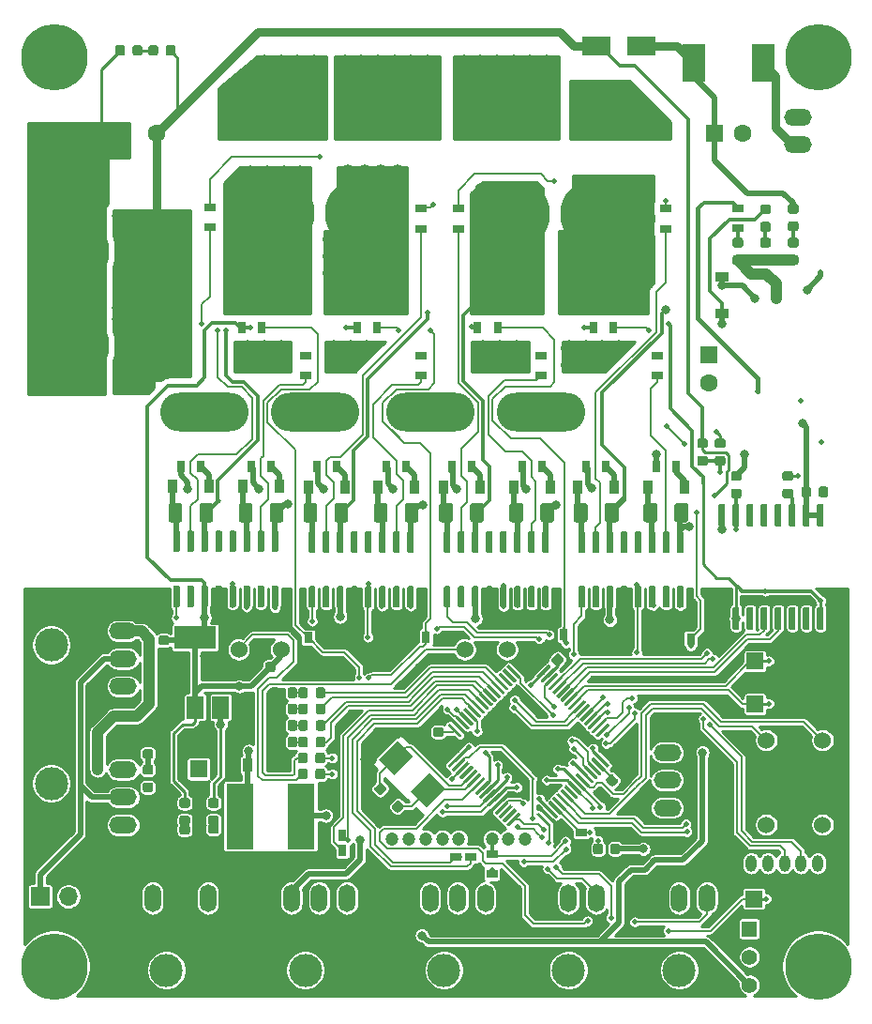
<source format=gbr>
G04 #@! TF.GenerationSoftware,KiCad,Pcbnew,(5.1.5)-3*
G04 #@! TF.CreationDate,2020-05-02T16:14:20+09:00*
G04 #@! TF.ProjectId,SteerMD,53746565-724d-4442-9e6b-696361645f70,rev?*
G04 #@! TF.SameCoordinates,Original*
G04 #@! TF.FileFunction,Copper,L1,Top*
G04 #@! TF.FilePolarity,Positive*
%FSLAX46Y46*%
G04 Gerber Fmt 4.6, Leading zero omitted, Abs format (unit mm)*
G04 Created by KiCad (PCBNEW (5.1.5)-3) date 2020-05-02 16:14:20*
%MOMM*%
%LPD*%
G04 APERTURE LIST*
%ADD10C,1.524000*%
%ADD11O,8.000000X3.500000*%
%ADD12C,0.100000*%
%ADD13C,6.000000*%
%ADD14C,1.200000*%
%ADD15O,1.500000X2.500000*%
%ADD16C,3.000000*%
%ADD17O,2.500000X1.500000*%
%ADD18O,1.000000X1.524000*%
%ADD19C,6.500000*%
%ADD20R,1.600000X1.600000*%
%ADD21C,1.600000*%
%ADD22R,2.500000X1.800000*%
%ADD23R,1.200000X0.900000*%
%ADD24R,0.900000X1.200000*%
%ADD25R,1.700000X1.700000*%
%ADD26O,1.700000X1.700000*%
%ADD27R,2.450000X5.900000*%
%ADD28R,2.000000X3.500000*%
%ADD29R,1.500000X1.500000*%
%ADD30R,3.800000X2.000000*%
%ADD31R,1.500000X2.000000*%
%ADD32R,0.800000X1.000000*%
%ADD33R,1.397000X1.397000*%
%ADD34C,1.397000*%
%ADD35R,1.000000X0.800000*%
%ADD36C,0.500000*%
%ADD37C,0.800000*%
%ADD38C,1.000000*%
%ADD39C,1.500000*%
%ADD40C,0.200000*%
%ADD41C,0.250000*%
%ADD42C,0.500000*%
%ADD43C,0.300000*%
%ADD44C,0.400000*%
%ADD45C,1.000000*%
%ADD46C,0.800000*%
%ADD47C,0.254000*%
G04 APERTURE END LIST*
D10*
X96000000Y-107400000D03*
X94090000Y-107400000D03*
X92180000Y-107400000D03*
D11*
X89090000Y-86000000D03*
X99090000Y-86000000D03*
X119500000Y-86000000D03*
X109500000Y-86000000D03*
D10*
X112590000Y-107400000D03*
X114500000Y-107400000D03*
X116410000Y-107400000D03*
G04 #@! TA.AperFunction,SMDPad,CuDef*
D12*
G36*
X112134812Y-116813534D02*
G01*
X112142093Y-116814614D01*
X112149232Y-116816402D01*
X112156162Y-116818882D01*
X112162816Y-116822029D01*
X112169129Y-116825813D01*
X112175040Y-116830197D01*
X112180494Y-116835140D01*
X112286560Y-116941206D01*
X112291503Y-116946660D01*
X112295887Y-116952571D01*
X112299671Y-116958884D01*
X112302818Y-116965538D01*
X112305298Y-116972468D01*
X112307086Y-116979607D01*
X112308166Y-116986888D01*
X112308527Y-116994239D01*
X112308166Y-117001590D01*
X112307086Y-117008871D01*
X112305298Y-117016010D01*
X112302818Y-117022940D01*
X112299671Y-117029594D01*
X112295887Y-117035907D01*
X112291503Y-117041818D01*
X112286560Y-117047272D01*
X111296610Y-118037222D01*
X111291156Y-118042165D01*
X111285245Y-118046549D01*
X111278932Y-118050333D01*
X111272278Y-118053480D01*
X111265348Y-118055960D01*
X111258209Y-118057748D01*
X111250928Y-118058828D01*
X111243577Y-118059189D01*
X111236226Y-118058828D01*
X111228945Y-118057748D01*
X111221806Y-118055960D01*
X111214876Y-118053480D01*
X111208222Y-118050333D01*
X111201909Y-118046549D01*
X111195998Y-118042165D01*
X111190544Y-118037222D01*
X111084478Y-117931156D01*
X111079535Y-117925702D01*
X111075151Y-117919791D01*
X111071367Y-117913478D01*
X111068220Y-117906824D01*
X111065740Y-117899894D01*
X111063952Y-117892755D01*
X111062872Y-117885474D01*
X111062511Y-117878123D01*
X111062872Y-117870772D01*
X111063952Y-117863491D01*
X111065740Y-117856352D01*
X111068220Y-117849422D01*
X111071367Y-117842768D01*
X111075151Y-117836455D01*
X111079535Y-117830544D01*
X111084478Y-117825090D01*
X112074428Y-116835140D01*
X112079882Y-116830197D01*
X112085793Y-116825813D01*
X112092106Y-116822029D01*
X112098760Y-116818882D01*
X112105690Y-116816402D01*
X112112829Y-116814614D01*
X112120110Y-116813534D01*
X112127461Y-116813173D01*
X112134812Y-116813534D01*
G37*
G04 #@! TD.AperFunction*
G04 #@! TA.AperFunction,SMDPad,CuDef*
G36*
X112488365Y-117167087D02*
G01*
X112495646Y-117168167D01*
X112502785Y-117169955D01*
X112509715Y-117172435D01*
X112516369Y-117175582D01*
X112522682Y-117179366D01*
X112528593Y-117183750D01*
X112534047Y-117188693D01*
X112640113Y-117294759D01*
X112645056Y-117300213D01*
X112649440Y-117306124D01*
X112653224Y-117312437D01*
X112656371Y-117319091D01*
X112658851Y-117326021D01*
X112660639Y-117333160D01*
X112661719Y-117340441D01*
X112662080Y-117347792D01*
X112661719Y-117355143D01*
X112660639Y-117362424D01*
X112658851Y-117369563D01*
X112656371Y-117376493D01*
X112653224Y-117383147D01*
X112649440Y-117389460D01*
X112645056Y-117395371D01*
X112640113Y-117400825D01*
X111650163Y-118390775D01*
X111644709Y-118395718D01*
X111638798Y-118400102D01*
X111632485Y-118403886D01*
X111625831Y-118407033D01*
X111618901Y-118409513D01*
X111611762Y-118411301D01*
X111604481Y-118412381D01*
X111597130Y-118412742D01*
X111589779Y-118412381D01*
X111582498Y-118411301D01*
X111575359Y-118409513D01*
X111568429Y-118407033D01*
X111561775Y-118403886D01*
X111555462Y-118400102D01*
X111549551Y-118395718D01*
X111544097Y-118390775D01*
X111438031Y-118284709D01*
X111433088Y-118279255D01*
X111428704Y-118273344D01*
X111424920Y-118267031D01*
X111421773Y-118260377D01*
X111419293Y-118253447D01*
X111417505Y-118246308D01*
X111416425Y-118239027D01*
X111416064Y-118231676D01*
X111416425Y-118224325D01*
X111417505Y-118217044D01*
X111419293Y-118209905D01*
X111421773Y-118202975D01*
X111424920Y-118196321D01*
X111428704Y-118190008D01*
X111433088Y-118184097D01*
X111438031Y-118178643D01*
X112427981Y-117188693D01*
X112433435Y-117183750D01*
X112439346Y-117179366D01*
X112445659Y-117175582D01*
X112452313Y-117172435D01*
X112459243Y-117169955D01*
X112466382Y-117168167D01*
X112473663Y-117167087D01*
X112481014Y-117166726D01*
X112488365Y-117167087D01*
G37*
G04 #@! TD.AperFunction*
G04 #@! TA.AperFunction,SMDPad,CuDef*
G36*
X112841918Y-117520640D02*
G01*
X112849199Y-117521720D01*
X112856338Y-117523508D01*
X112863268Y-117525988D01*
X112869922Y-117529135D01*
X112876235Y-117532919D01*
X112882146Y-117537303D01*
X112887600Y-117542246D01*
X112993666Y-117648312D01*
X112998609Y-117653766D01*
X113002993Y-117659677D01*
X113006777Y-117665990D01*
X113009924Y-117672644D01*
X113012404Y-117679574D01*
X113014192Y-117686713D01*
X113015272Y-117693994D01*
X113015633Y-117701345D01*
X113015272Y-117708696D01*
X113014192Y-117715977D01*
X113012404Y-117723116D01*
X113009924Y-117730046D01*
X113006777Y-117736700D01*
X113002993Y-117743013D01*
X112998609Y-117748924D01*
X112993666Y-117754378D01*
X112003716Y-118744328D01*
X111998262Y-118749271D01*
X111992351Y-118753655D01*
X111986038Y-118757439D01*
X111979384Y-118760586D01*
X111972454Y-118763066D01*
X111965315Y-118764854D01*
X111958034Y-118765934D01*
X111950683Y-118766295D01*
X111943332Y-118765934D01*
X111936051Y-118764854D01*
X111928912Y-118763066D01*
X111921982Y-118760586D01*
X111915328Y-118757439D01*
X111909015Y-118753655D01*
X111903104Y-118749271D01*
X111897650Y-118744328D01*
X111791584Y-118638262D01*
X111786641Y-118632808D01*
X111782257Y-118626897D01*
X111778473Y-118620584D01*
X111775326Y-118613930D01*
X111772846Y-118607000D01*
X111771058Y-118599861D01*
X111769978Y-118592580D01*
X111769617Y-118585229D01*
X111769978Y-118577878D01*
X111771058Y-118570597D01*
X111772846Y-118563458D01*
X111775326Y-118556528D01*
X111778473Y-118549874D01*
X111782257Y-118543561D01*
X111786641Y-118537650D01*
X111791584Y-118532196D01*
X112781534Y-117542246D01*
X112786988Y-117537303D01*
X112792899Y-117532919D01*
X112799212Y-117529135D01*
X112805866Y-117525988D01*
X112812796Y-117523508D01*
X112819935Y-117521720D01*
X112827216Y-117520640D01*
X112834567Y-117520279D01*
X112841918Y-117520640D01*
G37*
G04 #@! TD.AperFunction*
G04 #@! TA.AperFunction,SMDPad,CuDef*
G36*
X113195472Y-117874194D02*
G01*
X113202753Y-117875274D01*
X113209892Y-117877062D01*
X113216822Y-117879542D01*
X113223476Y-117882689D01*
X113229789Y-117886473D01*
X113235700Y-117890857D01*
X113241154Y-117895800D01*
X113347220Y-118001866D01*
X113352163Y-118007320D01*
X113356547Y-118013231D01*
X113360331Y-118019544D01*
X113363478Y-118026198D01*
X113365958Y-118033128D01*
X113367746Y-118040267D01*
X113368826Y-118047548D01*
X113369187Y-118054899D01*
X113368826Y-118062250D01*
X113367746Y-118069531D01*
X113365958Y-118076670D01*
X113363478Y-118083600D01*
X113360331Y-118090254D01*
X113356547Y-118096567D01*
X113352163Y-118102478D01*
X113347220Y-118107932D01*
X112357270Y-119097882D01*
X112351816Y-119102825D01*
X112345905Y-119107209D01*
X112339592Y-119110993D01*
X112332938Y-119114140D01*
X112326008Y-119116620D01*
X112318869Y-119118408D01*
X112311588Y-119119488D01*
X112304237Y-119119849D01*
X112296886Y-119119488D01*
X112289605Y-119118408D01*
X112282466Y-119116620D01*
X112275536Y-119114140D01*
X112268882Y-119110993D01*
X112262569Y-119107209D01*
X112256658Y-119102825D01*
X112251204Y-119097882D01*
X112145138Y-118991816D01*
X112140195Y-118986362D01*
X112135811Y-118980451D01*
X112132027Y-118974138D01*
X112128880Y-118967484D01*
X112126400Y-118960554D01*
X112124612Y-118953415D01*
X112123532Y-118946134D01*
X112123171Y-118938783D01*
X112123532Y-118931432D01*
X112124612Y-118924151D01*
X112126400Y-118917012D01*
X112128880Y-118910082D01*
X112132027Y-118903428D01*
X112135811Y-118897115D01*
X112140195Y-118891204D01*
X112145138Y-118885750D01*
X113135088Y-117895800D01*
X113140542Y-117890857D01*
X113146453Y-117886473D01*
X113152766Y-117882689D01*
X113159420Y-117879542D01*
X113166350Y-117877062D01*
X113173489Y-117875274D01*
X113180770Y-117874194D01*
X113188121Y-117873833D01*
X113195472Y-117874194D01*
G37*
G04 #@! TD.AperFunction*
G04 #@! TA.AperFunction,SMDPad,CuDef*
G36*
X113549025Y-118227747D02*
G01*
X113556306Y-118228827D01*
X113563445Y-118230615D01*
X113570375Y-118233095D01*
X113577029Y-118236242D01*
X113583342Y-118240026D01*
X113589253Y-118244410D01*
X113594707Y-118249353D01*
X113700773Y-118355419D01*
X113705716Y-118360873D01*
X113710100Y-118366784D01*
X113713884Y-118373097D01*
X113717031Y-118379751D01*
X113719511Y-118386681D01*
X113721299Y-118393820D01*
X113722379Y-118401101D01*
X113722740Y-118408452D01*
X113722379Y-118415803D01*
X113721299Y-118423084D01*
X113719511Y-118430223D01*
X113717031Y-118437153D01*
X113713884Y-118443807D01*
X113710100Y-118450120D01*
X113705716Y-118456031D01*
X113700773Y-118461485D01*
X112710823Y-119451435D01*
X112705369Y-119456378D01*
X112699458Y-119460762D01*
X112693145Y-119464546D01*
X112686491Y-119467693D01*
X112679561Y-119470173D01*
X112672422Y-119471961D01*
X112665141Y-119473041D01*
X112657790Y-119473402D01*
X112650439Y-119473041D01*
X112643158Y-119471961D01*
X112636019Y-119470173D01*
X112629089Y-119467693D01*
X112622435Y-119464546D01*
X112616122Y-119460762D01*
X112610211Y-119456378D01*
X112604757Y-119451435D01*
X112498691Y-119345369D01*
X112493748Y-119339915D01*
X112489364Y-119334004D01*
X112485580Y-119327691D01*
X112482433Y-119321037D01*
X112479953Y-119314107D01*
X112478165Y-119306968D01*
X112477085Y-119299687D01*
X112476724Y-119292336D01*
X112477085Y-119284985D01*
X112478165Y-119277704D01*
X112479953Y-119270565D01*
X112482433Y-119263635D01*
X112485580Y-119256981D01*
X112489364Y-119250668D01*
X112493748Y-119244757D01*
X112498691Y-119239303D01*
X113488641Y-118249353D01*
X113494095Y-118244410D01*
X113500006Y-118240026D01*
X113506319Y-118236242D01*
X113512973Y-118233095D01*
X113519903Y-118230615D01*
X113527042Y-118228827D01*
X113534323Y-118227747D01*
X113541674Y-118227386D01*
X113549025Y-118227747D01*
G37*
G04 #@! TD.AperFunction*
G04 #@! TA.AperFunction,SMDPad,CuDef*
G36*
X113902579Y-118581301D02*
G01*
X113909860Y-118582381D01*
X113916999Y-118584169D01*
X113923929Y-118586649D01*
X113930583Y-118589796D01*
X113936896Y-118593580D01*
X113942807Y-118597964D01*
X113948261Y-118602907D01*
X114054327Y-118708973D01*
X114059270Y-118714427D01*
X114063654Y-118720338D01*
X114067438Y-118726651D01*
X114070585Y-118733305D01*
X114073065Y-118740235D01*
X114074853Y-118747374D01*
X114075933Y-118754655D01*
X114076294Y-118762006D01*
X114075933Y-118769357D01*
X114074853Y-118776638D01*
X114073065Y-118783777D01*
X114070585Y-118790707D01*
X114067438Y-118797361D01*
X114063654Y-118803674D01*
X114059270Y-118809585D01*
X114054327Y-118815039D01*
X113064377Y-119804989D01*
X113058923Y-119809932D01*
X113053012Y-119814316D01*
X113046699Y-119818100D01*
X113040045Y-119821247D01*
X113033115Y-119823727D01*
X113025976Y-119825515D01*
X113018695Y-119826595D01*
X113011344Y-119826956D01*
X113003993Y-119826595D01*
X112996712Y-119825515D01*
X112989573Y-119823727D01*
X112982643Y-119821247D01*
X112975989Y-119818100D01*
X112969676Y-119814316D01*
X112963765Y-119809932D01*
X112958311Y-119804989D01*
X112852245Y-119698923D01*
X112847302Y-119693469D01*
X112842918Y-119687558D01*
X112839134Y-119681245D01*
X112835987Y-119674591D01*
X112833507Y-119667661D01*
X112831719Y-119660522D01*
X112830639Y-119653241D01*
X112830278Y-119645890D01*
X112830639Y-119638539D01*
X112831719Y-119631258D01*
X112833507Y-119624119D01*
X112835987Y-119617189D01*
X112839134Y-119610535D01*
X112842918Y-119604222D01*
X112847302Y-119598311D01*
X112852245Y-119592857D01*
X113842195Y-118602907D01*
X113847649Y-118597964D01*
X113853560Y-118593580D01*
X113859873Y-118589796D01*
X113866527Y-118586649D01*
X113873457Y-118584169D01*
X113880596Y-118582381D01*
X113887877Y-118581301D01*
X113895228Y-118580940D01*
X113902579Y-118581301D01*
G37*
G04 #@! TD.AperFunction*
G04 #@! TA.AperFunction,SMDPad,CuDef*
G36*
X114256132Y-118934854D02*
G01*
X114263413Y-118935934D01*
X114270552Y-118937722D01*
X114277482Y-118940202D01*
X114284136Y-118943349D01*
X114290449Y-118947133D01*
X114296360Y-118951517D01*
X114301814Y-118956460D01*
X114407880Y-119062526D01*
X114412823Y-119067980D01*
X114417207Y-119073891D01*
X114420991Y-119080204D01*
X114424138Y-119086858D01*
X114426618Y-119093788D01*
X114428406Y-119100927D01*
X114429486Y-119108208D01*
X114429847Y-119115559D01*
X114429486Y-119122910D01*
X114428406Y-119130191D01*
X114426618Y-119137330D01*
X114424138Y-119144260D01*
X114420991Y-119150914D01*
X114417207Y-119157227D01*
X114412823Y-119163138D01*
X114407880Y-119168592D01*
X113417930Y-120158542D01*
X113412476Y-120163485D01*
X113406565Y-120167869D01*
X113400252Y-120171653D01*
X113393598Y-120174800D01*
X113386668Y-120177280D01*
X113379529Y-120179068D01*
X113372248Y-120180148D01*
X113364897Y-120180509D01*
X113357546Y-120180148D01*
X113350265Y-120179068D01*
X113343126Y-120177280D01*
X113336196Y-120174800D01*
X113329542Y-120171653D01*
X113323229Y-120167869D01*
X113317318Y-120163485D01*
X113311864Y-120158542D01*
X113205798Y-120052476D01*
X113200855Y-120047022D01*
X113196471Y-120041111D01*
X113192687Y-120034798D01*
X113189540Y-120028144D01*
X113187060Y-120021214D01*
X113185272Y-120014075D01*
X113184192Y-120006794D01*
X113183831Y-119999443D01*
X113184192Y-119992092D01*
X113185272Y-119984811D01*
X113187060Y-119977672D01*
X113189540Y-119970742D01*
X113192687Y-119964088D01*
X113196471Y-119957775D01*
X113200855Y-119951864D01*
X113205798Y-119946410D01*
X114195748Y-118956460D01*
X114201202Y-118951517D01*
X114207113Y-118947133D01*
X114213426Y-118943349D01*
X114220080Y-118940202D01*
X114227010Y-118937722D01*
X114234149Y-118935934D01*
X114241430Y-118934854D01*
X114248781Y-118934493D01*
X114256132Y-118934854D01*
G37*
G04 #@! TD.AperFunction*
G04 #@! TA.AperFunction,SMDPad,CuDef*
G36*
X114609685Y-119288407D02*
G01*
X114616966Y-119289487D01*
X114624105Y-119291275D01*
X114631035Y-119293755D01*
X114637689Y-119296902D01*
X114644002Y-119300686D01*
X114649913Y-119305070D01*
X114655367Y-119310013D01*
X114761433Y-119416079D01*
X114766376Y-119421533D01*
X114770760Y-119427444D01*
X114774544Y-119433757D01*
X114777691Y-119440411D01*
X114780171Y-119447341D01*
X114781959Y-119454480D01*
X114783039Y-119461761D01*
X114783400Y-119469112D01*
X114783039Y-119476463D01*
X114781959Y-119483744D01*
X114780171Y-119490883D01*
X114777691Y-119497813D01*
X114774544Y-119504467D01*
X114770760Y-119510780D01*
X114766376Y-119516691D01*
X114761433Y-119522145D01*
X113771483Y-120512095D01*
X113766029Y-120517038D01*
X113760118Y-120521422D01*
X113753805Y-120525206D01*
X113747151Y-120528353D01*
X113740221Y-120530833D01*
X113733082Y-120532621D01*
X113725801Y-120533701D01*
X113718450Y-120534062D01*
X113711099Y-120533701D01*
X113703818Y-120532621D01*
X113696679Y-120530833D01*
X113689749Y-120528353D01*
X113683095Y-120525206D01*
X113676782Y-120521422D01*
X113670871Y-120517038D01*
X113665417Y-120512095D01*
X113559351Y-120406029D01*
X113554408Y-120400575D01*
X113550024Y-120394664D01*
X113546240Y-120388351D01*
X113543093Y-120381697D01*
X113540613Y-120374767D01*
X113538825Y-120367628D01*
X113537745Y-120360347D01*
X113537384Y-120352996D01*
X113537745Y-120345645D01*
X113538825Y-120338364D01*
X113540613Y-120331225D01*
X113543093Y-120324295D01*
X113546240Y-120317641D01*
X113550024Y-120311328D01*
X113554408Y-120305417D01*
X113559351Y-120299963D01*
X114549301Y-119310013D01*
X114554755Y-119305070D01*
X114560666Y-119300686D01*
X114566979Y-119296902D01*
X114573633Y-119293755D01*
X114580563Y-119291275D01*
X114587702Y-119289487D01*
X114594983Y-119288407D01*
X114602334Y-119288046D01*
X114609685Y-119288407D01*
G37*
G04 #@! TD.AperFunction*
G04 #@! TA.AperFunction,SMDPad,CuDef*
G36*
X114963239Y-119641961D02*
G01*
X114970520Y-119643041D01*
X114977659Y-119644829D01*
X114984589Y-119647309D01*
X114991243Y-119650456D01*
X114997556Y-119654240D01*
X115003467Y-119658624D01*
X115008921Y-119663567D01*
X115114987Y-119769633D01*
X115119930Y-119775087D01*
X115124314Y-119780998D01*
X115128098Y-119787311D01*
X115131245Y-119793965D01*
X115133725Y-119800895D01*
X115135513Y-119808034D01*
X115136593Y-119815315D01*
X115136954Y-119822666D01*
X115136593Y-119830017D01*
X115135513Y-119837298D01*
X115133725Y-119844437D01*
X115131245Y-119851367D01*
X115128098Y-119858021D01*
X115124314Y-119864334D01*
X115119930Y-119870245D01*
X115114987Y-119875699D01*
X114125037Y-120865649D01*
X114119583Y-120870592D01*
X114113672Y-120874976D01*
X114107359Y-120878760D01*
X114100705Y-120881907D01*
X114093775Y-120884387D01*
X114086636Y-120886175D01*
X114079355Y-120887255D01*
X114072004Y-120887616D01*
X114064653Y-120887255D01*
X114057372Y-120886175D01*
X114050233Y-120884387D01*
X114043303Y-120881907D01*
X114036649Y-120878760D01*
X114030336Y-120874976D01*
X114024425Y-120870592D01*
X114018971Y-120865649D01*
X113912905Y-120759583D01*
X113907962Y-120754129D01*
X113903578Y-120748218D01*
X113899794Y-120741905D01*
X113896647Y-120735251D01*
X113894167Y-120728321D01*
X113892379Y-120721182D01*
X113891299Y-120713901D01*
X113890938Y-120706550D01*
X113891299Y-120699199D01*
X113892379Y-120691918D01*
X113894167Y-120684779D01*
X113896647Y-120677849D01*
X113899794Y-120671195D01*
X113903578Y-120664882D01*
X113907962Y-120658971D01*
X113912905Y-120653517D01*
X114902855Y-119663567D01*
X114908309Y-119658624D01*
X114914220Y-119654240D01*
X114920533Y-119650456D01*
X114927187Y-119647309D01*
X114934117Y-119644829D01*
X114941256Y-119643041D01*
X114948537Y-119641961D01*
X114955888Y-119641600D01*
X114963239Y-119641961D01*
G37*
G04 #@! TD.AperFunction*
G04 #@! TA.AperFunction,SMDPad,CuDef*
G36*
X115316792Y-119995514D02*
G01*
X115324073Y-119996594D01*
X115331212Y-119998382D01*
X115338142Y-120000862D01*
X115344796Y-120004009D01*
X115351109Y-120007793D01*
X115357020Y-120012177D01*
X115362474Y-120017120D01*
X115468540Y-120123186D01*
X115473483Y-120128640D01*
X115477867Y-120134551D01*
X115481651Y-120140864D01*
X115484798Y-120147518D01*
X115487278Y-120154448D01*
X115489066Y-120161587D01*
X115490146Y-120168868D01*
X115490507Y-120176219D01*
X115490146Y-120183570D01*
X115489066Y-120190851D01*
X115487278Y-120197990D01*
X115484798Y-120204920D01*
X115481651Y-120211574D01*
X115477867Y-120217887D01*
X115473483Y-120223798D01*
X115468540Y-120229252D01*
X114478590Y-121219202D01*
X114473136Y-121224145D01*
X114467225Y-121228529D01*
X114460912Y-121232313D01*
X114454258Y-121235460D01*
X114447328Y-121237940D01*
X114440189Y-121239728D01*
X114432908Y-121240808D01*
X114425557Y-121241169D01*
X114418206Y-121240808D01*
X114410925Y-121239728D01*
X114403786Y-121237940D01*
X114396856Y-121235460D01*
X114390202Y-121232313D01*
X114383889Y-121228529D01*
X114377978Y-121224145D01*
X114372524Y-121219202D01*
X114266458Y-121113136D01*
X114261515Y-121107682D01*
X114257131Y-121101771D01*
X114253347Y-121095458D01*
X114250200Y-121088804D01*
X114247720Y-121081874D01*
X114245932Y-121074735D01*
X114244852Y-121067454D01*
X114244491Y-121060103D01*
X114244852Y-121052752D01*
X114245932Y-121045471D01*
X114247720Y-121038332D01*
X114250200Y-121031402D01*
X114253347Y-121024748D01*
X114257131Y-121018435D01*
X114261515Y-121012524D01*
X114266458Y-121007070D01*
X115256408Y-120017120D01*
X115261862Y-120012177D01*
X115267773Y-120007793D01*
X115274086Y-120004009D01*
X115280740Y-120000862D01*
X115287670Y-119998382D01*
X115294809Y-119996594D01*
X115302090Y-119995514D01*
X115309441Y-119995153D01*
X115316792Y-119995514D01*
G37*
G04 #@! TD.AperFunction*
G04 #@! TA.AperFunction,SMDPad,CuDef*
G36*
X115670345Y-120349067D02*
G01*
X115677626Y-120350147D01*
X115684765Y-120351935D01*
X115691695Y-120354415D01*
X115698349Y-120357562D01*
X115704662Y-120361346D01*
X115710573Y-120365730D01*
X115716027Y-120370673D01*
X115822093Y-120476739D01*
X115827036Y-120482193D01*
X115831420Y-120488104D01*
X115835204Y-120494417D01*
X115838351Y-120501071D01*
X115840831Y-120508001D01*
X115842619Y-120515140D01*
X115843699Y-120522421D01*
X115844060Y-120529772D01*
X115843699Y-120537123D01*
X115842619Y-120544404D01*
X115840831Y-120551543D01*
X115838351Y-120558473D01*
X115835204Y-120565127D01*
X115831420Y-120571440D01*
X115827036Y-120577351D01*
X115822093Y-120582805D01*
X114832143Y-121572755D01*
X114826689Y-121577698D01*
X114820778Y-121582082D01*
X114814465Y-121585866D01*
X114807811Y-121589013D01*
X114800881Y-121591493D01*
X114793742Y-121593281D01*
X114786461Y-121594361D01*
X114779110Y-121594722D01*
X114771759Y-121594361D01*
X114764478Y-121593281D01*
X114757339Y-121591493D01*
X114750409Y-121589013D01*
X114743755Y-121585866D01*
X114737442Y-121582082D01*
X114731531Y-121577698D01*
X114726077Y-121572755D01*
X114620011Y-121466689D01*
X114615068Y-121461235D01*
X114610684Y-121455324D01*
X114606900Y-121449011D01*
X114603753Y-121442357D01*
X114601273Y-121435427D01*
X114599485Y-121428288D01*
X114598405Y-121421007D01*
X114598044Y-121413656D01*
X114598405Y-121406305D01*
X114599485Y-121399024D01*
X114601273Y-121391885D01*
X114603753Y-121384955D01*
X114606900Y-121378301D01*
X114610684Y-121371988D01*
X114615068Y-121366077D01*
X114620011Y-121360623D01*
X115609961Y-120370673D01*
X115615415Y-120365730D01*
X115621326Y-120361346D01*
X115627639Y-120357562D01*
X115634293Y-120354415D01*
X115641223Y-120351935D01*
X115648362Y-120350147D01*
X115655643Y-120349067D01*
X115662994Y-120348706D01*
X115670345Y-120349067D01*
G37*
G04 #@! TD.AperFunction*
G04 #@! TA.AperFunction,SMDPad,CuDef*
G36*
X116023899Y-120702621D02*
G01*
X116031180Y-120703701D01*
X116038319Y-120705489D01*
X116045249Y-120707969D01*
X116051903Y-120711116D01*
X116058216Y-120714900D01*
X116064127Y-120719284D01*
X116069581Y-120724227D01*
X116175647Y-120830293D01*
X116180590Y-120835747D01*
X116184974Y-120841658D01*
X116188758Y-120847971D01*
X116191905Y-120854625D01*
X116194385Y-120861555D01*
X116196173Y-120868694D01*
X116197253Y-120875975D01*
X116197614Y-120883326D01*
X116197253Y-120890677D01*
X116196173Y-120897958D01*
X116194385Y-120905097D01*
X116191905Y-120912027D01*
X116188758Y-120918681D01*
X116184974Y-120924994D01*
X116180590Y-120930905D01*
X116175647Y-120936359D01*
X115185697Y-121926309D01*
X115180243Y-121931252D01*
X115174332Y-121935636D01*
X115168019Y-121939420D01*
X115161365Y-121942567D01*
X115154435Y-121945047D01*
X115147296Y-121946835D01*
X115140015Y-121947915D01*
X115132664Y-121948276D01*
X115125313Y-121947915D01*
X115118032Y-121946835D01*
X115110893Y-121945047D01*
X115103963Y-121942567D01*
X115097309Y-121939420D01*
X115090996Y-121935636D01*
X115085085Y-121931252D01*
X115079631Y-121926309D01*
X114973565Y-121820243D01*
X114968622Y-121814789D01*
X114964238Y-121808878D01*
X114960454Y-121802565D01*
X114957307Y-121795911D01*
X114954827Y-121788981D01*
X114953039Y-121781842D01*
X114951959Y-121774561D01*
X114951598Y-121767210D01*
X114951959Y-121759859D01*
X114953039Y-121752578D01*
X114954827Y-121745439D01*
X114957307Y-121738509D01*
X114960454Y-121731855D01*
X114964238Y-121725542D01*
X114968622Y-121719631D01*
X114973565Y-121714177D01*
X115963515Y-120724227D01*
X115968969Y-120719284D01*
X115974880Y-120714900D01*
X115981193Y-120711116D01*
X115987847Y-120707969D01*
X115994777Y-120705489D01*
X116001916Y-120703701D01*
X116009197Y-120702621D01*
X116016548Y-120702260D01*
X116023899Y-120702621D01*
G37*
G04 #@! TD.AperFunction*
G04 #@! TA.AperFunction,SMDPad,CuDef*
G36*
X116377452Y-121056174D02*
G01*
X116384733Y-121057254D01*
X116391872Y-121059042D01*
X116398802Y-121061522D01*
X116405456Y-121064669D01*
X116411769Y-121068453D01*
X116417680Y-121072837D01*
X116423134Y-121077780D01*
X116529200Y-121183846D01*
X116534143Y-121189300D01*
X116538527Y-121195211D01*
X116542311Y-121201524D01*
X116545458Y-121208178D01*
X116547938Y-121215108D01*
X116549726Y-121222247D01*
X116550806Y-121229528D01*
X116551167Y-121236879D01*
X116550806Y-121244230D01*
X116549726Y-121251511D01*
X116547938Y-121258650D01*
X116545458Y-121265580D01*
X116542311Y-121272234D01*
X116538527Y-121278547D01*
X116534143Y-121284458D01*
X116529200Y-121289912D01*
X115539250Y-122279862D01*
X115533796Y-122284805D01*
X115527885Y-122289189D01*
X115521572Y-122292973D01*
X115514918Y-122296120D01*
X115507988Y-122298600D01*
X115500849Y-122300388D01*
X115493568Y-122301468D01*
X115486217Y-122301829D01*
X115478866Y-122301468D01*
X115471585Y-122300388D01*
X115464446Y-122298600D01*
X115457516Y-122296120D01*
X115450862Y-122292973D01*
X115444549Y-122289189D01*
X115438638Y-122284805D01*
X115433184Y-122279862D01*
X115327118Y-122173796D01*
X115322175Y-122168342D01*
X115317791Y-122162431D01*
X115314007Y-122156118D01*
X115310860Y-122149464D01*
X115308380Y-122142534D01*
X115306592Y-122135395D01*
X115305512Y-122128114D01*
X115305151Y-122120763D01*
X115305512Y-122113412D01*
X115306592Y-122106131D01*
X115308380Y-122098992D01*
X115310860Y-122092062D01*
X115314007Y-122085408D01*
X115317791Y-122079095D01*
X115322175Y-122073184D01*
X115327118Y-122067730D01*
X116317068Y-121077780D01*
X116322522Y-121072837D01*
X116328433Y-121068453D01*
X116334746Y-121064669D01*
X116341400Y-121061522D01*
X116348330Y-121059042D01*
X116355469Y-121057254D01*
X116362750Y-121056174D01*
X116370101Y-121055813D01*
X116377452Y-121056174D01*
G37*
G04 #@! TD.AperFunction*
G04 #@! TA.AperFunction,SMDPad,CuDef*
G36*
X116731006Y-121409728D02*
G01*
X116738287Y-121410808D01*
X116745426Y-121412596D01*
X116752356Y-121415076D01*
X116759010Y-121418223D01*
X116765323Y-121422007D01*
X116771234Y-121426391D01*
X116776688Y-121431334D01*
X116882754Y-121537400D01*
X116887697Y-121542854D01*
X116892081Y-121548765D01*
X116895865Y-121555078D01*
X116899012Y-121561732D01*
X116901492Y-121568662D01*
X116903280Y-121575801D01*
X116904360Y-121583082D01*
X116904721Y-121590433D01*
X116904360Y-121597784D01*
X116903280Y-121605065D01*
X116901492Y-121612204D01*
X116899012Y-121619134D01*
X116895865Y-121625788D01*
X116892081Y-121632101D01*
X116887697Y-121638012D01*
X116882754Y-121643466D01*
X115892804Y-122633416D01*
X115887350Y-122638359D01*
X115881439Y-122642743D01*
X115875126Y-122646527D01*
X115868472Y-122649674D01*
X115861542Y-122652154D01*
X115854403Y-122653942D01*
X115847122Y-122655022D01*
X115839771Y-122655383D01*
X115832420Y-122655022D01*
X115825139Y-122653942D01*
X115818000Y-122652154D01*
X115811070Y-122649674D01*
X115804416Y-122646527D01*
X115798103Y-122642743D01*
X115792192Y-122638359D01*
X115786738Y-122633416D01*
X115680672Y-122527350D01*
X115675729Y-122521896D01*
X115671345Y-122515985D01*
X115667561Y-122509672D01*
X115664414Y-122503018D01*
X115661934Y-122496088D01*
X115660146Y-122488949D01*
X115659066Y-122481668D01*
X115658705Y-122474317D01*
X115659066Y-122466966D01*
X115660146Y-122459685D01*
X115661934Y-122452546D01*
X115664414Y-122445616D01*
X115667561Y-122438962D01*
X115671345Y-122432649D01*
X115675729Y-122426738D01*
X115680672Y-122421284D01*
X116670622Y-121431334D01*
X116676076Y-121426391D01*
X116681987Y-121422007D01*
X116688300Y-121418223D01*
X116694954Y-121415076D01*
X116701884Y-121412596D01*
X116709023Y-121410808D01*
X116716304Y-121409728D01*
X116723655Y-121409367D01*
X116731006Y-121409728D01*
G37*
G04 #@! TD.AperFunction*
G04 #@! TA.AperFunction,SMDPad,CuDef*
G36*
X117084559Y-121763281D02*
G01*
X117091840Y-121764361D01*
X117098979Y-121766149D01*
X117105909Y-121768629D01*
X117112563Y-121771776D01*
X117118876Y-121775560D01*
X117124787Y-121779944D01*
X117130241Y-121784887D01*
X117236307Y-121890953D01*
X117241250Y-121896407D01*
X117245634Y-121902318D01*
X117249418Y-121908631D01*
X117252565Y-121915285D01*
X117255045Y-121922215D01*
X117256833Y-121929354D01*
X117257913Y-121936635D01*
X117258274Y-121943986D01*
X117257913Y-121951337D01*
X117256833Y-121958618D01*
X117255045Y-121965757D01*
X117252565Y-121972687D01*
X117249418Y-121979341D01*
X117245634Y-121985654D01*
X117241250Y-121991565D01*
X117236307Y-121997019D01*
X116246357Y-122986969D01*
X116240903Y-122991912D01*
X116234992Y-122996296D01*
X116228679Y-123000080D01*
X116222025Y-123003227D01*
X116215095Y-123005707D01*
X116207956Y-123007495D01*
X116200675Y-123008575D01*
X116193324Y-123008936D01*
X116185973Y-123008575D01*
X116178692Y-123007495D01*
X116171553Y-123005707D01*
X116164623Y-123003227D01*
X116157969Y-123000080D01*
X116151656Y-122996296D01*
X116145745Y-122991912D01*
X116140291Y-122986969D01*
X116034225Y-122880903D01*
X116029282Y-122875449D01*
X116024898Y-122869538D01*
X116021114Y-122863225D01*
X116017967Y-122856571D01*
X116015487Y-122849641D01*
X116013699Y-122842502D01*
X116012619Y-122835221D01*
X116012258Y-122827870D01*
X116012619Y-122820519D01*
X116013699Y-122813238D01*
X116015487Y-122806099D01*
X116017967Y-122799169D01*
X116021114Y-122792515D01*
X116024898Y-122786202D01*
X116029282Y-122780291D01*
X116034225Y-122774837D01*
X117024175Y-121784887D01*
X117029629Y-121779944D01*
X117035540Y-121775560D01*
X117041853Y-121771776D01*
X117048507Y-121768629D01*
X117055437Y-121766149D01*
X117062576Y-121764361D01*
X117069857Y-121763281D01*
X117077208Y-121762920D01*
X117084559Y-121763281D01*
G37*
G04 #@! TD.AperFunction*
G04 #@! TA.AperFunction,SMDPad,CuDef*
G36*
X117438112Y-122116834D02*
G01*
X117445393Y-122117914D01*
X117452532Y-122119702D01*
X117459462Y-122122182D01*
X117466116Y-122125329D01*
X117472429Y-122129113D01*
X117478340Y-122133497D01*
X117483794Y-122138440D01*
X117589860Y-122244506D01*
X117594803Y-122249960D01*
X117599187Y-122255871D01*
X117602971Y-122262184D01*
X117606118Y-122268838D01*
X117608598Y-122275768D01*
X117610386Y-122282907D01*
X117611466Y-122290188D01*
X117611827Y-122297539D01*
X117611466Y-122304890D01*
X117610386Y-122312171D01*
X117608598Y-122319310D01*
X117606118Y-122326240D01*
X117602971Y-122332894D01*
X117599187Y-122339207D01*
X117594803Y-122345118D01*
X117589860Y-122350572D01*
X116599910Y-123340522D01*
X116594456Y-123345465D01*
X116588545Y-123349849D01*
X116582232Y-123353633D01*
X116575578Y-123356780D01*
X116568648Y-123359260D01*
X116561509Y-123361048D01*
X116554228Y-123362128D01*
X116546877Y-123362489D01*
X116539526Y-123362128D01*
X116532245Y-123361048D01*
X116525106Y-123359260D01*
X116518176Y-123356780D01*
X116511522Y-123353633D01*
X116505209Y-123349849D01*
X116499298Y-123345465D01*
X116493844Y-123340522D01*
X116387778Y-123234456D01*
X116382835Y-123229002D01*
X116378451Y-123223091D01*
X116374667Y-123216778D01*
X116371520Y-123210124D01*
X116369040Y-123203194D01*
X116367252Y-123196055D01*
X116366172Y-123188774D01*
X116365811Y-123181423D01*
X116366172Y-123174072D01*
X116367252Y-123166791D01*
X116369040Y-123159652D01*
X116371520Y-123152722D01*
X116374667Y-123146068D01*
X116378451Y-123139755D01*
X116382835Y-123133844D01*
X116387778Y-123128390D01*
X117377728Y-122138440D01*
X117383182Y-122133497D01*
X117389093Y-122129113D01*
X117395406Y-122125329D01*
X117402060Y-122122182D01*
X117408990Y-122119702D01*
X117416129Y-122117914D01*
X117423410Y-122116834D01*
X117430761Y-122116473D01*
X117438112Y-122116834D01*
G37*
G04 #@! TD.AperFunction*
G04 #@! TA.AperFunction,SMDPad,CuDef*
G36*
X119276590Y-122116834D02*
G01*
X119283871Y-122117914D01*
X119291010Y-122119702D01*
X119297940Y-122122182D01*
X119304594Y-122125329D01*
X119310907Y-122129113D01*
X119316818Y-122133497D01*
X119322272Y-122138440D01*
X120312222Y-123128390D01*
X120317165Y-123133844D01*
X120321549Y-123139755D01*
X120325333Y-123146068D01*
X120328480Y-123152722D01*
X120330960Y-123159652D01*
X120332748Y-123166791D01*
X120333828Y-123174072D01*
X120334189Y-123181423D01*
X120333828Y-123188774D01*
X120332748Y-123196055D01*
X120330960Y-123203194D01*
X120328480Y-123210124D01*
X120325333Y-123216778D01*
X120321549Y-123223091D01*
X120317165Y-123229002D01*
X120312222Y-123234456D01*
X120206156Y-123340522D01*
X120200702Y-123345465D01*
X120194791Y-123349849D01*
X120188478Y-123353633D01*
X120181824Y-123356780D01*
X120174894Y-123359260D01*
X120167755Y-123361048D01*
X120160474Y-123362128D01*
X120153123Y-123362489D01*
X120145772Y-123362128D01*
X120138491Y-123361048D01*
X120131352Y-123359260D01*
X120124422Y-123356780D01*
X120117768Y-123353633D01*
X120111455Y-123349849D01*
X120105544Y-123345465D01*
X120100090Y-123340522D01*
X119110140Y-122350572D01*
X119105197Y-122345118D01*
X119100813Y-122339207D01*
X119097029Y-122332894D01*
X119093882Y-122326240D01*
X119091402Y-122319310D01*
X119089614Y-122312171D01*
X119088534Y-122304890D01*
X119088173Y-122297539D01*
X119088534Y-122290188D01*
X119089614Y-122282907D01*
X119091402Y-122275768D01*
X119093882Y-122268838D01*
X119097029Y-122262184D01*
X119100813Y-122255871D01*
X119105197Y-122249960D01*
X119110140Y-122244506D01*
X119216206Y-122138440D01*
X119221660Y-122133497D01*
X119227571Y-122129113D01*
X119233884Y-122125329D01*
X119240538Y-122122182D01*
X119247468Y-122119702D01*
X119254607Y-122117914D01*
X119261888Y-122116834D01*
X119269239Y-122116473D01*
X119276590Y-122116834D01*
G37*
G04 #@! TD.AperFunction*
G04 #@! TA.AperFunction,SMDPad,CuDef*
G36*
X119630143Y-121763281D02*
G01*
X119637424Y-121764361D01*
X119644563Y-121766149D01*
X119651493Y-121768629D01*
X119658147Y-121771776D01*
X119664460Y-121775560D01*
X119670371Y-121779944D01*
X119675825Y-121784887D01*
X120665775Y-122774837D01*
X120670718Y-122780291D01*
X120675102Y-122786202D01*
X120678886Y-122792515D01*
X120682033Y-122799169D01*
X120684513Y-122806099D01*
X120686301Y-122813238D01*
X120687381Y-122820519D01*
X120687742Y-122827870D01*
X120687381Y-122835221D01*
X120686301Y-122842502D01*
X120684513Y-122849641D01*
X120682033Y-122856571D01*
X120678886Y-122863225D01*
X120675102Y-122869538D01*
X120670718Y-122875449D01*
X120665775Y-122880903D01*
X120559709Y-122986969D01*
X120554255Y-122991912D01*
X120548344Y-122996296D01*
X120542031Y-123000080D01*
X120535377Y-123003227D01*
X120528447Y-123005707D01*
X120521308Y-123007495D01*
X120514027Y-123008575D01*
X120506676Y-123008936D01*
X120499325Y-123008575D01*
X120492044Y-123007495D01*
X120484905Y-123005707D01*
X120477975Y-123003227D01*
X120471321Y-123000080D01*
X120465008Y-122996296D01*
X120459097Y-122991912D01*
X120453643Y-122986969D01*
X119463693Y-121997019D01*
X119458750Y-121991565D01*
X119454366Y-121985654D01*
X119450582Y-121979341D01*
X119447435Y-121972687D01*
X119444955Y-121965757D01*
X119443167Y-121958618D01*
X119442087Y-121951337D01*
X119441726Y-121943986D01*
X119442087Y-121936635D01*
X119443167Y-121929354D01*
X119444955Y-121922215D01*
X119447435Y-121915285D01*
X119450582Y-121908631D01*
X119454366Y-121902318D01*
X119458750Y-121896407D01*
X119463693Y-121890953D01*
X119569759Y-121784887D01*
X119575213Y-121779944D01*
X119581124Y-121775560D01*
X119587437Y-121771776D01*
X119594091Y-121768629D01*
X119601021Y-121766149D01*
X119608160Y-121764361D01*
X119615441Y-121763281D01*
X119622792Y-121762920D01*
X119630143Y-121763281D01*
G37*
G04 #@! TD.AperFunction*
G04 #@! TA.AperFunction,SMDPad,CuDef*
G36*
X119983696Y-121409728D02*
G01*
X119990977Y-121410808D01*
X119998116Y-121412596D01*
X120005046Y-121415076D01*
X120011700Y-121418223D01*
X120018013Y-121422007D01*
X120023924Y-121426391D01*
X120029378Y-121431334D01*
X121019328Y-122421284D01*
X121024271Y-122426738D01*
X121028655Y-122432649D01*
X121032439Y-122438962D01*
X121035586Y-122445616D01*
X121038066Y-122452546D01*
X121039854Y-122459685D01*
X121040934Y-122466966D01*
X121041295Y-122474317D01*
X121040934Y-122481668D01*
X121039854Y-122488949D01*
X121038066Y-122496088D01*
X121035586Y-122503018D01*
X121032439Y-122509672D01*
X121028655Y-122515985D01*
X121024271Y-122521896D01*
X121019328Y-122527350D01*
X120913262Y-122633416D01*
X120907808Y-122638359D01*
X120901897Y-122642743D01*
X120895584Y-122646527D01*
X120888930Y-122649674D01*
X120882000Y-122652154D01*
X120874861Y-122653942D01*
X120867580Y-122655022D01*
X120860229Y-122655383D01*
X120852878Y-122655022D01*
X120845597Y-122653942D01*
X120838458Y-122652154D01*
X120831528Y-122649674D01*
X120824874Y-122646527D01*
X120818561Y-122642743D01*
X120812650Y-122638359D01*
X120807196Y-122633416D01*
X119817246Y-121643466D01*
X119812303Y-121638012D01*
X119807919Y-121632101D01*
X119804135Y-121625788D01*
X119800988Y-121619134D01*
X119798508Y-121612204D01*
X119796720Y-121605065D01*
X119795640Y-121597784D01*
X119795279Y-121590433D01*
X119795640Y-121583082D01*
X119796720Y-121575801D01*
X119798508Y-121568662D01*
X119800988Y-121561732D01*
X119804135Y-121555078D01*
X119807919Y-121548765D01*
X119812303Y-121542854D01*
X119817246Y-121537400D01*
X119923312Y-121431334D01*
X119928766Y-121426391D01*
X119934677Y-121422007D01*
X119940990Y-121418223D01*
X119947644Y-121415076D01*
X119954574Y-121412596D01*
X119961713Y-121410808D01*
X119968994Y-121409728D01*
X119976345Y-121409367D01*
X119983696Y-121409728D01*
G37*
G04 #@! TD.AperFunction*
G04 #@! TA.AperFunction,SMDPad,CuDef*
G36*
X120337250Y-121056174D02*
G01*
X120344531Y-121057254D01*
X120351670Y-121059042D01*
X120358600Y-121061522D01*
X120365254Y-121064669D01*
X120371567Y-121068453D01*
X120377478Y-121072837D01*
X120382932Y-121077780D01*
X121372882Y-122067730D01*
X121377825Y-122073184D01*
X121382209Y-122079095D01*
X121385993Y-122085408D01*
X121389140Y-122092062D01*
X121391620Y-122098992D01*
X121393408Y-122106131D01*
X121394488Y-122113412D01*
X121394849Y-122120763D01*
X121394488Y-122128114D01*
X121393408Y-122135395D01*
X121391620Y-122142534D01*
X121389140Y-122149464D01*
X121385993Y-122156118D01*
X121382209Y-122162431D01*
X121377825Y-122168342D01*
X121372882Y-122173796D01*
X121266816Y-122279862D01*
X121261362Y-122284805D01*
X121255451Y-122289189D01*
X121249138Y-122292973D01*
X121242484Y-122296120D01*
X121235554Y-122298600D01*
X121228415Y-122300388D01*
X121221134Y-122301468D01*
X121213783Y-122301829D01*
X121206432Y-122301468D01*
X121199151Y-122300388D01*
X121192012Y-122298600D01*
X121185082Y-122296120D01*
X121178428Y-122292973D01*
X121172115Y-122289189D01*
X121166204Y-122284805D01*
X121160750Y-122279862D01*
X120170800Y-121289912D01*
X120165857Y-121284458D01*
X120161473Y-121278547D01*
X120157689Y-121272234D01*
X120154542Y-121265580D01*
X120152062Y-121258650D01*
X120150274Y-121251511D01*
X120149194Y-121244230D01*
X120148833Y-121236879D01*
X120149194Y-121229528D01*
X120150274Y-121222247D01*
X120152062Y-121215108D01*
X120154542Y-121208178D01*
X120157689Y-121201524D01*
X120161473Y-121195211D01*
X120165857Y-121189300D01*
X120170800Y-121183846D01*
X120276866Y-121077780D01*
X120282320Y-121072837D01*
X120288231Y-121068453D01*
X120294544Y-121064669D01*
X120301198Y-121061522D01*
X120308128Y-121059042D01*
X120315267Y-121057254D01*
X120322548Y-121056174D01*
X120329899Y-121055813D01*
X120337250Y-121056174D01*
G37*
G04 #@! TD.AperFunction*
G04 #@! TA.AperFunction,SMDPad,CuDef*
G36*
X120690803Y-120702621D02*
G01*
X120698084Y-120703701D01*
X120705223Y-120705489D01*
X120712153Y-120707969D01*
X120718807Y-120711116D01*
X120725120Y-120714900D01*
X120731031Y-120719284D01*
X120736485Y-120724227D01*
X121726435Y-121714177D01*
X121731378Y-121719631D01*
X121735762Y-121725542D01*
X121739546Y-121731855D01*
X121742693Y-121738509D01*
X121745173Y-121745439D01*
X121746961Y-121752578D01*
X121748041Y-121759859D01*
X121748402Y-121767210D01*
X121748041Y-121774561D01*
X121746961Y-121781842D01*
X121745173Y-121788981D01*
X121742693Y-121795911D01*
X121739546Y-121802565D01*
X121735762Y-121808878D01*
X121731378Y-121814789D01*
X121726435Y-121820243D01*
X121620369Y-121926309D01*
X121614915Y-121931252D01*
X121609004Y-121935636D01*
X121602691Y-121939420D01*
X121596037Y-121942567D01*
X121589107Y-121945047D01*
X121581968Y-121946835D01*
X121574687Y-121947915D01*
X121567336Y-121948276D01*
X121559985Y-121947915D01*
X121552704Y-121946835D01*
X121545565Y-121945047D01*
X121538635Y-121942567D01*
X121531981Y-121939420D01*
X121525668Y-121935636D01*
X121519757Y-121931252D01*
X121514303Y-121926309D01*
X120524353Y-120936359D01*
X120519410Y-120930905D01*
X120515026Y-120924994D01*
X120511242Y-120918681D01*
X120508095Y-120912027D01*
X120505615Y-120905097D01*
X120503827Y-120897958D01*
X120502747Y-120890677D01*
X120502386Y-120883326D01*
X120502747Y-120875975D01*
X120503827Y-120868694D01*
X120505615Y-120861555D01*
X120508095Y-120854625D01*
X120511242Y-120847971D01*
X120515026Y-120841658D01*
X120519410Y-120835747D01*
X120524353Y-120830293D01*
X120630419Y-120724227D01*
X120635873Y-120719284D01*
X120641784Y-120714900D01*
X120648097Y-120711116D01*
X120654751Y-120707969D01*
X120661681Y-120705489D01*
X120668820Y-120703701D01*
X120676101Y-120702621D01*
X120683452Y-120702260D01*
X120690803Y-120702621D01*
G37*
G04 #@! TD.AperFunction*
G04 #@! TA.AperFunction,SMDPad,CuDef*
G36*
X121044357Y-120349067D02*
G01*
X121051638Y-120350147D01*
X121058777Y-120351935D01*
X121065707Y-120354415D01*
X121072361Y-120357562D01*
X121078674Y-120361346D01*
X121084585Y-120365730D01*
X121090039Y-120370673D01*
X122079989Y-121360623D01*
X122084932Y-121366077D01*
X122089316Y-121371988D01*
X122093100Y-121378301D01*
X122096247Y-121384955D01*
X122098727Y-121391885D01*
X122100515Y-121399024D01*
X122101595Y-121406305D01*
X122101956Y-121413656D01*
X122101595Y-121421007D01*
X122100515Y-121428288D01*
X122098727Y-121435427D01*
X122096247Y-121442357D01*
X122093100Y-121449011D01*
X122089316Y-121455324D01*
X122084932Y-121461235D01*
X122079989Y-121466689D01*
X121973923Y-121572755D01*
X121968469Y-121577698D01*
X121962558Y-121582082D01*
X121956245Y-121585866D01*
X121949591Y-121589013D01*
X121942661Y-121591493D01*
X121935522Y-121593281D01*
X121928241Y-121594361D01*
X121920890Y-121594722D01*
X121913539Y-121594361D01*
X121906258Y-121593281D01*
X121899119Y-121591493D01*
X121892189Y-121589013D01*
X121885535Y-121585866D01*
X121879222Y-121582082D01*
X121873311Y-121577698D01*
X121867857Y-121572755D01*
X120877907Y-120582805D01*
X120872964Y-120577351D01*
X120868580Y-120571440D01*
X120864796Y-120565127D01*
X120861649Y-120558473D01*
X120859169Y-120551543D01*
X120857381Y-120544404D01*
X120856301Y-120537123D01*
X120855940Y-120529772D01*
X120856301Y-120522421D01*
X120857381Y-120515140D01*
X120859169Y-120508001D01*
X120861649Y-120501071D01*
X120864796Y-120494417D01*
X120868580Y-120488104D01*
X120872964Y-120482193D01*
X120877907Y-120476739D01*
X120983973Y-120370673D01*
X120989427Y-120365730D01*
X120995338Y-120361346D01*
X121001651Y-120357562D01*
X121008305Y-120354415D01*
X121015235Y-120351935D01*
X121022374Y-120350147D01*
X121029655Y-120349067D01*
X121037006Y-120348706D01*
X121044357Y-120349067D01*
G37*
G04 #@! TD.AperFunction*
G04 #@! TA.AperFunction,SMDPad,CuDef*
G36*
X121397910Y-119995514D02*
G01*
X121405191Y-119996594D01*
X121412330Y-119998382D01*
X121419260Y-120000862D01*
X121425914Y-120004009D01*
X121432227Y-120007793D01*
X121438138Y-120012177D01*
X121443592Y-120017120D01*
X122433542Y-121007070D01*
X122438485Y-121012524D01*
X122442869Y-121018435D01*
X122446653Y-121024748D01*
X122449800Y-121031402D01*
X122452280Y-121038332D01*
X122454068Y-121045471D01*
X122455148Y-121052752D01*
X122455509Y-121060103D01*
X122455148Y-121067454D01*
X122454068Y-121074735D01*
X122452280Y-121081874D01*
X122449800Y-121088804D01*
X122446653Y-121095458D01*
X122442869Y-121101771D01*
X122438485Y-121107682D01*
X122433542Y-121113136D01*
X122327476Y-121219202D01*
X122322022Y-121224145D01*
X122316111Y-121228529D01*
X122309798Y-121232313D01*
X122303144Y-121235460D01*
X122296214Y-121237940D01*
X122289075Y-121239728D01*
X122281794Y-121240808D01*
X122274443Y-121241169D01*
X122267092Y-121240808D01*
X122259811Y-121239728D01*
X122252672Y-121237940D01*
X122245742Y-121235460D01*
X122239088Y-121232313D01*
X122232775Y-121228529D01*
X122226864Y-121224145D01*
X122221410Y-121219202D01*
X121231460Y-120229252D01*
X121226517Y-120223798D01*
X121222133Y-120217887D01*
X121218349Y-120211574D01*
X121215202Y-120204920D01*
X121212722Y-120197990D01*
X121210934Y-120190851D01*
X121209854Y-120183570D01*
X121209493Y-120176219D01*
X121209854Y-120168868D01*
X121210934Y-120161587D01*
X121212722Y-120154448D01*
X121215202Y-120147518D01*
X121218349Y-120140864D01*
X121222133Y-120134551D01*
X121226517Y-120128640D01*
X121231460Y-120123186D01*
X121337526Y-120017120D01*
X121342980Y-120012177D01*
X121348891Y-120007793D01*
X121355204Y-120004009D01*
X121361858Y-120000862D01*
X121368788Y-119998382D01*
X121375927Y-119996594D01*
X121383208Y-119995514D01*
X121390559Y-119995153D01*
X121397910Y-119995514D01*
G37*
G04 #@! TD.AperFunction*
G04 #@! TA.AperFunction,SMDPad,CuDef*
G36*
X121751463Y-119641961D02*
G01*
X121758744Y-119643041D01*
X121765883Y-119644829D01*
X121772813Y-119647309D01*
X121779467Y-119650456D01*
X121785780Y-119654240D01*
X121791691Y-119658624D01*
X121797145Y-119663567D01*
X122787095Y-120653517D01*
X122792038Y-120658971D01*
X122796422Y-120664882D01*
X122800206Y-120671195D01*
X122803353Y-120677849D01*
X122805833Y-120684779D01*
X122807621Y-120691918D01*
X122808701Y-120699199D01*
X122809062Y-120706550D01*
X122808701Y-120713901D01*
X122807621Y-120721182D01*
X122805833Y-120728321D01*
X122803353Y-120735251D01*
X122800206Y-120741905D01*
X122796422Y-120748218D01*
X122792038Y-120754129D01*
X122787095Y-120759583D01*
X122681029Y-120865649D01*
X122675575Y-120870592D01*
X122669664Y-120874976D01*
X122663351Y-120878760D01*
X122656697Y-120881907D01*
X122649767Y-120884387D01*
X122642628Y-120886175D01*
X122635347Y-120887255D01*
X122627996Y-120887616D01*
X122620645Y-120887255D01*
X122613364Y-120886175D01*
X122606225Y-120884387D01*
X122599295Y-120881907D01*
X122592641Y-120878760D01*
X122586328Y-120874976D01*
X122580417Y-120870592D01*
X122574963Y-120865649D01*
X121585013Y-119875699D01*
X121580070Y-119870245D01*
X121575686Y-119864334D01*
X121571902Y-119858021D01*
X121568755Y-119851367D01*
X121566275Y-119844437D01*
X121564487Y-119837298D01*
X121563407Y-119830017D01*
X121563046Y-119822666D01*
X121563407Y-119815315D01*
X121564487Y-119808034D01*
X121566275Y-119800895D01*
X121568755Y-119793965D01*
X121571902Y-119787311D01*
X121575686Y-119780998D01*
X121580070Y-119775087D01*
X121585013Y-119769633D01*
X121691079Y-119663567D01*
X121696533Y-119658624D01*
X121702444Y-119654240D01*
X121708757Y-119650456D01*
X121715411Y-119647309D01*
X121722341Y-119644829D01*
X121729480Y-119643041D01*
X121736761Y-119641961D01*
X121744112Y-119641600D01*
X121751463Y-119641961D01*
G37*
G04 #@! TD.AperFunction*
G04 #@! TA.AperFunction,SMDPad,CuDef*
G36*
X122105017Y-119288407D02*
G01*
X122112298Y-119289487D01*
X122119437Y-119291275D01*
X122126367Y-119293755D01*
X122133021Y-119296902D01*
X122139334Y-119300686D01*
X122145245Y-119305070D01*
X122150699Y-119310013D01*
X123140649Y-120299963D01*
X123145592Y-120305417D01*
X123149976Y-120311328D01*
X123153760Y-120317641D01*
X123156907Y-120324295D01*
X123159387Y-120331225D01*
X123161175Y-120338364D01*
X123162255Y-120345645D01*
X123162616Y-120352996D01*
X123162255Y-120360347D01*
X123161175Y-120367628D01*
X123159387Y-120374767D01*
X123156907Y-120381697D01*
X123153760Y-120388351D01*
X123149976Y-120394664D01*
X123145592Y-120400575D01*
X123140649Y-120406029D01*
X123034583Y-120512095D01*
X123029129Y-120517038D01*
X123023218Y-120521422D01*
X123016905Y-120525206D01*
X123010251Y-120528353D01*
X123003321Y-120530833D01*
X122996182Y-120532621D01*
X122988901Y-120533701D01*
X122981550Y-120534062D01*
X122974199Y-120533701D01*
X122966918Y-120532621D01*
X122959779Y-120530833D01*
X122952849Y-120528353D01*
X122946195Y-120525206D01*
X122939882Y-120521422D01*
X122933971Y-120517038D01*
X122928517Y-120512095D01*
X121938567Y-119522145D01*
X121933624Y-119516691D01*
X121929240Y-119510780D01*
X121925456Y-119504467D01*
X121922309Y-119497813D01*
X121919829Y-119490883D01*
X121918041Y-119483744D01*
X121916961Y-119476463D01*
X121916600Y-119469112D01*
X121916961Y-119461761D01*
X121918041Y-119454480D01*
X121919829Y-119447341D01*
X121922309Y-119440411D01*
X121925456Y-119433757D01*
X121929240Y-119427444D01*
X121933624Y-119421533D01*
X121938567Y-119416079D01*
X122044633Y-119310013D01*
X122050087Y-119305070D01*
X122055998Y-119300686D01*
X122062311Y-119296902D01*
X122068965Y-119293755D01*
X122075895Y-119291275D01*
X122083034Y-119289487D01*
X122090315Y-119288407D01*
X122097666Y-119288046D01*
X122105017Y-119288407D01*
G37*
G04 #@! TD.AperFunction*
G04 #@! TA.AperFunction,SMDPad,CuDef*
G36*
X122458570Y-118934854D02*
G01*
X122465851Y-118935934D01*
X122472990Y-118937722D01*
X122479920Y-118940202D01*
X122486574Y-118943349D01*
X122492887Y-118947133D01*
X122498798Y-118951517D01*
X122504252Y-118956460D01*
X123494202Y-119946410D01*
X123499145Y-119951864D01*
X123503529Y-119957775D01*
X123507313Y-119964088D01*
X123510460Y-119970742D01*
X123512940Y-119977672D01*
X123514728Y-119984811D01*
X123515808Y-119992092D01*
X123516169Y-119999443D01*
X123515808Y-120006794D01*
X123514728Y-120014075D01*
X123512940Y-120021214D01*
X123510460Y-120028144D01*
X123507313Y-120034798D01*
X123503529Y-120041111D01*
X123499145Y-120047022D01*
X123494202Y-120052476D01*
X123388136Y-120158542D01*
X123382682Y-120163485D01*
X123376771Y-120167869D01*
X123370458Y-120171653D01*
X123363804Y-120174800D01*
X123356874Y-120177280D01*
X123349735Y-120179068D01*
X123342454Y-120180148D01*
X123335103Y-120180509D01*
X123327752Y-120180148D01*
X123320471Y-120179068D01*
X123313332Y-120177280D01*
X123306402Y-120174800D01*
X123299748Y-120171653D01*
X123293435Y-120167869D01*
X123287524Y-120163485D01*
X123282070Y-120158542D01*
X122292120Y-119168592D01*
X122287177Y-119163138D01*
X122282793Y-119157227D01*
X122279009Y-119150914D01*
X122275862Y-119144260D01*
X122273382Y-119137330D01*
X122271594Y-119130191D01*
X122270514Y-119122910D01*
X122270153Y-119115559D01*
X122270514Y-119108208D01*
X122271594Y-119100927D01*
X122273382Y-119093788D01*
X122275862Y-119086858D01*
X122279009Y-119080204D01*
X122282793Y-119073891D01*
X122287177Y-119067980D01*
X122292120Y-119062526D01*
X122398186Y-118956460D01*
X122403640Y-118951517D01*
X122409551Y-118947133D01*
X122415864Y-118943349D01*
X122422518Y-118940202D01*
X122429448Y-118937722D01*
X122436587Y-118935934D01*
X122443868Y-118934854D01*
X122451219Y-118934493D01*
X122458570Y-118934854D01*
G37*
G04 #@! TD.AperFunction*
G04 #@! TA.AperFunction,SMDPad,CuDef*
G36*
X122812123Y-118581301D02*
G01*
X122819404Y-118582381D01*
X122826543Y-118584169D01*
X122833473Y-118586649D01*
X122840127Y-118589796D01*
X122846440Y-118593580D01*
X122852351Y-118597964D01*
X122857805Y-118602907D01*
X123847755Y-119592857D01*
X123852698Y-119598311D01*
X123857082Y-119604222D01*
X123860866Y-119610535D01*
X123864013Y-119617189D01*
X123866493Y-119624119D01*
X123868281Y-119631258D01*
X123869361Y-119638539D01*
X123869722Y-119645890D01*
X123869361Y-119653241D01*
X123868281Y-119660522D01*
X123866493Y-119667661D01*
X123864013Y-119674591D01*
X123860866Y-119681245D01*
X123857082Y-119687558D01*
X123852698Y-119693469D01*
X123847755Y-119698923D01*
X123741689Y-119804989D01*
X123736235Y-119809932D01*
X123730324Y-119814316D01*
X123724011Y-119818100D01*
X123717357Y-119821247D01*
X123710427Y-119823727D01*
X123703288Y-119825515D01*
X123696007Y-119826595D01*
X123688656Y-119826956D01*
X123681305Y-119826595D01*
X123674024Y-119825515D01*
X123666885Y-119823727D01*
X123659955Y-119821247D01*
X123653301Y-119818100D01*
X123646988Y-119814316D01*
X123641077Y-119809932D01*
X123635623Y-119804989D01*
X122645673Y-118815039D01*
X122640730Y-118809585D01*
X122636346Y-118803674D01*
X122632562Y-118797361D01*
X122629415Y-118790707D01*
X122626935Y-118783777D01*
X122625147Y-118776638D01*
X122624067Y-118769357D01*
X122623706Y-118762006D01*
X122624067Y-118754655D01*
X122625147Y-118747374D01*
X122626935Y-118740235D01*
X122629415Y-118733305D01*
X122632562Y-118726651D01*
X122636346Y-118720338D01*
X122640730Y-118714427D01*
X122645673Y-118708973D01*
X122751739Y-118602907D01*
X122757193Y-118597964D01*
X122763104Y-118593580D01*
X122769417Y-118589796D01*
X122776071Y-118586649D01*
X122783001Y-118584169D01*
X122790140Y-118582381D01*
X122797421Y-118581301D01*
X122804772Y-118580940D01*
X122812123Y-118581301D01*
G37*
G04 #@! TD.AperFunction*
G04 #@! TA.AperFunction,SMDPad,CuDef*
G36*
X123165677Y-118227747D02*
G01*
X123172958Y-118228827D01*
X123180097Y-118230615D01*
X123187027Y-118233095D01*
X123193681Y-118236242D01*
X123199994Y-118240026D01*
X123205905Y-118244410D01*
X123211359Y-118249353D01*
X124201309Y-119239303D01*
X124206252Y-119244757D01*
X124210636Y-119250668D01*
X124214420Y-119256981D01*
X124217567Y-119263635D01*
X124220047Y-119270565D01*
X124221835Y-119277704D01*
X124222915Y-119284985D01*
X124223276Y-119292336D01*
X124222915Y-119299687D01*
X124221835Y-119306968D01*
X124220047Y-119314107D01*
X124217567Y-119321037D01*
X124214420Y-119327691D01*
X124210636Y-119334004D01*
X124206252Y-119339915D01*
X124201309Y-119345369D01*
X124095243Y-119451435D01*
X124089789Y-119456378D01*
X124083878Y-119460762D01*
X124077565Y-119464546D01*
X124070911Y-119467693D01*
X124063981Y-119470173D01*
X124056842Y-119471961D01*
X124049561Y-119473041D01*
X124042210Y-119473402D01*
X124034859Y-119473041D01*
X124027578Y-119471961D01*
X124020439Y-119470173D01*
X124013509Y-119467693D01*
X124006855Y-119464546D01*
X124000542Y-119460762D01*
X123994631Y-119456378D01*
X123989177Y-119451435D01*
X122999227Y-118461485D01*
X122994284Y-118456031D01*
X122989900Y-118450120D01*
X122986116Y-118443807D01*
X122982969Y-118437153D01*
X122980489Y-118430223D01*
X122978701Y-118423084D01*
X122977621Y-118415803D01*
X122977260Y-118408452D01*
X122977621Y-118401101D01*
X122978701Y-118393820D01*
X122980489Y-118386681D01*
X122982969Y-118379751D01*
X122986116Y-118373097D01*
X122989900Y-118366784D01*
X122994284Y-118360873D01*
X122999227Y-118355419D01*
X123105293Y-118249353D01*
X123110747Y-118244410D01*
X123116658Y-118240026D01*
X123122971Y-118236242D01*
X123129625Y-118233095D01*
X123136555Y-118230615D01*
X123143694Y-118228827D01*
X123150975Y-118227747D01*
X123158326Y-118227386D01*
X123165677Y-118227747D01*
G37*
G04 #@! TD.AperFunction*
G04 #@! TA.AperFunction,SMDPad,CuDef*
G36*
X123519230Y-117874194D02*
G01*
X123526511Y-117875274D01*
X123533650Y-117877062D01*
X123540580Y-117879542D01*
X123547234Y-117882689D01*
X123553547Y-117886473D01*
X123559458Y-117890857D01*
X123564912Y-117895800D01*
X124554862Y-118885750D01*
X124559805Y-118891204D01*
X124564189Y-118897115D01*
X124567973Y-118903428D01*
X124571120Y-118910082D01*
X124573600Y-118917012D01*
X124575388Y-118924151D01*
X124576468Y-118931432D01*
X124576829Y-118938783D01*
X124576468Y-118946134D01*
X124575388Y-118953415D01*
X124573600Y-118960554D01*
X124571120Y-118967484D01*
X124567973Y-118974138D01*
X124564189Y-118980451D01*
X124559805Y-118986362D01*
X124554862Y-118991816D01*
X124448796Y-119097882D01*
X124443342Y-119102825D01*
X124437431Y-119107209D01*
X124431118Y-119110993D01*
X124424464Y-119114140D01*
X124417534Y-119116620D01*
X124410395Y-119118408D01*
X124403114Y-119119488D01*
X124395763Y-119119849D01*
X124388412Y-119119488D01*
X124381131Y-119118408D01*
X124373992Y-119116620D01*
X124367062Y-119114140D01*
X124360408Y-119110993D01*
X124354095Y-119107209D01*
X124348184Y-119102825D01*
X124342730Y-119097882D01*
X123352780Y-118107932D01*
X123347837Y-118102478D01*
X123343453Y-118096567D01*
X123339669Y-118090254D01*
X123336522Y-118083600D01*
X123334042Y-118076670D01*
X123332254Y-118069531D01*
X123331174Y-118062250D01*
X123330813Y-118054899D01*
X123331174Y-118047548D01*
X123332254Y-118040267D01*
X123334042Y-118033128D01*
X123336522Y-118026198D01*
X123339669Y-118019544D01*
X123343453Y-118013231D01*
X123347837Y-118007320D01*
X123352780Y-118001866D01*
X123458846Y-117895800D01*
X123464300Y-117890857D01*
X123470211Y-117886473D01*
X123476524Y-117882689D01*
X123483178Y-117879542D01*
X123490108Y-117877062D01*
X123497247Y-117875274D01*
X123504528Y-117874194D01*
X123511879Y-117873833D01*
X123519230Y-117874194D01*
G37*
G04 #@! TD.AperFunction*
G04 #@! TA.AperFunction,SMDPad,CuDef*
G36*
X123872784Y-117520640D02*
G01*
X123880065Y-117521720D01*
X123887204Y-117523508D01*
X123894134Y-117525988D01*
X123900788Y-117529135D01*
X123907101Y-117532919D01*
X123913012Y-117537303D01*
X123918466Y-117542246D01*
X124908416Y-118532196D01*
X124913359Y-118537650D01*
X124917743Y-118543561D01*
X124921527Y-118549874D01*
X124924674Y-118556528D01*
X124927154Y-118563458D01*
X124928942Y-118570597D01*
X124930022Y-118577878D01*
X124930383Y-118585229D01*
X124930022Y-118592580D01*
X124928942Y-118599861D01*
X124927154Y-118607000D01*
X124924674Y-118613930D01*
X124921527Y-118620584D01*
X124917743Y-118626897D01*
X124913359Y-118632808D01*
X124908416Y-118638262D01*
X124802350Y-118744328D01*
X124796896Y-118749271D01*
X124790985Y-118753655D01*
X124784672Y-118757439D01*
X124778018Y-118760586D01*
X124771088Y-118763066D01*
X124763949Y-118764854D01*
X124756668Y-118765934D01*
X124749317Y-118766295D01*
X124741966Y-118765934D01*
X124734685Y-118764854D01*
X124727546Y-118763066D01*
X124720616Y-118760586D01*
X124713962Y-118757439D01*
X124707649Y-118753655D01*
X124701738Y-118749271D01*
X124696284Y-118744328D01*
X123706334Y-117754378D01*
X123701391Y-117748924D01*
X123697007Y-117743013D01*
X123693223Y-117736700D01*
X123690076Y-117730046D01*
X123687596Y-117723116D01*
X123685808Y-117715977D01*
X123684728Y-117708696D01*
X123684367Y-117701345D01*
X123684728Y-117693994D01*
X123685808Y-117686713D01*
X123687596Y-117679574D01*
X123690076Y-117672644D01*
X123693223Y-117665990D01*
X123697007Y-117659677D01*
X123701391Y-117653766D01*
X123706334Y-117648312D01*
X123812400Y-117542246D01*
X123817854Y-117537303D01*
X123823765Y-117532919D01*
X123830078Y-117529135D01*
X123836732Y-117525988D01*
X123843662Y-117523508D01*
X123850801Y-117521720D01*
X123858082Y-117520640D01*
X123865433Y-117520279D01*
X123872784Y-117520640D01*
G37*
G04 #@! TD.AperFunction*
G04 #@! TA.AperFunction,SMDPad,CuDef*
G36*
X124226337Y-117167087D02*
G01*
X124233618Y-117168167D01*
X124240757Y-117169955D01*
X124247687Y-117172435D01*
X124254341Y-117175582D01*
X124260654Y-117179366D01*
X124266565Y-117183750D01*
X124272019Y-117188693D01*
X125261969Y-118178643D01*
X125266912Y-118184097D01*
X125271296Y-118190008D01*
X125275080Y-118196321D01*
X125278227Y-118202975D01*
X125280707Y-118209905D01*
X125282495Y-118217044D01*
X125283575Y-118224325D01*
X125283936Y-118231676D01*
X125283575Y-118239027D01*
X125282495Y-118246308D01*
X125280707Y-118253447D01*
X125278227Y-118260377D01*
X125275080Y-118267031D01*
X125271296Y-118273344D01*
X125266912Y-118279255D01*
X125261969Y-118284709D01*
X125155903Y-118390775D01*
X125150449Y-118395718D01*
X125144538Y-118400102D01*
X125138225Y-118403886D01*
X125131571Y-118407033D01*
X125124641Y-118409513D01*
X125117502Y-118411301D01*
X125110221Y-118412381D01*
X125102870Y-118412742D01*
X125095519Y-118412381D01*
X125088238Y-118411301D01*
X125081099Y-118409513D01*
X125074169Y-118407033D01*
X125067515Y-118403886D01*
X125061202Y-118400102D01*
X125055291Y-118395718D01*
X125049837Y-118390775D01*
X124059887Y-117400825D01*
X124054944Y-117395371D01*
X124050560Y-117389460D01*
X124046776Y-117383147D01*
X124043629Y-117376493D01*
X124041149Y-117369563D01*
X124039361Y-117362424D01*
X124038281Y-117355143D01*
X124037920Y-117347792D01*
X124038281Y-117340441D01*
X124039361Y-117333160D01*
X124041149Y-117326021D01*
X124043629Y-117319091D01*
X124046776Y-117312437D01*
X124050560Y-117306124D01*
X124054944Y-117300213D01*
X124059887Y-117294759D01*
X124165953Y-117188693D01*
X124171407Y-117183750D01*
X124177318Y-117179366D01*
X124183631Y-117175582D01*
X124190285Y-117172435D01*
X124197215Y-117169955D01*
X124204354Y-117168167D01*
X124211635Y-117167087D01*
X124218986Y-117166726D01*
X124226337Y-117167087D01*
G37*
G04 #@! TD.AperFunction*
G04 #@! TA.AperFunction,SMDPad,CuDef*
G36*
X124579890Y-116813534D02*
G01*
X124587171Y-116814614D01*
X124594310Y-116816402D01*
X124601240Y-116818882D01*
X124607894Y-116822029D01*
X124614207Y-116825813D01*
X124620118Y-116830197D01*
X124625572Y-116835140D01*
X125615522Y-117825090D01*
X125620465Y-117830544D01*
X125624849Y-117836455D01*
X125628633Y-117842768D01*
X125631780Y-117849422D01*
X125634260Y-117856352D01*
X125636048Y-117863491D01*
X125637128Y-117870772D01*
X125637489Y-117878123D01*
X125637128Y-117885474D01*
X125636048Y-117892755D01*
X125634260Y-117899894D01*
X125631780Y-117906824D01*
X125628633Y-117913478D01*
X125624849Y-117919791D01*
X125620465Y-117925702D01*
X125615522Y-117931156D01*
X125509456Y-118037222D01*
X125504002Y-118042165D01*
X125498091Y-118046549D01*
X125491778Y-118050333D01*
X125485124Y-118053480D01*
X125478194Y-118055960D01*
X125471055Y-118057748D01*
X125463774Y-118058828D01*
X125456423Y-118059189D01*
X125449072Y-118058828D01*
X125441791Y-118057748D01*
X125434652Y-118055960D01*
X125427722Y-118053480D01*
X125421068Y-118050333D01*
X125414755Y-118046549D01*
X125408844Y-118042165D01*
X125403390Y-118037222D01*
X124413440Y-117047272D01*
X124408497Y-117041818D01*
X124404113Y-117035907D01*
X124400329Y-117029594D01*
X124397182Y-117022940D01*
X124394702Y-117016010D01*
X124392914Y-117008871D01*
X124391834Y-117001590D01*
X124391473Y-116994239D01*
X124391834Y-116986888D01*
X124392914Y-116979607D01*
X124394702Y-116972468D01*
X124397182Y-116965538D01*
X124400329Y-116958884D01*
X124404113Y-116952571D01*
X124408497Y-116946660D01*
X124413440Y-116941206D01*
X124519506Y-116835140D01*
X124524960Y-116830197D01*
X124530871Y-116825813D01*
X124537184Y-116822029D01*
X124543838Y-116818882D01*
X124550768Y-116816402D01*
X124557907Y-116814614D01*
X124565188Y-116813534D01*
X124572539Y-116813173D01*
X124579890Y-116813534D01*
G37*
G04 #@! TD.AperFunction*
G04 #@! TA.AperFunction,SMDPad,CuDef*
G36*
X125463774Y-114091172D02*
G01*
X125471055Y-114092252D01*
X125478194Y-114094040D01*
X125485124Y-114096520D01*
X125491778Y-114099667D01*
X125498091Y-114103451D01*
X125504002Y-114107835D01*
X125509456Y-114112778D01*
X125615522Y-114218844D01*
X125620465Y-114224298D01*
X125624849Y-114230209D01*
X125628633Y-114236522D01*
X125631780Y-114243176D01*
X125634260Y-114250106D01*
X125636048Y-114257245D01*
X125637128Y-114264526D01*
X125637489Y-114271877D01*
X125637128Y-114279228D01*
X125636048Y-114286509D01*
X125634260Y-114293648D01*
X125631780Y-114300578D01*
X125628633Y-114307232D01*
X125624849Y-114313545D01*
X125620465Y-114319456D01*
X125615522Y-114324910D01*
X124625572Y-115314860D01*
X124620118Y-115319803D01*
X124614207Y-115324187D01*
X124607894Y-115327971D01*
X124601240Y-115331118D01*
X124594310Y-115333598D01*
X124587171Y-115335386D01*
X124579890Y-115336466D01*
X124572539Y-115336827D01*
X124565188Y-115336466D01*
X124557907Y-115335386D01*
X124550768Y-115333598D01*
X124543838Y-115331118D01*
X124537184Y-115327971D01*
X124530871Y-115324187D01*
X124524960Y-115319803D01*
X124519506Y-115314860D01*
X124413440Y-115208794D01*
X124408497Y-115203340D01*
X124404113Y-115197429D01*
X124400329Y-115191116D01*
X124397182Y-115184462D01*
X124394702Y-115177532D01*
X124392914Y-115170393D01*
X124391834Y-115163112D01*
X124391473Y-115155761D01*
X124391834Y-115148410D01*
X124392914Y-115141129D01*
X124394702Y-115133990D01*
X124397182Y-115127060D01*
X124400329Y-115120406D01*
X124404113Y-115114093D01*
X124408497Y-115108182D01*
X124413440Y-115102728D01*
X125403390Y-114112778D01*
X125408844Y-114107835D01*
X125414755Y-114103451D01*
X125421068Y-114099667D01*
X125427722Y-114096520D01*
X125434652Y-114094040D01*
X125441791Y-114092252D01*
X125449072Y-114091172D01*
X125456423Y-114090811D01*
X125463774Y-114091172D01*
G37*
G04 #@! TD.AperFunction*
G04 #@! TA.AperFunction,SMDPad,CuDef*
G36*
X125110221Y-113737619D02*
G01*
X125117502Y-113738699D01*
X125124641Y-113740487D01*
X125131571Y-113742967D01*
X125138225Y-113746114D01*
X125144538Y-113749898D01*
X125150449Y-113754282D01*
X125155903Y-113759225D01*
X125261969Y-113865291D01*
X125266912Y-113870745D01*
X125271296Y-113876656D01*
X125275080Y-113882969D01*
X125278227Y-113889623D01*
X125280707Y-113896553D01*
X125282495Y-113903692D01*
X125283575Y-113910973D01*
X125283936Y-113918324D01*
X125283575Y-113925675D01*
X125282495Y-113932956D01*
X125280707Y-113940095D01*
X125278227Y-113947025D01*
X125275080Y-113953679D01*
X125271296Y-113959992D01*
X125266912Y-113965903D01*
X125261969Y-113971357D01*
X124272019Y-114961307D01*
X124266565Y-114966250D01*
X124260654Y-114970634D01*
X124254341Y-114974418D01*
X124247687Y-114977565D01*
X124240757Y-114980045D01*
X124233618Y-114981833D01*
X124226337Y-114982913D01*
X124218986Y-114983274D01*
X124211635Y-114982913D01*
X124204354Y-114981833D01*
X124197215Y-114980045D01*
X124190285Y-114977565D01*
X124183631Y-114974418D01*
X124177318Y-114970634D01*
X124171407Y-114966250D01*
X124165953Y-114961307D01*
X124059887Y-114855241D01*
X124054944Y-114849787D01*
X124050560Y-114843876D01*
X124046776Y-114837563D01*
X124043629Y-114830909D01*
X124041149Y-114823979D01*
X124039361Y-114816840D01*
X124038281Y-114809559D01*
X124037920Y-114802208D01*
X124038281Y-114794857D01*
X124039361Y-114787576D01*
X124041149Y-114780437D01*
X124043629Y-114773507D01*
X124046776Y-114766853D01*
X124050560Y-114760540D01*
X124054944Y-114754629D01*
X124059887Y-114749175D01*
X125049837Y-113759225D01*
X125055291Y-113754282D01*
X125061202Y-113749898D01*
X125067515Y-113746114D01*
X125074169Y-113742967D01*
X125081099Y-113740487D01*
X125088238Y-113738699D01*
X125095519Y-113737619D01*
X125102870Y-113737258D01*
X125110221Y-113737619D01*
G37*
G04 #@! TD.AperFunction*
G04 #@! TA.AperFunction,SMDPad,CuDef*
G36*
X124756668Y-113384066D02*
G01*
X124763949Y-113385146D01*
X124771088Y-113386934D01*
X124778018Y-113389414D01*
X124784672Y-113392561D01*
X124790985Y-113396345D01*
X124796896Y-113400729D01*
X124802350Y-113405672D01*
X124908416Y-113511738D01*
X124913359Y-113517192D01*
X124917743Y-113523103D01*
X124921527Y-113529416D01*
X124924674Y-113536070D01*
X124927154Y-113543000D01*
X124928942Y-113550139D01*
X124930022Y-113557420D01*
X124930383Y-113564771D01*
X124930022Y-113572122D01*
X124928942Y-113579403D01*
X124927154Y-113586542D01*
X124924674Y-113593472D01*
X124921527Y-113600126D01*
X124917743Y-113606439D01*
X124913359Y-113612350D01*
X124908416Y-113617804D01*
X123918466Y-114607754D01*
X123913012Y-114612697D01*
X123907101Y-114617081D01*
X123900788Y-114620865D01*
X123894134Y-114624012D01*
X123887204Y-114626492D01*
X123880065Y-114628280D01*
X123872784Y-114629360D01*
X123865433Y-114629721D01*
X123858082Y-114629360D01*
X123850801Y-114628280D01*
X123843662Y-114626492D01*
X123836732Y-114624012D01*
X123830078Y-114620865D01*
X123823765Y-114617081D01*
X123817854Y-114612697D01*
X123812400Y-114607754D01*
X123706334Y-114501688D01*
X123701391Y-114496234D01*
X123697007Y-114490323D01*
X123693223Y-114484010D01*
X123690076Y-114477356D01*
X123687596Y-114470426D01*
X123685808Y-114463287D01*
X123684728Y-114456006D01*
X123684367Y-114448655D01*
X123684728Y-114441304D01*
X123685808Y-114434023D01*
X123687596Y-114426884D01*
X123690076Y-114419954D01*
X123693223Y-114413300D01*
X123697007Y-114406987D01*
X123701391Y-114401076D01*
X123706334Y-114395622D01*
X124696284Y-113405672D01*
X124701738Y-113400729D01*
X124707649Y-113396345D01*
X124713962Y-113392561D01*
X124720616Y-113389414D01*
X124727546Y-113386934D01*
X124734685Y-113385146D01*
X124741966Y-113384066D01*
X124749317Y-113383705D01*
X124756668Y-113384066D01*
G37*
G04 #@! TD.AperFunction*
G04 #@! TA.AperFunction,SMDPad,CuDef*
G36*
X124403114Y-113030512D02*
G01*
X124410395Y-113031592D01*
X124417534Y-113033380D01*
X124424464Y-113035860D01*
X124431118Y-113039007D01*
X124437431Y-113042791D01*
X124443342Y-113047175D01*
X124448796Y-113052118D01*
X124554862Y-113158184D01*
X124559805Y-113163638D01*
X124564189Y-113169549D01*
X124567973Y-113175862D01*
X124571120Y-113182516D01*
X124573600Y-113189446D01*
X124575388Y-113196585D01*
X124576468Y-113203866D01*
X124576829Y-113211217D01*
X124576468Y-113218568D01*
X124575388Y-113225849D01*
X124573600Y-113232988D01*
X124571120Y-113239918D01*
X124567973Y-113246572D01*
X124564189Y-113252885D01*
X124559805Y-113258796D01*
X124554862Y-113264250D01*
X123564912Y-114254200D01*
X123559458Y-114259143D01*
X123553547Y-114263527D01*
X123547234Y-114267311D01*
X123540580Y-114270458D01*
X123533650Y-114272938D01*
X123526511Y-114274726D01*
X123519230Y-114275806D01*
X123511879Y-114276167D01*
X123504528Y-114275806D01*
X123497247Y-114274726D01*
X123490108Y-114272938D01*
X123483178Y-114270458D01*
X123476524Y-114267311D01*
X123470211Y-114263527D01*
X123464300Y-114259143D01*
X123458846Y-114254200D01*
X123352780Y-114148134D01*
X123347837Y-114142680D01*
X123343453Y-114136769D01*
X123339669Y-114130456D01*
X123336522Y-114123802D01*
X123334042Y-114116872D01*
X123332254Y-114109733D01*
X123331174Y-114102452D01*
X123330813Y-114095101D01*
X123331174Y-114087750D01*
X123332254Y-114080469D01*
X123334042Y-114073330D01*
X123336522Y-114066400D01*
X123339669Y-114059746D01*
X123343453Y-114053433D01*
X123347837Y-114047522D01*
X123352780Y-114042068D01*
X124342730Y-113052118D01*
X124348184Y-113047175D01*
X124354095Y-113042791D01*
X124360408Y-113039007D01*
X124367062Y-113035860D01*
X124373992Y-113033380D01*
X124381131Y-113031592D01*
X124388412Y-113030512D01*
X124395763Y-113030151D01*
X124403114Y-113030512D01*
G37*
G04 #@! TD.AperFunction*
G04 #@! TA.AperFunction,SMDPad,CuDef*
G36*
X124049561Y-112676959D02*
G01*
X124056842Y-112678039D01*
X124063981Y-112679827D01*
X124070911Y-112682307D01*
X124077565Y-112685454D01*
X124083878Y-112689238D01*
X124089789Y-112693622D01*
X124095243Y-112698565D01*
X124201309Y-112804631D01*
X124206252Y-112810085D01*
X124210636Y-112815996D01*
X124214420Y-112822309D01*
X124217567Y-112828963D01*
X124220047Y-112835893D01*
X124221835Y-112843032D01*
X124222915Y-112850313D01*
X124223276Y-112857664D01*
X124222915Y-112865015D01*
X124221835Y-112872296D01*
X124220047Y-112879435D01*
X124217567Y-112886365D01*
X124214420Y-112893019D01*
X124210636Y-112899332D01*
X124206252Y-112905243D01*
X124201309Y-112910697D01*
X123211359Y-113900647D01*
X123205905Y-113905590D01*
X123199994Y-113909974D01*
X123193681Y-113913758D01*
X123187027Y-113916905D01*
X123180097Y-113919385D01*
X123172958Y-113921173D01*
X123165677Y-113922253D01*
X123158326Y-113922614D01*
X123150975Y-113922253D01*
X123143694Y-113921173D01*
X123136555Y-113919385D01*
X123129625Y-113916905D01*
X123122971Y-113913758D01*
X123116658Y-113909974D01*
X123110747Y-113905590D01*
X123105293Y-113900647D01*
X122999227Y-113794581D01*
X122994284Y-113789127D01*
X122989900Y-113783216D01*
X122986116Y-113776903D01*
X122982969Y-113770249D01*
X122980489Y-113763319D01*
X122978701Y-113756180D01*
X122977621Y-113748899D01*
X122977260Y-113741548D01*
X122977621Y-113734197D01*
X122978701Y-113726916D01*
X122980489Y-113719777D01*
X122982969Y-113712847D01*
X122986116Y-113706193D01*
X122989900Y-113699880D01*
X122994284Y-113693969D01*
X122999227Y-113688515D01*
X123989177Y-112698565D01*
X123994631Y-112693622D01*
X124000542Y-112689238D01*
X124006855Y-112685454D01*
X124013509Y-112682307D01*
X124020439Y-112679827D01*
X124027578Y-112678039D01*
X124034859Y-112676959D01*
X124042210Y-112676598D01*
X124049561Y-112676959D01*
G37*
G04 #@! TD.AperFunction*
G04 #@! TA.AperFunction,SMDPad,CuDef*
G36*
X123696007Y-112323405D02*
G01*
X123703288Y-112324485D01*
X123710427Y-112326273D01*
X123717357Y-112328753D01*
X123724011Y-112331900D01*
X123730324Y-112335684D01*
X123736235Y-112340068D01*
X123741689Y-112345011D01*
X123847755Y-112451077D01*
X123852698Y-112456531D01*
X123857082Y-112462442D01*
X123860866Y-112468755D01*
X123864013Y-112475409D01*
X123866493Y-112482339D01*
X123868281Y-112489478D01*
X123869361Y-112496759D01*
X123869722Y-112504110D01*
X123869361Y-112511461D01*
X123868281Y-112518742D01*
X123866493Y-112525881D01*
X123864013Y-112532811D01*
X123860866Y-112539465D01*
X123857082Y-112545778D01*
X123852698Y-112551689D01*
X123847755Y-112557143D01*
X122857805Y-113547093D01*
X122852351Y-113552036D01*
X122846440Y-113556420D01*
X122840127Y-113560204D01*
X122833473Y-113563351D01*
X122826543Y-113565831D01*
X122819404Y-113567619D01*
X122812123Y-113568699D01*
X122804772Y-113569060D01*
X122797421Y-113568699D01*
X122790140Y-113567619D01*
X122783001Y-113565831D01*
X122776071Y-113563351D01*
X122769417Y-113560204D01*
X122763104Y-113556420D01*
X122757193Y-113552036D01*
X122751739Y-113547093D01*
X122645673Y-113441027D01*
X122640730Y-113435573D01*
X122636346Y-113429662D01*
X122632562Y-113423349D01*
X122629415Y-113416695D01*
X122626935Y-113409765D01*
X122625147Y-113402626D01*
X122624067Y-113395345D01*
X122623706Y-113387994D01*
X122624067Y-113380643D01*
X122625147Y-113373362D01*
X122626935Y-113366223D01*
X122629415Y-113359293D01*
X122632562Y-113352639D01*
X122636346Y-113346326D01*
X122640730Y-113340415D01*
X122645673Y-113334961D01*
X123635623Y-112345011D01*
X123641077Y-112340068D01*
X123646988Y-112335684D01*
X123653301Y-112331900D01*
X123659955Y-112328753D01*
X123666885Y-112326273D01*
X123674024Y-112324485D01*
X123681305Y-112323405D01*
X123688656Y-112323044D01*
X123696007Y-112323405D01*
G37*
G04 #@! TD.AperFunction*
G04 #@! TA.AperFunction,SMDPad,CuDef*
G36*
X123342454Y-111969852D02*
G01*
X123349735Y-111970932D01*
X123356874Y-111972720D01*
X123363804Y-111975200D01*
X123370458Y-111978347D01*
X123376771Y-111982131D01*
X123382682Y-111986515D01*
X123388136Y-111991458D01*
X123494202Y-112097524D01*
X123499145Y-112102978D01*
X123503529Y-112108889D01*
X123507313Y-112115202D01*
X123510460Y-112121856D01*
X123512940Y-112128786D01*
X123514728Y-112135925D01*
X123515808Y-112143206D01*
X123516169Y-112150557D01*
X123515808Y-112157908D01*
X123514728Y-112165189D01*
X123512940Y-112172328D01*
X123510460Y-112179258D01*
X123507313Y-112185912D01*
X123503529Y-112192225D01*
X123499145Y-112198136D01*
X123494202Y-112203590D01*
X122504252Y-113193540D01*
X122498798Y-113198483D01*
X122492887Y-113202867D01*
X122486574Y-113206651D01*
X122479920Y-113209798D01*
X122472990Y-113212278D01*
X122465851Y-113214066D01*
X122458570Y-113215146D01*
X122451219Y-113215507D01*
X122443868Y-113215146D01*
X122436587Y-113214066D01*
X122429448Y-113212278D01*
X122422518Y-113209798D01*
X122415864Y-113206651D01*
X122409551Y-113202867D01*
X122403640Y-113198483D01*
X122398186Y-113193540D01*
X122292120Y-113087474D01*
X122287177Y-113082020D01*
X122282793Y-113076109D01*
X122279009Y-113069796D01*
X122275862Y-113063142D01*
X122273382Y-113056212D01*
X122271594Y-113049073D01*
X122270514Y-113041792D01*
X122270153Y-113034441D01*
X122270514Y-113027090D01*
X122271594Y-113019809D01*
X122273382Y-113012670D01*
X122275862Y-113005740D01*
X122279009Y-112999086D01*
X122282793Y-112992773D01*
X122287177Y-112986862D01*
X122292120Y-112981408D01*
X123282070Y-111991458D01*
X123287524Y-111986515D01*
X123293435Y-111982131D01*
X123299748Y-111978347D01*
X123306402Y-111975200D01*
X123313332Y-111972720D01*
X123320471Y-111970932D01*
X123327752Y-111969852D01*
X123335103Y-111969491D01*
X123342454Y-111969852D01*
G37*
G04 #@! TD.AperFunction*
G04 #@! TA.AperFunction,SMDPad,CuDef*
G36*
X122988901Y-111616299D02*
G01*
X122996182Y-111617379D01*
X123003321Y-111619167D01*
X123010251Y-111621647D01*
X123016905Y-111624794D01*
X123023218Y-111628578D01*
X123029129Y-111632962D01*
X123034583Y-111637905D01*
X123140649Y-111743971D01*
X123145592Y-111749425D01*
X123149976Y-111755336D01*
X123153760Y-111761649D01*
X123156907Y-111768303D01*
X123159387Y-111775233D01*
X123161175Y-111782372D01*
X123162255Y-111789653D01*
X123162616Y-111797004D01*
X123162255Y-111804355D01*
X123161175Y-111811636D01*
X123159387Y-111818775D01*
X123156907Y-111825705D01*
X123153760Y-111832359D01*
X123149976Y-111838672D01*
X123145592Y-111844583D01*
X123140649Y-111850037D01*
X122150699Y-112839987D01*
X122145245Y-112844930D01*
X122139334Y-112849314D01*
X122133021Y-112853098D01*
X122126367Y-112856245D01*
X122119437Y-112858725D01*
X122112298Y-112860513D01*
X122105017Y-112861593D01*
X122097666Y-112861954D01*
X122090315Y-112861593D01*
X122083034Y-112860513D01*
X122075895Y-112858725D01*
X122068965Y-112856245D01*
X122062311Y-112853098D01*
X122055998Y-112849314D01*
X122050087Y-112844930D01*
X122044633Y-112839987D01*
X121938567Y-112733921D01*
X121933624Y-112728467D01*
X121929240Y-112722556D01*
X121925456Y-112716243D01*
X121922309Y-112709589D01*
X121919829Y-112702659D01*
X121918041Y-112695520D01*
X121916961Y-112688239D01*
X121916600Y-112680888D01*
X121916961Y-112673537D01*
X121918041Y-112666256D01*
X121919829Y-112659117D01*
X121922309Y-112652187D01*
X121925456Y-112645533D01*
X121929240Y-112639220D01*
X121933624Y-112633309D01*
X121938567Y-112627855D01*
X122928517Y-111637905D01*
X122933971Y-111632962D01*
X122939882Y-111628578D01*
X122946195Y-111624794D01*
X122952849Y-111621647D01*
X122959779Y-111619167D01*
X122966918Y-111617379D01*
X122974199Y-111616299D01*
X122981550Y-111615938D01*
X122988901Y-111616299D01*
G37*
G04 #@! TD.AperFunction*
G04 #@! TA.AperFunction,SMDPad,CuDef*
G36*
X122635347Y-111262745D02*
G01*
X122642628Y-111263825D01*
X122649767Y-111265613D01*
X122656697Y-111268093D01*
X122663351Y-111271240D01*
X122669664Y-111275024D01*
X122675575Y-111279408D01*
X122681029Y-111284351D01*
X122787095Y-111390417D01*
X122792038Y-111395871D01*
X122796422Y-111401782D01*
X122800206Y-111408095D01*
X122803353Y-111414749D01*
X122805833Y-111421679D01*
X122807621Y-111428818D01*
X122808701Y-111436099D01*
X122809062Y-111443450D01*
X122808701Y-111450801D01*
X122807621Y-111458082D01*
X122805833Y-111465221D01*
X122803353Y-111472151D01*
X122800206Y-111478805D01*
X122796422Y-111485118D01*
X122792038Y-111491029D01*
X122787095Y-111496483D01*
X121797145Y-112486433D01*
X121791691Y-112491376D01*
X121785780Y-112495760D01*
X121779467Y-112499544D01*
X121772813Y-112502691D01*
X121765883Y-112505171D01*
X121758744Y-112506959D01*
X121751463Y-112508039D01*
X121744112Y-112508400D01*
X121736761Y-112508039D01*
X121729480Y-112506959D01*
X121722341Y-112505171D01*
X121715411Y-112502691D01*
X121708757Y-112499544D01*
X121702444Y-112495760D01*
X121696533Y-112491376D01*
X121691079Y-112486433D01*
X121585013Y-112380367D01*
X121580070Y-112374913D01*
X121575686Y-112369002D01*
X121571902Y-112362689D01*
X121568755Y-112356035D01*
X121566275Y-112349105D01*
X121564487Y-112341966D01*
X121563407Y-112334685D01*
X121563046Y-112327334D01*
X121563407Y-112319983D01*
X121564487Y-112312702D01*
X121566275Y-112305563D01*
X121568755Y-112298633D01*
X121571902Y-112291979D01*
X121575686Y-112285666D01*
X121580070Y-112279755D01*
X121585013Y-112274301D01*
X122574963Y-111284351D01*
X122580417Y-111279408D01*
X122586328Y-111275024D01*
X122592641Y-111271240D01*
X122599295Y-111268093D01*
X122606225Y-111265613D01*
X122613364Y-111263825D01*
X122620645Y-111262745D01*
X122627996Y-111262384D01*
X122635347Y-111262745D01*
G37*
G04 #@! TD.AperFunction*
G04 #@! TA.AperFunction,SMDPad,CuDef*
G36*
X122281794Y-110909192D02*
G01*
X122289075Y-110910272D01*
X122296214Y-110912060D01*
X122303144Y-110914540D01*
X122309798Y-110917687D01*
X122316111Y-110921471D01*
X122322022Y-110925855D01*
X122327476Y-110930798D01*
X122433542Y-111036864D01*
X122438485Y-111042318D01*
X122442869Y-111048229D01*
X122446653Y-111054542D01*
X122449800Y-111061196D01*
X122452280Y-111068126D01*
X122454068Y-111075265D01*
X122455148Y-111082546D01*
X122455509Y-111089897D01*
X122455148Y-111097248D01*
X122454068Y-111104529D01*
X122452280Y-111111668D01*
X122449800Y-111118598D01*
X122446653Y-111125252D01*
X122442869Y-111131565D01*
X122438485Y-111137476D01*
X122433542Y-111142930D01*
X121443592Y-112132880D01*
X121438138Y-112137823D01*
X121432227Y-112142207D01*
X121425914Y-112145991D01*
X121419260Y-112149138D01*
X121412330Y-112151618D01*
X121405191Y-112153406D01*
X121397910Y-112154486D01*
X121390559Y-112154847D01*
X121383208Y-112154486D01*
X121375927Y-112153406D01*
X121368788Y-112151618D01*
X121361858Y-112149138D01*
X121355204Y-112145991D01*
X121348891Y-112142207D01*
X121342980Y-112137823D01*
X121337526Y-112132880D01*
X121231460Y-112026814D01*
X121226517Y-112021360D01*
X121222133Y-112015449D01*
X121218349Y-112009136D01*
X121215202Y-112002482D01*
X121212722Y-111995552D01*
X121210934Y-111988413D01*
X121209854Y-111981132D01*
X121209493Y-111973781D01*
X121209854Y-111966430D01*
X121210934Y-111959149D01*
X121212722Y-111952010D01*
X121215202Y-111945080D01*
X121218349Y-111938426D01*
X121222133Y-111932113D01*
X121226517Y-111926202D01*
X121231460Y-111920748D01*
X122221410Y-110930798D01*
X122226864Y-110925855D01*
X122232775Y-110921471D01*
X122239088Y-110917687D01*
X122245742Y-110914540D01*
X122252672Y-110912060D01*
X122259811Y-110910272D01*
X122267092Y-110909192D01*
X122274443Y-110908831D01*
X122281794Y-110909192D01*
G37*
G04 #@! TD.AperFunction*
G04 #@! TA.AperFunction,SMDPad,CuDef*
G36*
X121928241Y-110555639D02*
G01*
X121935522Y-110556719D01*
X121942661Y-110558507D01*
X121949591Y-110560987D01*
X121956245Y-110564134D01*
X121962558Y-110567918D01*
X121968469Y-110572302D01*
X121973923Y-110577245D01*
X122079989Y-110683311D01*
X122084932Y-110688765D01*
X122089316Y-110694676D01*
X122093100Y-110700989D01*
X122096247Y-110707643D01*
X122098727Y-110714573D01*
X122100515Y-110721712D01*
X122101595Y-110728993D01*
X122101956Y-110736344D01*
X122101595Y-110743695D01*
X122100515Y-110750976D01*
X122098727Y-110758115D01*
X122096247Y-110765045D01*
X122093100Y-110771699D01*
X122089316Y-110778012D01*
X122084932Y-110783923D01*
X122079989Y-110789377D01*
X121090039Y-111779327D01*
X121084585Y-111784270D01*
X121078674Y-111788654D01*
X121072361Y-111792438D01*
X121065707Y-111795585D01*
X121058777Y-111798065D01*
X121051638Y-111799853D01*
X121044357Y-111800933D01*
X121037006Y-111801294D01*
X121029655Y-111800933D01*
X121022374Y-111799853D01*
X121015235Y-111798065D01*
X121008305Y-111795585D01*
X121001651Y-111792438D01*
X120995338Y-111788654D01*
X120989427Y-111784270D01*
X120983973Y-111779327D01*
X120877907Y-111673261D01*
X120872964Y-111667807D01*
X120868580Y-111661896D01*
X120864796Y-111655583D01*
X120861649Y-111648929D01*
X120859169Y-111641999D01*
X120857381Y-111634860D01*
X120856301Y-111627579D01*
X120855940Y-111620228D01*
X120856301Y-111612877D01*
X120857381Y-111605596D01*
X120859169Y-111598457D01*
X120861649Y-111591527D01*
X120864796Y-111584873D01*
X120868580Y-111578560D01*
X120872964Y-111572649D01*
X120877907Y-111567195D01*
X121867857Y-110577245D01*
X121873311Y-110572302D01*
X121879222Y-110567918D01*
X121885535Y-110564134D01*
X121892189Y-110560987D01*
X121899119Y-110558507D01*
X121906258Y-110556719D01*
X121913539Y-110555639D01*
X121920890Y-110555278D01*
X121928241Y-110555639D01*
G37*
G04 #@! TD.AperFunction*
G04 #@! TA.AperFunction,SMDPad,CuDef*
G36*
X121574687Y-110202085D02*
G01*
X121581968Y-110203165D01*
X121589107Y-110204953D01*
X121596037Y-110207433D01*
X121602691Y-110210580D01*
X121609004Y-110214364D01*
X121614915Y-110218748D01*
X121620369Y-110223691D01*
X121726435Y-110329757D01*
X121731378Y-110335211D01*
X121735762Y-110341122D01*
X121739546Y-110347435D01*
X121742693Y-110354089D01*
X121745173Y-110361019D01*
X121746961Y-110368158D01*
X121748041Y-110375439D01*
X121748402Y-110382790D01*
X121748041Y-110390141D01*
X121746961Y-110397422D01*
X121745173Y-110404561D01*
X121742693Y-110411491D01*
X121739546Y-110418145D01*
X121735762Y-110424458D01*
X121731378Y-110430369D01*
X121726435Y-110435823D01*
X120736485Y-111425773D01*
X120731031Y-111430716D01*
X120725120Y-111435100D01*
X120718807Y-111438884D01*
X120712153Y-111442031D01*
X120705223Y-111444511D01*
X120698084Y-111446299D01*
X120690803Y-111447379D01*
X120683452Y-111447740D01*
X120676101Y-111447379D01*
X120668820Y-111446299D01*
X120661681Y-111444511D01*
X120654751Y-111442031D01*
X120648097Y-111438884D01*
X120641784Y-111435100D01*
X120635873Y-111430716D01*
X120630419Y-111425773D01*
X120524353Y-111319707D01*
X120519410Y-111314253D01*
X120515026Y-111308342D01*
X120511242Y-111302029D01*
X120508095Y-111295375D01*
X120505615Y-111288445D01*
X120503827Y-111281306D01*
X120502747Y-111274025D01*
X120502386Y-111266674D01*
X120502747Y-111259323D01*
X120503827Y-111252042D01*
X120505615Y-111244903D01*
X120508095Y-111237973D01*
X120511242Y-111231319D01*
X120515026Y-111225006D01*
X120519410Y-111219095D01*
X120524353Y-111213641D01*
X121514303Y-110223691D01*
X121519757Y-110218748D01*
X121525668Y-110214364D01*
X121531981Y-110210580D01*
X121538635Y-110207433D01*
X121545565Y-110204953D01*
X121552704Y-110203165D01*
X121559985Y-110202085D01*
X121567336Y-110201724D01*
X121574687Y-110202085D01*
G37*
G04 #@! TD.AperFunction*
G04 #@! TA.AperFunction,SMDPad,CuDef*
G36*
X121221134Y-109848532D02*
G01*
X121228415Y-109849612D01*
X121235554Y-109851400D01*
X121242484Y-109853880D01*
X121249138Y-109857027D01*
X121255451Y-109860811D01*
X121261362Y-109865195D01*
X121266816Y-109870138D01*
X121372882Y-109976204D01*
X121377825Y-109981658D01*
X121382209Y-109987569D01*
X121385993Y-109993882D01*
X121389140Y-110000536D01*
X121391620Y-110007466D01*
X121393408Y-110014605D01*
X121394488Y-110021886D01*
X121394849Y-110029237D01*
X121394488Y-110036588D01*
X121393408Y-110043869D01*
X121391620Y-110051008D01*
X121389140Y-110057938D01*
X121385993Y-110064592D01*
X121382209Y-110070905D01*
X121377825Y-110076816D01*
X121372882Y-110082270D01*
X120382932Y-111072220D01*
X120377478Y-111077163D01*
X120371567Y-111081547D01*
X120365254Y-111085331D01*
X120358600Y-111088478D01*
X120351670Y-111090958D01*
X120344531Y-111092746D01*
X120337250Y-111093826D01*
X120329899Y-111094187D01*
X120322548Y-111093826D01*
X120315267Y-111092746D01*
X120308128Y-111090958D01*
X120301198Y-111088478D01*
X120294544Y-111085331D01*
X120288231Y-111081547D01*
X120282320Y-111077163D01*
X120276866Y-111072220D01*
X120170800Y-110966154D01*
X120165857Y-110960700D01*
X120161473Y-110954789D01*
X120157689Y-110948476D01*
X120154542Y-110941822D01*
X120152062Y-110934892D01*
X120150274Y-110927753D01*
X120149194Y-110920472D01*
X120148833Y-110913121D01*
X120149194Y-110905770D01*
X120150274Y-110898489D01*
X120152062Y-110891350D01*
X120154542Y-110884420D01*
X120157689Y-110877766D01*
X120161473Y-110871453D01*
X120165857Y-110865542D01*
X120170800Y-110860088D01*
X121160750Y-109870138D01*
X121166204Y-109865195D01*
X121172115Y-109860811D01*
X121178428Y-109857027D01*
X121185082Y-109853880D01*
X121192012Y-109851400D01*
X121199151Y-109849612D01*
X121206432Y-109848532D01*
X121213783Y-109848171D01*
X121221134Y-109848532D01*
G37*
G04 #@! TD.AperFunction*
G04 #@! TA.AperFunction,SMDPad,CuDef*
G36*
X120867580Y-109494978D02*
G01*
X120874861Y-109496058D01*
X120882000Y-109497846D01*
X120888930Y-109500326D01*
X120895584Y-109503473D01*
X120901897Y-109507257D01*
X120907808Y-109511641D01*
X120913262Y-109516584D01*
X121019328Y-109622650D01*
X121024271Y-109628104D01*
X121028655Y-109634015D01*
X121032439Y-109640328D01*
X121035586Y-109646982D01*
X121038066Y-109653912D01*
X121039854Y-109661051D01*
X121040934Y-109668332D01*
X121041295Y-109675683D01*
X121040934Y-109683034D01*
X121039854Y-109690315D01*
X121038066Y-109697454D01*
X121035586Y-109704384D01*
X121032439Y-109711038D01*
X121028655Y-109717351D01*
X121024271Y-109723262D01*
X121019328Y-109728716D01*
X120029378Y-110718666D01*
X120023924Y-110723609D01*
X120018013Y-110727993D01*
X120011700Y-110731777D01*
X120005046Y-110734924D01*
X119998116Y-110737404D01*
X119990977Y-110739192D01*
X119983696Y-110740272D01*
X119976345Y-110740633D01*
X119968994Y-110740272D01*
X119961713Y-110739192D01*
X119954574Y-110737404D01*
X119947644Y-110734924D01*
X119940990Y-110731777D01*
X119934677Y-110727993D01*
X119928766Y-110723609D01*
X119923312Y-110718666D01*
X119817246Y-110612600D01*
X119812303Y-110607146D01*
X119807919Y-110601235D01*
X119804135Y-110594922D01*
X119800988Y-110588268D01*
X119798508Y-110581338D01*
X119796720Y-110574199D01*
X119795640Y-110566918D01*
X119795279Y-110559567D01*
X119795640Y-110552216D01*
X119796720Y-110544935D01*
X119798508Y-110537796D01*
X119800988Y-110530866D01*
X119804135Y-110524212D01*
X119807919Y-110517899D01*
X119812303Y-110511988D01*
X119817246Y-110506534D01*
X120807196Y-109516584D01*
X120812650Y-109511641D01*
X120818561Y-109507257D01*
X120824874Y-109503473D01*
X120831528Y-109500326D01*
X120838458Y-109497846D01*
X120845597Y-109496058D01*
X120852878Y-109494978D01*
X120860229Y-109494617D01*
X120867580Y-109494978D01*
G37*
G04 #@! TD.AperFunction*
G04 #@! TA.AperFunction,SMDPad,CuDef*
G36*
X120514027Y-109141425D02*
G01*
X120521308Y-109142505D01*
X120528447Y-109144293D01*
X120535377Y-109146773D01*
X120542031Y-109149920D01*
X120548344Y-109153704D01*
X120554255Y-109158088D01*
X120559709Y-109163031D01*
X120665775Y-109269097D01*
X120670718Y-109274551D01*
X120675102Y-109280462D01*
X120678886Y-109286775D01*
X120682033Y-109293429D01*
X120684513Y-109300359D01*
X120686301Y-109307498D01*
X120687381Y-109314779D01*
X120687742Y-109322130D01*
X120687381Y-109329481D01*
X120686301Y-109336762D01*
X120684513Y-109343901D01*
X120682033Y-109350831D01*
X120678886Y-109357485D01*
X120675102Y-109363798D01*
X120670718Y-109369709D01*
X120665775Y-109375163D01*
X119675825Y-110365113D01*
X119670371Y-110370056D01*
X119664460Y-110374440D01*
X119658147Y-110378224D01*
X119651493Y-110381371D01*
X119644563Y-110383851D01*
X119637424Y-110385639D01*
X119630143Y-110386719D01*
X119622792Y-110387080D01*
X119615441Y-110386719D01*
X119608160Y-110385639D01*
X119601021Y-110383851D01*
X119594091Y-110381371D01*
X119587437Y-110378224D01*
X119581124Y-110374440D01*
X119575213Y-110370056D01*
X119569759Y-110365113D01*
X119463693Y-110259047D01*
X119458750Y-110253593D01*
X119454366Y-110247682D01*
X119450582Y-110241369D01*
X119447435Y-110234715D01*
X119444955Y-110227785D01*
X119443167Y-110220646D01*
X119442087Y-110213365D01*
X119441726Y-110206014D01*
X119442087Y-110198663D01*
X119443167Y-110191382D01*
X119444955Y-110184243D01*
X119447435Y-110177313D01*
X119450582Y-110170659D01*
X119454366Y-110164346D01*
X119458750Y-110158435D01*
X119463693Y-110152981D01*
X120453643Y-109163031D01*
X120459097Y-109158088D01*
X120465008Y-109153704D01*
X120471321Y-109149920D01*
X120477975Y-109146773D01*
X120484905Y-109144293D01*
X120492044Y-109142505D01*
X120499325Y-109141425D01*
X120506676Y-109141064D01*
X120514027Y-109141425D01*
G37*
G04 #@! TD.AperFunction*
G04 #@! TA.AperFunction,SMDPad,CuDef*
G36*
X120160474Y-108787872D02*
G01*
X120167755Y-108788952D01*
X120174894Y-108790740D01*
X120181824Y-108793220D01*
X120188478Y-108796367D01*
X120194791Y-108800151D01*
X120200702Y-108804535D01*
X120206156Y-108809478D01*
X120312222Y-108915544D01*
X120317165Y-108920998D01*
X120321549Y-108926909D01*
X120325333Y-108933222D01*
X120328480Y-108939876D01*
X120330960Y-108946806D01*
X120332748Y-108953945D01*
X120333828Y-108961226D01*
X120334189Y-108968577D01*
X120333828Y-108975928D01*
X120332748Y-108983209D01*
X120330960Y-108990348D01*
X120328480Y-108997278D01*
X120325333Y-109003932D01*
X120321549Y-109010245D01*
X120317165Y-109016156D01*
X120312222Y-109021610D01*
X119322272Y-110011560D01*
X119316818Y-110016503D01*
X119310907Y-110020887D01*
X119304594Y-110024671D01*
X119297940Y-110027818D01*
X119291010Y-110030298D01*
X119283871Y-110032086D01*
X119276590Y-110033166D01*
X119269239Y-110033527D01*
X119261888Y-110033166D01*
X119254607Y-110032086D01*
X119247468Y-110030298D01*
X119240538Y-110027818D01*
X119233884Y-110024671D01*
X119227571Y-110020887D01*
X119221660Y-110016503D01*
X119216206Y-110011560D01*
X119110140Y-109905494D01*
X119105197Y-109900040D01*
X119100813Y-109894129D01*
X119097029Y-109887816D01*
X119093882Y-109881162D01*
X119091402Y-109874232D01*
X119089614Y-109867093D01*
X119088534Y-109859812D01*
X119088173Y-109852461D01*
X119088534Y-109845110D01*
X119089614Y-109837829D01*
X119091402Y-109830690D01*
X119093882Y-109823760D01*
X119097029Y-109817106D01*
X119100813Y-109810793D01*
X119105197Y-109804882D01*
X119110140Y-109799428D01*
X120100090Y-108809478D01*
X120105544Y-108804535D01*
X120111455Y-108800151D01*
X120117768Y-108796367D01*
X120124422Y-108793220D01*
X120131352Y-108790740D01*
X120138491Y-108788952D01*
X120145772Y-108787872D01*
X120153123Y-108787511D01*
X120160474Y-108787872D01*
G37*
G04 #@! TD.AperFunction*
G04 #@! TA.AperFunction,SMDPad,CuDef*
G36*
X116554228Y-108787872D02*
G01*
X116561509Y-108788952D01*
X116568648Y-108790740D01*
X116575578Y-108793220D01*
X116582232Y-108796367D01*
X116588545Y-108800151D01*
X116594456Y-108804535D01*
X116599910Y-108809478D01*
X117589860Y-109799428D01*
X117594803Y-109804882D01*
X117599187Y-109810793D01*
X117602971Y-109817106D01*
X117606118Y-109823760D01*
X117608598Y-109830690D01*
X117610386Y-109837829D01*
X117611466Y-109845110D01*
X117611827Y-109852461D01*
X117611466Y-109859812D01*
X117610386Y-109867093D01*
X117608598Y-109874232D01*
X117606118Y-109881162D01*
X117602971Y-109887816D01*
X117599187Y-109894129D01*
X117594803Y-109900040D01*
X117589860Y-109905494D01*
X117483794Y-110011560D01*
X117478340Y-110016503D01*
X117472429Y-110020887D01*
X117466116Y-110024671D01*
X117459462Y-110027818D01*
X117452532Y-110030298D01*
X117445393Y-110032086D01*
X117438112Y-110033166D01*
X117430761Y-110033527D01*
X117423410Y-110033166D01*
X117416129Y-110032086D01*
X117408990Y-110030298D01*
X117402060Y-110027818D01*
X117395406Y-110024671D01*
X117389093Y-110020887D01*
X117383182Y-110016503D01*
X117377728Y-110011560D01*
X116387778Y-109021610D01*
X116382835Y-109016156D01*
X116378451Y-109010245D01*
X116374667Y-109003932D01*
X116371520Y-108997278D01*
X116369040Y-108990348D01*
X116367252Y-108983209D01*
X116366172Y-108975928D01*
X116365811Y-108968577D01*
X116366172Y-108961226D01*
X116367252Y-108953945D01*
X116369040Y-108946806D01*
X116371520Y-108939876D01*
X116374667Y-108933222D01*
X116378451Y-108926909D01*
X116382835Y-108920998D01*
X116387778Y-108915544D01*
X116493844Y-108809478D01*
X116499298Y-108804535D01*
X116505209Y-108800151D01*
X116511522Y-108796367D01*
X116518176Y-108793220D01*
X116525106Y-108790740D01*
X116532245Y-108788952D01*
X116539526Y-108787872D01*
X116546877Y-108787511D01*
X116554228Y-108787872D01*
G37*
G04 #@! TD.AperFunction*
G04 #@! TA.AperFunction,SMDPad,CuDef*
G36*
X116200675Y-109141425D02*
G01*
X116207956Y-109142505D01*
X116215095Y-109144293D01*
X116222025Y-109146773D01*
X116228679Y-109149920D01*
X116234992Y-109153704D01*
X116240903Y-109158088D01*
X116246357Y-109163031D01*
X117236307Y-110152981D01*
X117241250Y-110158435D01*
X117245634Y-110164346D01*
X117249418Y-110170659D01*
X117252565Y-110177313D01*
X117255045Y-110184243D01*
X117256833Y-110191382D01*
X117257913Y-110198663D01*
X117258274Y-110206014D01*
X117257913Y-110213365D01*
X117256833Y-110220646D01*
X117255045Y-110227785D01*
X117252565Y-110234715D01*
X117249418Y-110241369D01*
X117245634Y-110247682D01*
X117241250Y-110253593D01*
X117236307Y-110259047D01*
X117130241Y-110365113D01*
X117124787Y-110370056D01*
X117118876Y-110374440D01*
X117112563Y-110378224D01*
X117105909Y-110381371D01*
X117098979Y-110383851D01*
X117091840Y-110385639D01*
X117084559Y-110386719D01*
X117077208Y-110387080D01*
X117069857Y-110386719D01*
X117062576Y-110385639D01*
X117055437Y-110383851D01*
X117048507Y-110381371D01*
X117041853Y-110378224D01*
X117035540Y-110374440D01*
X117029629Y-110370056D01*
X117024175Y-110365113D01*
X116034225Y-109375163D01*
X116029282Y-109369709D01*
X116024898Y-109363798D01*
X116021114Y-109357485D01*
X116017967Y-109350831D01*
X116015487Y-109343901D01*
X116013699Y-109336762D01*
X116012619Y-109329481D01*
X116012258Y-109322130D01*
X116012619Y-109314779D01*
X116013699Y-109307498D01*
X116015487Y-109300359D01*
X116017967Y-109293429D01*
X116021114Y-109286775D01*
X116024898Y-109280462D01*
X116029282Y-109274551D01*
X116034225Y-109269097D01*
X116140291Y-109163031D01*
X116145745Y-109158088D01*
X116151656Y-109153704D01*
X116157969Y-109149920D01*
X116164623Y-109146773D01*
X116171553Y-109144293D01*
X116178692Y-109142505D01*
X116185973Y-109141425D01*
X116193324Y-109141064D01*
X116200675Y-109141425D01*
G37*
G04 #@! TD.AperFunction*
G04 #@! TA.AperFunction,SMDPad,CuDef*
G36*
X115847122Y-109494978D02*
G01*
X115854403Y-109496058D01*
X115861542Y-109497846D01*
X115868472Y-109500326D01*
X115875126Y-109503473D01*
X115881439Y-109507257D01*
X115887350Y-109511641D01*
X115892804Y-109516584D01*
X116882754Y-110506534D01*
X116887697Y-110511988D01*
X116892081Y-110517899D01*
X116895865Y-110524212D01*
X116899012Y-110530866D01*
X116901492Y-110537796D01*
X116903280Y-110544935D01*
X116904360Y-110552216D01*
X116904721Y-110559567D01*
X116904360Y-110566918D01*
X116903280Y-110574199D01*
X116901492Y-110581338D01*
X116899012Y-110588268D01*
X116895865Y-110594922D01*
X116892081Y-110601235D01*
X116887697Y-110607146D01*
X116882754Y-110612600D01*
X116776688Y-110718666D01*
X116771234Y-110723609D01*
X116765323Y-110727993D01*
X116759010Y-110731777D01*
X116752356Y-110734924D01*
X116745426Y-110737404D01*
X116738287Y-110739192D01*
X116731006Y-110740272D01*
X116723655Y-110740633D01*
X116716304Y-110740272D01*
X116709023Y-110739192D01*
X116701884Y-110737404D01*
X116694954Y-110734924D01*
X116688300Y-110731777D01*
X116681987Y-110727993D01*
X116676076Y-110723609D01*
X116670622Y-110718666D01*
X115680672Y-109728716D01*
X115675729Y-109723262D01*
X115671345Y-109717351D01*
X115667561Y-109711038D01*
X115664414Y-109704384D01*
X115661934Y-109697454D01*
X115660146Y-109690315D01*
X115659066Y-109683034D01*
X115658705Y-109675683D01*
X115659066Y-109668332D01*
X115660146Y-109661051D01*
X115661934Y-109653912D01*
X115664414Y-109646982D01*
X115667561Y-109640328D01*
X115671345Y-109634015D01*
X115675729Y-109628104D01*
X115680672Y-109622650D01*
X115786738Y-109516584D01*
X115792192Y-109511641D01*
X115798103Y-109507257D01*
X115804416Y-109503473D01*
X115811070Y-109500326D01*
X115818000Y-109497846D01*
X115825139Y-109496058D01*
X115832420Y-109494978D01*
X115839771Y-109494617D01*
X115847122Y-109494978D01*
G37*
G04 #@! TD.AperFunction*
G04 #@! TA.AperFunction,SMDPad,CuDef*
G36*
X115493568Y-109848532D02*
G01*
X115500849Y-109849612D01*
X115507988Y-109851400D01*
X115514918Y-109853880D01*
X115521572Y-109857027D01*
X115527885Y-109860811D01*
X115533796Y-109865195D01*
X115539250Y-109870138D01*
X116529200Y-110860088D01*
X116534143Y-110865542D01*
X116538527Y-110871453D01*
X116542311Y-110877766D01*
X116545458Y-110884420D01*
X116547938Y-110891350D01*
X116549726Y-110898489D01*
X116550806Y-110905770D01*
X116551167Y-110913121D01*
X116550806Y-110920472D01*
X116549726Y-110927753D01*
X116547938Y-110934892D01*
X116545458Y-110941822D01*
X116542311Y-110948476D01*
X116538527Y-110954789D01*
X116534143Y-110960700D01*
X116529200Y-110966154D01*
X116423134Y-111072220D01*
X116417680Y-111077163D01*
X116411769Y-111081547D01*
X116405456Y-111085331D01*
X116398802Y-111088478D01*
X116391872Y-111090958D01*
X116384733Y-111092746D01*
X116377452Y-111093826D01*
X116370101Y-111094187D01*
X116362750Y-111093826D01*
X116355469Y-111092746D01*
X116348330Y-111090958D01*
X116341400Y-111088478D01*
X116334746Y-111085331D01*
X116328433Y-111081547D01*
X116322522Y-111077163D01*
X116317068Y-111072220D01*
X115327118Y-110082270D01*
X115322175Y-110076816D01*
X115317791Y-110070905D01*
X115314007Y-110064592D01*
X115310860Y-110057938D01*
X115308380Y-110051008D01*
X115306592Y-110043869D01*
X115305512Y-110036588D01*
X115305151Y-110029237D01*
X115305512Y-110021886D01*
X115306592Y-110014605D01*
X115308380Y-110007466D01*
X115310860Y-110000536D01*
X115314007Y-109993882D01*
X115317791Y-109987569D01*
X115322175Y-109981658D01*
X115327118Y-109976204D01*
X115433184Y-109870138D01*
X115438638Y-109865195D01*
X115444549Y-109860811D01*
X115450862Y-109857027D01*
X115457516Y-109853880D01*
X115464446Y-109851400D01*
X115471585Y-109849612D01*
X115478866Y-109848532D01*
X115486217Y-109848171D01*
X115493568Y-109848532D01*
G37*
G04 #@! TD.AperFunction*
G04 #@! TA.AperFunction,SMDPad,CuDef*
G36*
X115140015Y-110202085D02*
G01*
X115147296Y-110203165D01*
X115154435Y-110204953D01*
X115161365Y-110207433D01*
X115168019Y-110210580D01*
X115174332Y-110214364D01*
X115180243Y-110218748D01*
X115185697Y-110223691D01*
X116175647Y-111213641D01*
X116180590Y-111219095D01*
X116184974Y-111225006D01*
X116188758Y-111231319D01*
X116191905Y-111237973D01*
X116194385Y-111244903D01*
X116196173Y-111252042D01*
X116197253Y-111259323D01*
X116197614Y-111266674D01*
X116197253Y-111274025D01*
X116196173Y-111281306D01*
X116194385Y-111288445D01*
X116191905Y-111295375D01*
X116188758Y-111302029D01*
X116184974Y-111308342D01*
X116180590Y-111314253D01*
X116175647Y-111319707D01*
X116069581Y-111425773D01*
X116064127Y-111430716D01*
X116058216Y-111435100D01*
X116051903Y-111438884D01*
X116045249Y-111442031D01*
X116038319Y-111444511D01*
X116031180Y-111446299D01*
X116023899Y-111447379D01*
X116016548Y-111447740D01*
X116009197Y-111447379D01*
X116001916Y-111446299D01*
X115994777Y-111444511D01*
X115987847Y-111442031D01*
X115981193Y-111438884D01*
X115974880Y-111435100D01*
X115968969Y-111430716D01*
X115963515Y-111425773D01*
X114973565Y-110435823D01*
X114968622Y-110430369D01*
X114964238Y-110424458D01*
X114960454Y-110418145D01*
X114957307Y-110411491D01*
X114954827Y-110404561D01*
X114953039Y-110397422D01*
X114951959Y-110390141D01*
X114951598Y-110382790D01*
X114951959Y-110375439D01*
X114953039Y-110368158D01*
X114954827Y-110361019D01*
X114957307Y-110354089D01*
X114960454Y-110347435D01*
X114964238Y-110341122D01*
X114968622Y-110335211D01*
X114973565Y-110329757D01*
X115079631Y-110223691D01*
X115085085Y-110218748D01*
X115090996Y-110214364D01*
X115097309Y-110210580D01*
X115103963Y-110207433D01*
X115110893Y-110204953D01*
X115118032Y-110203165D01*
X115125313Y-110202085D01*
X115132664Y-110201724D01*
X115140015Y-110202085D01*
G37*
G04 #@! TD.AperFunction*
G04 #@! TA.AperFunction,SMDPad,CuDef*
G36*
X114786461Y-110555639D02*
G01*
X114793742Y-110556719D01*
X114800881Y-110558507D01*
X114807811Y-110560987D01*
X114814465Y-110564134D01*
X114820778Y-110567918D01*
X114826689Y-110572302D01*
X114832143Y-110577245D01*
X115822093Y-111567195D01*
X115827036Y-111572649D01*
X115831420Y-111578560D01*
X115835204Y-111584873D01*
X115838351Y-111591527D01*
X115840831Y-111598457D01*
X115842619Y-111605596D01*
X115843699Y-111612877D01*
X115844060Y-111620228D01*
X115843699Y-111627579D01*
X115842619Y-111634860D01*
X115840831Y-111641999D01*
X115838351Y-111648929D01*
X115835204Y-111655583D01*
X115831420Y-111661896D01*
X115827036Y-111667807D01*
X115822093Y-111673261D01*
X115716027Y-111779327D01*
X115710573Y-111784270D01*
X115704662Y-111788654D01*
X115698349Y-111792438D01*
X115691695Y-111795585D01*
X115684765Y-111798065D01*
X115677626Y-111799853D01*
X115670345Y-111800933D01*
X115662994Y-111801294D01*
X115655643Y-111800933D01*
X115648362Y-111799853D01*
X115641223Y-111798065D01*
X115634293Y-111795585D01*
X115627639Y-111792438D01*
X115621326Y-111788654D01*
X115615415Y-111784270D01*
X115609961Y-111779327D01*
X114620011Y-110789377D01*
X114615068Y-110783923D01*
X114610684Y-110778012D01*
X114606900Y-110771699D01*
X114603753Y-110765045D01*
X114601273Y-110758115D01*
X114599485Y-110750976D01*
X114598405Y-110743695D01*
X114598044Y-110736344D01*
X114598405Y-110728993D01*
X114599485Y-110721712D01*
X114601273Y-110714573D01*
X114603753Y-110707643D01*
X114606900Y-110700989D01*
X114610684Y-110694676D01*
X114615068Y-110688765D01*
X114620011Y-110683311D01*
X114726077Y-110577245D01*
X114731531Y-110572302D01*
X114737442Y-110567918D01*
X114743755Y-110564134D01*
X114750409Y-110560987D01*
X114757339Y-110558507D01*
X114764478Y-110556719D01*
X114771759Y-110555639D01*
X114779110Y-110555278D01*
X114786461Y-110555639D01*
G37*
G04 #@! TD.AperFunction*
G04 #@! TA.AperFunction,SMDPad,CuDef*
G36*
X114432908Y-110909192D02*
G01*
X114440189Y-110910272D01*
X114447328Y-110912060D01*
X114454258Y-110914540D01*
X114460912Y-110917687D01*
X114467225Y-110921471D01*
X114473136Y-110925855D01*
X114478590Y-110930798D01*
X115468540Y-111920748D01*
X115473483Y-111926202D01*
X115477867Y-111932113D01*
X115481651Y-111938426D01*
X115484798Y-111945080D01*
X115487278Y-111952010D01*
X115489066Y-111959149D01*
X115490146Y-111966430D01*
X115490507Y-111973781D01*
X115490146Y-111981132D01*
X115489066Y-111988413D01*
X115487278Y-111995552D01*
X115484798Y-112002482D01*
X115481651Y-112009136D01*
X115477867Y-112015449D01*
X115473483Y-112021360D01*
X115468540Y-112026814D01*
X115362474Y-112132880D01*
X115357020Y-112137823D01*
X115351109Y-112142207D01*
X115344796Y-112145991D01*
X115338142Y-112149138D01*
X115331212Y-112151618D01*
X115324073Y-112153406D01*
X115316792Y-112154486D01*
X115309441Y-112154847D01*
X115302090Y-112154486D01*
X115294809Y-112153406D01*
X115287670Y-112151618D01*
X115280740Y-112149138D01*
X115274086Y-112145991D01*
X115267773Y-112142207D01*
X115261862Y-112137823D01*
X115256408Y-112132880D01*
X114266458Y-111142930D01*
X114261515Y-111137476D01*
X114257131Y-111131565D01*
X114253347Y-111125252D01*
X114250200Y-111118598D01*
X114247720Y-111111668D01*
X114245932Y-111104529D01*
X114244852Y-111097248D01*
X114244491Y-111089897D01*
X114244852Y-111082546D01*
X114245932Y-111075265D01*
X114247720Y-111068126D01*
X114250200Y-111061196D01*
X114253347Y-111054542D01*
X114257131Y-111048229D01*
X114261515Y-111042318D01*
X114266458Y-111036864D01*
X114372524Y-110930798D01*
X114377978Y-110925855D01*
X114383889Y-110921471D01*
X114390202Y-110917687D01*
X114396856Y-110914540D01*
X114403786Y-110912060D01*
X114410925Y-110910272D01*
X114418206Y-110909192D01*
X114425557Y-110908831D01*
X114432908Y-110909192D01*
G37*
G04 #@! TD.AperFunction*
G04 #@! TA.AperFunction,SMDPad,CuDef*
G36*
X114079355Y-111262745D02*
G01*
X114086636Y-111263825D01*
X114093775Y-111265613D01*
X114100705Y-111268093D01*
X114107359Y-111271240D01*
X114113672Y-111275024D01*
X114119583Y-111279408D01*
X114125037Y-111284351D01*
X115114987Y-112274301D01*
X115119930Y-112279755D01*
X115124314Y-112285666D01*
X115128098Y-112291979D01*
X115131245Y-112298633D01*
X115133725Y-112305563D01*
X115135513Y-112312702D01*
X115136593Y-112319983D01*
X115136954Y-112327334D01*
X115136593Y-112334685D01*
X115135513Y-112341966D01*
X115133725Y-112349105D01*
X115131245Y-112356035D01*
X115128098Y-112362689D01*
X115124314Y-112369002D01*
X115119930Y-112374913D01*
X115114987Y-112380367D01*
X115008921Y-112486433D01*
X115003467Y-112491376D01*
X114997556Y-112495760D01*
X114991243Y-112499544D01*
X114984589Y-112502691D01*
X114977659Y-112505171D01*
X114970520Y-112506959D01*
X114963239Y-112508039D01*
X114955888Y-112508400D01*
X114948537Y-112508039D01*
X114941256Y-112506959D01*
X114934117Y-112505171D01*
X114927187Y-112502691D01*
X114920533Y-112499544D01*
X114914220Y-112495760D01*
X114908309Y-112491376D01*
X114902855Y-112486433D01*
X113912905Y-111496483D01*
X113907962Y-111491029D01*
X113903578Y-111485118D01*
X113899794Y-111478805D01*
X113896647Y-111472151D01*
X113894167Y-111465221D01*
X113892379Y-111458082D01*
X113891299Y-111450801D01*
X113890938Y-111443450D01*
X113891299Y-111436099D01*
X113892379Y-111428818D01*
X113894167Y-111421679D01*
X113896647Y-111414749D01*
X113899794Y-111408095D01*
X113903578Y-111401782D01*
X113907962Y-111395871D01*
X113912905Y-111390417D01*
X114018971Y-111284351D01*
X114024425Y-111279408D01*
X114030336Y-111275024D01*
X114036649Y-111271240D01*
X114043303Y-111268093D01*
X114050233Y-111265613D01*
X114057372Y-111263825D01*
X114064653Y-111262745D01*
X114072004Y-111262384D01*
X114079355Y-111262745D01*
G37*
G04 #@! TD.AperFunction*
G04 #@! TA.AperFunction,SMDPad,CuDef*
G36*
X113725801Y-111616299D02*
G01*
X113733082Y-111617379D01*
X113740221Y-111619167D01*
X113747151Y-111621647D01*
X113753805Y-111624794D01*
X113760118Y-111628578D01*
X113766029Y-111632962D01*
X113771483Y-111637905D01*
X114761433Y-112627855D01*
X114766376Y-112633309D01*
X114770760Y-112639220D01*
X114774544Y-112645533D01*
X114777691Y-112652187D01*
X114780171Y-112659117D01*
X114781959Y-112666256D01*
X114783039Y-112673537D01*
X114783400Y-112680888D01*
X114783039Y-112688239D01*
X114781959Y-112695520D01*
X114780171Y-112702659D01*
X114777691Y-112709589D01*
X114774544Y-112716243D01*
X114770760Y-112722556D01*
X114766376Y-112728467D01*
X114761433Y-112733921D01*
X114655367Y-112839987D01*
X114649913Y-112844930D01*
X114644002Y-112849314D01*
X114637689Y-112853098D01*
X114631035Y-112856245D01*
X114624105Y-112858725D01*
X114616966Y-112860513D01*
X114609685Y-112861593D01*
X114602334Y-112861954D01*
X114594983Y-112861593D01*
X114587702Y-112860513D01*
X114580563Y-112858725D01*
X114573633Y-112856245D01*
X114566979Y-112853098D01*
X114560666Y-112849314D01*
X114554755Y-112844930D01*
X114549301Y-112839987D01*
X113559351Y-111850037D01*
X113554408Y-111844583D01*
X113550024Y-111838672D01*
X113546240Y-111832359D01*
X113543093Y-111825705D01*
X113540613Y-111818775D01*
X113538825Y-111811636D01*
X113537745Y-111804355D01*
X113537384Y-111797004D01*
X113537745Y-111789653D01*
X113538825Y-111782372D01*
X113540613Y-111775233D01*
X113543093Y-111768303D01*
X113546240Y-111761649D01*
X113550024Y-111755336D01*
X113554408Y-111749425D01*
X113559351Y-111743971D01*
X113665417Y-111637905D01*
X113670871Y-111632962D01*
X113676782Y-111628578D01*
X113683095Y-111624794D01*
X113689749Y-111621647D01*
X113696679Y-111619167D01*
X113703818Y-111617379D01*
X113711099Y-111616299D01*
X113718450Y-111615938D01*
X113725801Y-111616299D01*
G37*
G04 #@! TD.AperFunction*
G04 #@! TA.AperFunction,SMDPad,CuDef*
G36*
X113372248Y-111969852D02*
G01*
X113379529Y-111970932D01*
X113386668Y-111972720D01*
X113393598Y-111975200D01*
X113400252Y-111978347D01*
X113406565Y-111982131D01*
X113412476Y-111986515D01*
X113417930Y-111991458D01*
X114407880Y-112981408D01*
X114412823Y-112986862D01*
X114417207Y-112992773D01*
X114420991Y-112999086D01*
X114424138Y-113005740D01*
X114426618Y-113012670D01*
X114428406Y-113019809D01*
X114429486Y-113027090D01*
X114429847Y-113034441D01*
X114429486Y-113041792D01*
X114428406Y-113049073D01*
X114426618Y-113056212D01*
X114424138Y-113063142D01*
X114420991Y-113069796D01*
X114417207Y-113076109D01*
X114412823Y-113082020D01*
X114407880Y-113087474D01*
X114301814Y-113193540D01*
X114296360Y-113198483D01*
X114290449Y-113202867D01*
X114284136Y-113206651D01*
X114277482Y-113209798D01*
X114270552Y-113212278D01*
X114263413Y-113214066D01*
X114256132Y-113215146D01*
X114248781Y-113215507D01*
X114241430Y-113215146D01*
X114234149Y-113214066D01*
X114227010Y-113212278D01*
X114220080Y-113209798D01*
X114213426Y-113206651D01*
X114207113Y-113202867D01*
X114201202Y-113198483D01*
X114195748Y-113193540D01*
X113205798Y-112203590D01*
X113200855Y-112198136D01*
X113196471Y-112192225D01*
X113192687Y-112185912D01*
X113189540Y-112179258D01*
X113187060Y-112172328D01*
X113185272Y-112165189D01*
X113184192Y-112157908D01*
X113183831Y-112150557D01*
X113184192Y-112143206D01*
X113185272Y-112135925D01*
X113187060Y-112128786D01*
X113189540Y-112121856D01*
X113192687Y-112115202D01*
X113196471Y-112108889D01*
X113200855Y-112102978D01*
X113205798Y-112097524D01*
X113311864Y-111991458D01*
X113317318Y-111986515D01*
X113323229Y-111982131D01*
X113329542Y-111978347D01*
X113336196Y-111975200D01*
X113343126Y-111972720D01*
X113350265Y-111970932D01*
X113357546Y-111969852D01*
X113364897Y-111969491D01*
X113372248Y-111969852D01*
G37*
G04 #@! TD.AperFunction*
G04 #@! TA.AperFunction,SMDPad,CuDef*
G36*
X113018695Y-112323405D02*
G01*
X113025976Y-112324485D01*
X113033115Y-112326273D01*
X113040045Y-112328753D01*
X113046699Y-112331900D01*
X113053012Y-112335684D01*
X113058923Y-112340068D01*
X113064377Y-112345011D01*
X114054327Y-113334961D01*
X114059270Y-113340415D01*
X114063654Y-113346326D01*
X114067438Y-113352639D01*
X114070585Y-113359293D01*
X114073065Y-113366223D01*
X114074853Y-113373362D01*
X114075933Y-113380643D01*
X114076294Y-113387994D01*
X114075933Y-113395345D01*
X114074853Y-113402626D01*
X114073065Y-113409765D01*
X114070585Y-113416695D01*
X114067438Y-113423349D01*
X114063654Y-113429662D01*
X114059270Y-113435573D01*
X114054327Y-113441027D01*
X113948261Y-113547093D01*
X113942807Y-113552036D01*
X113936896Y-113556420D01*
X113930583Y-113560204D01*
X113923929Y-113563351D01*
X113916999Y-113565831D01*
X113909860Y-113567619D01*
X113902579Y-113568699D01*
X113895228Y-113569060D01*
X113887877Y-113568699D01*
X113880596Y-113567619D01*
X113873457Y-113565831D01*
X113866527Y-113563351D01*
X113859873Y-113560204D01*
X113853560Y-113556420D01*
X113847649Y-113552036D01*
X113842195Y-113547093D01*
X112852245Y-112557143D01*
X112847302Y-112551689D01*
X112842918Y-112545778D01*
X112839134Y-112539465D01*
X112835987Y-112532811D01*
X112833507Y-112525881D01*
X112831719Y-112518742D01*
X112830639Y-112511461D01*
X112830278Y-112504110D01*
X112830639Y-112496759D01*
X112831719Y-112489478D01*
X112833507Y-112482339D01*
X112835987Y-112475409D01*
X112839134Y-112468755D01*
X112842918Y-112462442D01*
X112847302Y-112456531D01*
X112852245Y-112451077D01*
X112958311Y-112345011D01*
X112963765Y-112340068D01*
X112969676Y-112335684D01*
X112975989Y-112331900D01*
X112982643Y-112328753D01*
X112989573Y-112326273D01*
X112996712Y-112324485D01*
X113003993Y-112323405D01*
X113011344Y-112323044D01*
X113018695Y-112323405D01*
G37*
G04 #@! TD.AperFunction*
G04 #@! TA.AperFunction,SMDPad,CuDef*
G36*
X112665141Y-112676959D02*
G01*
X112672422Y-112678039D01*
X112679561Y-112679827D01*
X112686491Y-112682307D01*
X112693145Y-112685454D01*
X112699458Y-112689238D01*
X112705369Y-112693622D01*
X112710823Y-112698565D01*
X113700773Y-113688515D01*
X113705716Y-113693969D01*
X113710100Y-113699880D01*
X113713884Y-113706193D01*
X113717031Y-113712847D01*
X113719511Y-113719777D01*
X113721299Y-113726916D01*
X113722379Y-113734197D01*
X113722740Y-113741548D01*
X113722379Y-113748899D01*
X113721299Y-113756180D01*
X113719511Y-113763319D01*
X113717031Y-113770249D01*
X113713884Y-113776903D01*
X113710100Y-113783216D01*
X113705716Y-113789127D01*
X113700773Y-113794581D01*
X113594707Y-113900647D01*
X113589253Y-113905590D01*
X113583342Y-113909974D01*
X113577029Y-113913758D01*
X113570375Y-113916905D01*
X113563445Y-113919385D01*
X113556306Y-113921173D01*
X113549025Y-113922253D01*
X113541674Y-113922614D01*
X113534323Y-113922253D01*
X113527042Y-113921173D01*
X113519903Y-113919385D01*
X113512973Y-113916905D01*
X113506319Y-113913758D01*
X113500006Y-113909974D01*
X113494095Y-113905590D01*
X113488641Y-113900647D01*
X112498691Y-112910697D01*
X112493748Y-112905243D01*
X112489364Y-112899332D01*
X112485580Y-112893019D01*
X112482433Y-112886365D01*
X112479953Y-112879435D01*
X112478165Y-112872296D01*
X112477085Y-112865015D01*
X112476724Y-112857664D01*
X112477085Y-112850313D01*
X112478165Y-112843032D01*
X112479953Y-112835893D01*
X112482433Y-112828963D01*
X112485580Y-112822309D01*
X112489364Y-112815996D01*
X112493748Y-112810085D01*
X112498691Y-112804631D01*
X112604757Y-112698565D01*
X112610211Y-112693622D01*
X112616122Y-112689238D01*
X112622435Y-112685454D01*
X112629089Y-112682307D01*
X112636019Y-112679827D01*
X112643158Y-112678039D01*
X112650439Y-112676959D01*
X112657790Y-112676598D01*
X112665141Y-112676959D01*
G37*
G04 #@! TD.AperFunction*
G04 #@! TA.AperFunction,SMDPad,CuDef*
G36*
X112311588Y-113030512D02*
G01*
X112318869Y-113031592D01*
X112326008Y-113033380D01*
X112332938Y-113035860D01*
X112339592Y-113039007D01*
X112345905Y-113042791D01*
X112351816Y-113047175D01*
X112357270Y-113052118D01*
X113347220Y-114042068D01*
X113352163Y-114047522D01*
X113356547Y-114053433D01*
X113360331Y-114059746D01*
X113363478Y-114066400D01*
X113365958Y-114073330D01*
X113367746Y-114080469D01*
X113368826Y-114087750D01*
X113369187Y-114095101D01*
X113368826Y-114102452D01*
X113367746Y-114109733D01*
X113365958Y-114116872D01*
X113363478Y-114123802D01*
X113360331Y-114130456D01*
X113356547Y-114136769D01*
X113352163Y-114142680D01*
X113347220Y-114148134D01*
X113241154Y-114254200D01*
X113235700Y-114259143D01*
X113229789Y-114263527D01*
X113223476Y-114267311D01*
X113216822Y-114270458D01*
X113209892Y-114272938D01*
X113202753Y-114274726D01*
X113195472Y-114275806D01*
X113188121Y-114276167D01*
X113180770Y-114275806D01*
X113173489Y-114274726D01*
X113166350Y-114272938D01*
X113159420Y-114270458D01*
X113152766Y-114267311D01*
X113146453Y-114263527D01*
X113140542Y-114259143D01*
X113135088Y-114254200D01*
X112145138Y-113264250D01*
X112140195Y-113258796D01*
X112135811Y-113252885D01*
X112132027Y-113246572D01*
X112128880Y-113239918D01*
X112126400Y-113232988D01*
X112124612Y-113225849D01*
X112123532Y-113218568D01*
X112123171Y-113211217D01*
X112123532Y-113203866D01*
X112124612Y-113196585D01*
X112126400Y-113189446D01*
X112128880Y-113182516D01*
X112132027Y-113175862D01*
X112135811Y-113169549D01*
X112140195Y-113163638D01*
X112145138Y-113158184D01*
X112251204Y-113052118D01*
X112256658Y-113047175D01*
X112262569Y-113042791D01*
X112268882Y-113039007D01*
X112275536Y-113035860D01*
X112282466Y-113033380D01*
X112289605Y-113031592D01*
X112296886Y-113030512D01*
X112304237Y-113030151D01*
X112311588Y-113030512D01*
G37*
G04 #@! TD.AperFunction*
G04 #@! TA.AperFunction,SMDPad,CuDef*
G36*
X111958034Y-113384066D02*
G01*
X111965315Y-113385146D01*
X111972454Y-113386934D01*
X111979384Y-113389414D01*
X111986038Y-113392561D01*
X111992351Y-113396345D01*
X111998262Y-113400729D01*
X112003716Y-113405672D01*
X112993666Y-114395622D01*
X112998609Y-114401076D01*
X113002993Y-114406987D01*
X113006777Y-114413300D01*
X113009924Y-114419954D01*
X113012404Y-114426884D01*
X113014192Y-114434023D01*
X113015272Y-114441304D01*
X113015633Y-114448655D01*
X113015272Y-114456006D01*
X113014192Y-114463287D01*
X113012404Y-114470426D01*
X113009924Y-114477356D01*
X113006777Y-114484010D01*
X113002993Y-114490323D01*
X112998609Y-114496234D01*
X112993666Y-114501688D01*
X112887600Y-114607754D01*
X112882146Y-114612697D01*
X112876235Y-114617081D01*
X112869922Y-114620865D01*
X112863268Y-114624012D01*
X112856338Y-114626492D01*
X112849199Y-114628280D01*
X112841918Y-114629360D01*
X112834567Y-114629721D01*
X112827216Y-114629360D01*
X112819935Y-114628280D01*
X112812796Y-114626492D01*
X112805866Y-114624012D01*
X112799212Y-114620865D01*
X112792899Y-114617081D01*
X112786988Y-114612697D01*
X112781534Y-114607754D01*
X111791584Y-113617804D01*
X111786641Y-113612350D01*
X111782257Y-113606439D01*
X111778473Y-113600126D01*
X111775326Y-113593472D01*
X111772846Y-113586542D01*
X111771058Y-113579403D01*
X111769978Y-113572122D01*
X111769617Y-113564771D01*
X111769978Y-113557420D01*
X111771058Y-113550139D01*
X111772846Y-113543000D01*
X111775326Y-113536070D01*
X111778473Y-113529416D01*
X111782257Y-113523103D01*
X111786641Y-113517192D01*
X111791584Y-113511738D01*
X111897650Y-113405672D01*
X111903104Y-113400729D01*
X111909015Y-113396345D01*
X111915328Y-113392561D01*
X111921982Y-113389414D01*
X111928912Y-113386934D01*
X111936051Y-113385146D01*
X111943332Y-113384066D01*
X111950683Y-113383705D01*
X111958034Y-113384066D01*
G37*
G04 #@! TD.AperFunction*
G04 #@! TA.AperFunction,SMDPad,CuDef*
G36*
X111604481Y-113737619D02*
G01*
X111611762Y-113738699D01*
X111618901Y-113740487D01*
X111625831Y-113742967D01*
X111632485Y-113746114D01*
X111638798Y-113749898D01*
X111644709Y-113754282D01*
X111650163Y-113759225D01*
X112640113Y-114749175D01*
X112645056Y-114754629D01*
X112649440Y-114760540D01*
X112653224Y-114766853D01*
X112656371Y-114773507D01*
X112658851Y-114780437D01*
X112660639Y-114787576D01*
X112661719Y-114794857D01*
X112662080Y-114802208D01*
X112661719Y-114809559D01*
X112660639Y-114816840D01*
X112658851Y-114823979D01*
X112656371Y-114830909D01*
X112653224Y-114837563D01*
X112649440Y-114843876D01*
X112645056Y-114849787D01*
X112640113Y-114855241D01*
X112534047Y-114961307D01*
X112528593Y-114966250D01*
X112522682Y-114970634D01*
X112516369Y-114974418D01*
X112509715Y-114977565D01*
X112502785Y-114980045D01*
X112495646Y-114981833D01*
X112488365Y-114982913D01*
X112481014Y-114983274D01*
X112473663Y-114982913D01*
X112466382Y-114981833D01*
X112459243Y-114980045D01*
X112452313Y-114977565D01*
X112445659Y-114974418D01*
X112439346Y-114970634D01*
X112433435Y-114966250D01*
X112427981Y-114961307D01*
X111438031Y-113971357D01*
X111433088Y-113965903D01*
X111428704Y-113959992D01*
X111424920Y-113953679D01*
X111421773Y-113947025D01*
X111419293Y-113940095D01*
X111417505Y-113932956D01*
X111416425Y-113925675D01*
X111416064Y-113918324D01*
X111416425Y-113910973D01*
X111417505Y-113903692D01*
X111419293Y-113896553D01*
X111421773Y-113889623D01*
X111424920Y-113882969D01*
X111428704Y-113876656D01*
X111433088Y-113870745D01*
X111438031Y-113865291D01*
X111544097Y-113759225D01*
X111549551Y-113754282D01*
X111555462Y-113749898D01*
X111561775Y-113746114D01*
X111568429Y-113742967D01*
X111575359Y-113740487D01*
X111582498Y-113738699D01*
X111589779Y-113737619D01*
X111597130Y-113737258D01*
X111604481Y-113737619D01*
G37*
G04 #@! TD.AperFunction*
G04 #@! TA.AperFunction,SMDPad,CuDef*
G36*
X111250928Y-114091172D02*
G01*
X111258209Y-114092252D01*
X111265348Y-114094040D01*
X111272278Y-114096520D01*
X111278932Y-114099667D01*
X111285245Y-114103451D01*
X111291156Y-114107835D01*
X111296610Y-114112778D01*
X112286560Y-115102728D01*
X112291503Y-115108182D01*
X112295887Y-115114093D01*
X112299671Y-115120406D01*
X112302818Y-115127060D01*
X112305298Y-115133990D01*
X112307086Y-115141129D01*
X112308166Y-115148410D01*
X112308527Y-115155761D01*
X112308166Y-115163112D01*
X112307086Y-115170393D01*
X112305298Y-115177532D01*
X112302818Y-115184462D01*
X112299671Y-115191116D01*
X112295887Y-115197429D01*
X112291503Y-115203340D01*
X112286560Y-115208794D01*
X112180494Y-115314860D01*
X112175040Y-115319803D01*
X112169129Y-115324187D01*
X112162816Y-115327971D01*
X112156162Y-115331118D01*
X112149232Y-115333598D01*
X112142093Y-115335386D01*
X112134812Y-115336466D01*
X112127461Y-115336827D01*
X112120110Y-115336466D01*
X112112829Y-115335386D01*
X112105690Y-115333598D01*
X112098760Y-115331118D01*
X112092106Y-115327971D01*
X112085793Y-115324187D01*
X112079882Y-115319803D01*
X112074428Y-115314860D01*
X111084478Y-114324910D01*
X111079535Y-114319456D01*
X111075151Y-114313545D01*
X111071367Y-114307232D01*
X111068220Y-114300578D01*
X111065740Y-114293648D01*
X111063952Y-114286509D01*
X111062872Y-114279228D01*
X111062511Y-114271877D01*
X111062872Y-114264526D01*
X111063952Y-114257245D01*
X111065740Y-114250106D01*
X111068220Y-114243176D01*
X111071367Y-114236522D01*
X111075151Y-114230209D01*
X111079535Y-114224298D01*
X111084478Y-114218844D01*
X111190544Y-114112778D01*
X111195998Y-114107835D01*
X111201909Y-114103451D01*
X111208222Y-114099667D01*
X111214876Y-114096520D01*
X111221806Y-114094040D01*
X111228945Y-114092252D01*
X111236226Y-114091172D01*
X111243577Y-114090811D01*
X111250928Y-114091172D01*
G37*
G04 #@! TD.AperFunction*
D13*
X124250000Y-68100000D03*
X117250000Y-68100000D03*
X103000000Y-68075000D03*
X96000000Y-68075000D03*
D10*
X144890000Y-115590000D03*
X142350000Y-115590000D03*
X139810000Y-115590000D03*
X139810000Y-123210000D03*
X142350000Y-123210000D03*
X144890000Y-123210000D03*
D14*
X118050000Y-124500000D03*
X116550000Y-124500000D03*
X115050000Y-124500000D03*
X113550000Y-124500000D03*
X112050000Y-124500000D03*
X110550000Y-124500000D03*
X109050000Y-124500000D03*
X107550000Y-124500000D03*
X106050000Y-124500000D03*
D15*
X81900000Y-129850000D03*
X84400000Y-129850000D03*
X86900000Y-129850000D03*
X89400000Y-129850000D03*
D16*
X85650000Y-136350000D03*
G04 #@! TA.AperFunction,SMDPad,CuDef*
D12*
G36*
X144859703Y-94275722D02*
G01*
X144874264Y-94277882D01*
X144888543Y-94281459D01*
X144902403Y-94286418D01*
X144915710Y-94292712D01*
X144928336Y-94300280D01*
X144940159Y-94309048D01*
X144951066Y-94318934D01*
X144960952Y-94329841D01*
X144969720Y-94341664D01*
X144977288Y-94354290D01*
X144983582Y-94367597D01*
X144988541Y-94381457D01*
X144992118Y-94395736D01*
X144994278Y-94410297D01*
X144995000Y-94425000D01*
X144995000Y-96175000D01*
X144994278Y-96189703D01*
X144992118Y-96204264D01*
X144988541Y-96218543D01*
X144983582Y-96232403D01*
X144977288Y-96245710D01*
X144969720Y-96258336D01*
X144960952Y-96270159D01*
X144951066Y-96281066D01*
X144940159Y-96290952D01*
X144928336Y-96299720D01*
X144915710Y-96307288D01*
X144902403Y-96313582D01*
X144888543Y-96318541D01*
X144874264Y-96322118D01*
X144859703Y-96324278D01*
X144845000Y-96325000D01*
X144545000Y-96325000D01*
X144530297Y-96324278D01*
X144515736Y-96322118D01*
X144501457Y-96318541D01*
X144487597Y-96313582D01*
X144474290Y-96307288D01*
X144461664Y-96299720D01*
X144449841Y-96290952D01*
X144438934Y-96281066D01*
X144429048Y-96270159D01*
X144420280Y-96258336D01*
X144412712Y-96245710D01*
X144406418Y-96232403D01*
X144401459Y-96218543D01*
X144397882Y-96204264D01*
X144395722Y-96189703D01*
X144395000Y-96175000D01*
X144395000Y-94425000D01*
X144395722Y-94410297D01*
X144397882Y-94395736D01*
X144401459Y-94381457D01*
X144406418Y-94367597D01*
X144412712Y-94354290D01*
X144420280Y-94341664D01*
X144429048Y-94329841D01*
X144438934Y-94318934D01*
X144449841Y-94309048D01*
X144461664Y-94300280D01*
X144474290Y-94292712D01*
X144487597Y-94286418D01*
X144501457Y-94281459D01*
X144515736Y-94277882D01*
X144530297Y-94275722D01*
X144545000Y-94275000D01*
X144845000Y-94275000D01*
X144859703Y-94275722D01*
G37*
G04 #@! TD.AperFunction*
G04 #@! TA.AperFunction,SMDPad,CuDef*
G36*
X143589703Y-94275722D02*
G01*
X143604264Y-94277882D01*
X143618543Y-94281459D01*
X143632403Y-94286418D01*
X143645710Y-94292712D01*
X143658336Y-94300280D01*
X143670159Y-94309048D01*
X143681066Y-94318934D01*
X143690952Y-94329841D01*
X143699720Y-94341664D01*
X143707288Y-94354290D01*
X143713582Y-94367597D01*
X143718541Y-94381457D01*
X143722118Y-94395736D01*
X143724278Y-94410297D01*
X143725000Y-94425000D01*
X143725000Y-96175000D01*
X143724278Y-96189703D01*
X143722118Y-96204264D01*
X143718541Y-96218543D01*
X143713582Y-96232403D01*
X143707288Y-96245710D01*
X143699720Y-96258336D01*
X143690952Y-96270159D01*
X143681066Y-96281066D01*
X143670159Y-96290952D01*
X143658336Y-96299720D01*
X143645710Y-96307288D01*
X143632403Y-96313582D01*
X143618543Y-96318541D01*
X143604264Y-96322118D01*
X143589703Y-96324278D01*
X143575000Y-96325000D01*
X143275000Y-96325000D01*
X143260297Y-96324278D01*
X143245736Y-96322118D01*
X143231457Y-96318541D01*
X143217597Y-96313582D01*
X143204290Y-96307288D01*
X143191664Y-96299720D01*
X143179841Y-96290952D01*
X143168934Y-96281066D01*
X143159048Y-96270159D01*
X143150280Y-96258336D01*
X143142712Y-96245710D01*
X143136418Y-96232403D01*
X143131459Y-96218543D01*
X143127882Y-96204264D01*
X143125722Y-96189703D01*
X143125000Y-96175000D01*
X143125000Y-94425000D01*
X143125722Y-94410297D01*
X143127882Y-94395736D01*
X143131459Y-94381457D01*
X143136418Y-94367597D01*
X143142712Y-94354290D01*
X143150280Y-94341664D01*
X143159048Y-94329841D01*
X143168934Y-94318934D01*
X143179841Y-94309048D01*
X143191664Y-94300280D01*
X143204290Y-94292712D01*
X143217597Y-94286418D01*
X143231457Y-94281459D01*
X143245736Y-94277882D01*
X143260297Y-94275722D01*
X143275000Y-94275000D01*
X143575000Y-94275000D01*
X143589703Y-94275722D01*
G37*
G04 #@! TD.AperFunction*
G04 #@! TA.AperFunction,SMDPad,CuDef*
G36*
X142319703Y-94275722D02*
G01*
X142334264Y-94277882D01*
X142348543Y-94281459D01*
X142362403Y-94286418D01*
X142375710Y-94292712D01*
X142388336Y-94300280D01*
X142400159Y-94309048D01*
X142411066Y-94318934D01*
X142420952Y-94329841D01*
X142429720Y-94341664D01*
X142437288Y-94354290D01*
X142443582Y-94367597D01*
X142448541Y-94381457D01*
X142452118Y-94395736D01*
X142454278Y-94410297D01*
X142455000Y-94425000D01*
X142455000Y-96175000D01*
X142454278Y-96189703D01*
X142452118Y-96204264D01*
X142448541Y-96218543D01*
X142443582Y-96232403D01*
X142437288Y-96245710D01*
X142429720Y-96258336D01*
X142420952Y-96270159D01*
X142411066Y-96281066D01*
X142400159Y-96290952D01*
X142388336Y-96299720D01*
X142375710Y-96307288D01*
X142362403Y-96313582D01*
X142348543Y-96318541D01*
X142334264Y-96322118D01*
X142319703Y-96324278D01*
X142305000Y-96325000D01*
X142005000Y-96325000D01*
X141990297Y-96324278D01*
X141975736Y-96322118D01*
X141961457Y-96318541D01*
X141947597Y-96313582D01*
X141934290Y-96307288D01*
X141921664Y-96299720D01*
X141909841Y-96290952D01*
X141898934Y-96281066D01*
X141889048Y-96270159D01*
X141880280Y-96258336D01*
X141872712Y-96245710D01*
X141866418Y-96232403D01*
X141861459Y-96218543D01*
X141857882Y-96204264D01*
X141855722Y-96189703D01*
X141855000Y-96175000D01*
X141855000Y-94425000D01*
X141855722Y-94410297D01*
X141857882Y-94395736D01*
X141861459Y-94381457D01*
X141866418Y-94367597D01*
X141872712Y-94354290D01*
X141880280Y-94341664D01*
X141889048Y-94329841D01*
X141898934Y-94318934D01*
X141909841Y-94309048D01*
X141921664Y-94300280D01*
X141934290Y-94292712D01*
X141947597Y-94286418D01*
X141961457Y-94281459D01*
X141975736Y-94277882D01*
X141990297Y-94275722D01*
X142005000Y-94275000D01*
X142305000Y-94275000D01*
X142319703Y-94275722D01*
G37*
G04 #@! TD.AperFunction*
G04 #@! TA.AperFunction,SMDPad,CuDef*
G36*
X141049703Y-94275722D02*
G01*
X141064264Y-94277882D01*
X141078543Y-94281459D01*
X141092403Y-94286418D01*
X141105710Y-94292712D01*
X141118336Y-94300280D01*
X141130159Y-94309048D01*
X141141066Y-94318934D01*
X141150952Y-94329841D01*
X141159720Y-94341664D01*
X141167288Y-94354290D01*
X141173582Y-94367597D01*
X141178541Y-94381457D01*
X141182118Y-94395736D01*
X141184278Y-94410297D01*
X141185000Y-94425000D01*
X141185000Y-96175000D01*
X141184278Y-96189703D01*
X141182118Y-96204264D01*
X141178541Y-96218543D01*
X141173582Y-96232403D01*
X141167288Y-96245710D01*
X141159720Y-96258336D01*
X141150952Y-96270159D01*
X141141066Y-96281066D01*
X141130159Y-96290952D01*
X141118336Y-96299720D01*
X141105710Y-96307288D01*
X141092403Y-96313582D01*
X141078543Y-96318541D01*
X141064264Y-96322118D01*
X141049703Y-96324278D01*
X141035000Y-96325000D01*
X140735000Y-96325000D01*
X140720297Y-96324278D01*
X140705736Y-96322118D01*
X140691457Y-96318541D01*
X140677597Y-96313582D01*
X140664290Y-96307288D01*
X140651664Y-96299720D01*
X140639841Y-96290952D01*
X140628934Y-96281066D01*
X140619048Y-96270159D01*
X140610280Y-96258336D01*
X140602712Y-96245710D01*
X140596418Y-96232403D01*
X140591459Y-96218543D01*
X140587882Y-96204264D01*
X140585722Y-96189703D01*
X140585000Y-96175000D01*
X140585000Y-94425000D01*
X140585722Y-94410297D01*
X140587882Y-94395736D01*
X140591459Y-94381457D01*
X140596418Y-94367597D01*
X140602712Y-94354290D01*
X140610280Y-94341664D01*
X140619048Y-94329841D01*
X140628934Y-94318934D01*
X140639841Y-94309048D01*
X140651664Y-94300280D01*
X140664290Y-94292712D01*
X140677597Y-94286418D01*
X140691457Y-94281459D01*
X140705736Y-94277882D01*
X140720297Y-94275722D01*
X140735000Y-94275000D01*
X141035000Y-94275000D01*
X141049703Y-94275722D01*
G37*
G04 #@! TD.AperFunction*
G04 #@! TA.AperFunction,SMDPad,CuDef*
G36*
X139779703Y-94275722D02*
G01*
X139794264Y-94277882D01*
X139808543Y-94281459D01*
X139822403Y-94286418D01*
X139835710Y-94292712D01*
X139848336Y-94300280D01*
X139860159Y-94309048D01*
X139871066Y-94318934D01*
X139880952Y-94329841D01*
X139889720Y-94341664D01*
X139897288Y-94354290D01*
X139903582Y-94367597D01*
X139908541Y-94381457D01*
X139912118Y-94395736D01*
X139914278Y-94410297D01*
X139915000Y-94425000D01*
X139915000Y-96175000D01*
X139914278Y-96189703D01*
X139912118Y-96204264D01*
X139908541Y-96218543D01*
X139903582Y-96232403D01*
X139897288Y-96245710D01*
X139889720Y-96258336D01*
X139880952Y-96270159D01*
X139871066Y-96281066D01*
X139860159Y-96290952D01*
X139848336Y-96299720D01*
X139835710Y-96307288D01*
X139822403Y-96313582D01*
X139808543Y-96318541D01*
X139794264Y-96322118D01*
X139779703Y-96324278D01*
X139765000Y-96325000D01*
X139465000Y-96325000D01*
X139450297Y-96324278D01*
X139435736Y-96322118D01*
X139421457Y-96318541D01*
X139407597Y-96313582D01*
X139394290Y-96307288D01*
X139381664Y-96299720D01*
X139369841Y-96290952D01*
X139358934Y-96281066D01*
X139349048Y-96270159D01*
X139340280Y-96258336D01*
X139332712Y-96245710D01*
X139326418Y-96232403D01*
X139321459Y-96218543D01*
X139317882Y-96204264D01*
X139315722Y-96189703D01*
X139315000Y-96175000D01*
X139315000Y-94425000D01*
X139315722Y-94410297D01*
X139317882Y-94395736D01*
X139321459Y-94381457D01*
X139326418Y-94367597D01*
X139332712Y-94354290D01*
X139340280Y-94341664D01*
X139349048Y-94329841D01*
X139358934Y-94318934D01*
X139369841Y-94309048D01*
X139381664Y-94300280D01*
X139394290Y-94292712D01*
X139407597Y-94286418D01*
X139421457Y-94281459D01*
X139435736Y-94277882D01*
X139450297Y-94275722D01*
X139465000Y-94275000D01*
X139765000Y-94275000D01*
X139779703Y-94275722D01*
G37*
G04 #@! TD.AperFunction*
G04 #@! TA.AperFunction,SMDPad,CuDef*
G36*
X138509703Y-94275722D02*
G01*
X138524264Y-94277882D01*
X138538543Y-94281459D01*
X138552403Y-94286418D01*
X138565710Y-94292712D01*
X138578336Y-94300280D01*
X138590159Y-94309048D01*
X138601066Y-94318934D01*
X138610952Y-94329841D01*
X138619720Y-94341664D01*
X138627288Y-94354290D01*
X138633582Y-94367597D01*
X138638541Y-94381457D01*
X138642118Y-94395736D01*
X138644278Y-94410297D01*
X138645000Y-94425000D01*
X138645000Y-96175000D01*
X138644278Y-96189703D01*
X138642118Y-96204264D01*
X138638541Y-96218543D01*
X138633582Y-96232403D01*
X138627288Y-96245710D01*
X138619720Y-96258336D01*
X138610952Y-96270159D01*
X138601066Y-96281066D01*
X138590159Y-96290952D01*
X138578336Y-96299720D01*
X138565710Y-96307288D01*
X138552403Y-96313582D01*
X138538543Y-96318541D01*
X138524264Y-96322118D01*
X138509703Y-96324278D01*
X138495000Y-96325000D01*
X138195000Y-96325000D01*
X138180297Y-96324278D01*
X138165736Y-96322118D01*
X138151457Y-96318541D01*
X138137597Y-96313582D01*
X138124290Y-96307288D01*
X138111664Y-96299720D01*
X138099841Y-96290952D01*
X138088934Y-96281066D01*
X138079048Y-96270159D01*
X138070280Y-96258336D01*
X138062712Y-96245710D01*
X138056418Y-96232403D01*
X138051459Y-96218543D01*
X138047882Y-96204264D01*
X138045722Y-96189703D01*
X138045000Y-96175000D01*
X138045000Y-94425000D01*
X138045722Y-94410297D01*
X138047882Y-94395736D01*
X138051459Y-94381457D01*
X138056418Y-94367597D01*
X138062712Y-94354290D01*
X138070280Y-94341664D01*
X138079048Y-94329841D01*
X138088934Y-94318934D01*
X138099841Y-94309048D01*
X138111664Y-94300280D01*
X138124290Y-94292712D01*
X138137597Y-94286418D01*
X138151457Y-94281459D01*
X138165736Y-94277882D01*
X138180297Y-94275722D01*
X138195000Y-94275000D01*
X138495000Y-94275000D01*
X138509703Y-94275722D01*
G37*
G04 #@! TD.AperFunction*
G04 #@! TA.AperFunction,SMDPad,CuDef*
G36*
X137239703Y-94275722D02*
G01*
X137254264Y-94277882D01*
X137268543Y-94281459D01*
X137282403Y-94286418D01*
X137295710Y-94292712D01*
X137308336Y-94300280D01*
X137320159Y-94309048D01*
X137331066Y-94318934D01*
X137340952Y-94329841D01*
X137349720Y-94341664D01*
X137357288Y-94354290D01*
X137363582Y-94367597D01*
X137368541Y-94381457D01*
X137372118Y-94395736D01*
X137374278Y-94410297D01*
X137375000Y-94425000D01*
X137375000Y-96175000D01*
X137374278Y-96189703D01*
X137372118Y-96204264D01*
X137368541Y-96218543D01*
X137363582Y-96232403D01*
X137357288Y-96245710D01*
X137349720Y-96258336D01*
X137340952Y-96270159D01*
X137331066Y-96281066D01*
X137320159Y-96290952D01*
X137308336Y-96299720D01*
X137295710Y-96307288D01*
X137282403Y-96313582D01*
X137268543Y-96318541D01*
X137254264Y-96322118D01*
X137239703Y-96324278D01*
X137225000Y-96325000D01*
X136925000Y-96325000D01*
X136910297Y-96324278D01*
X136895736Y-96322118D01*
X136881457Y-96318541D01*
X136867597Y-96313582D01*
X136854290Y-96307288D01*
X136841664Y-96299720D01*
X136829841Y-96290952D01*
X136818934Y-96281066D01*
X136809048Y-96270159D01*
X136800280Y-96258336D01*
X136792712Y-96245710D01*
X136786418Y-96232403D01*
X136781459Y-96218543D01*
X136777882Y-96204264D01*
X136775722Y-96189703D01*
X136775000Y-96175000D01*
X136775000Y-94425000D01*
X136775722Y-94410297D01*
X136777882Y-94395736D01*
X136781459Y-94381457D01*
X136786418Y-94367597D01*
X136792712Y-94354290D01*
X136800280Y-94341664D01*
X136809048Y-94329841D01*
X136818934Y-94318934D01*
X136829841Y-94309048D01*
X136841664Y-94300280D01*
X136854290Y-94292712D01*
X136867597Y-94286418D01*
X136881457Y-94281459D01*
X136895736Y-94277882D01*
X136910297Y-94275722D01*
X136925000Y-94275000D01*
X137225000Y-94275000D01*
X137239703Y-94275722D01*
G37*
G04 #@! TD.AperFunction*
G04 #@! TA.AperFunction,SMDPad,CuDef*
G36*
X135969703Y-94275722D02*
G01*
X135984264Y-94277882D01*
X135998543Y-94281459D01*
X136012403Y-94286418D01*
X136025710Y-94292712D01*
X136038336Y-94300280D01*
X136050159Y-94309048D01*
X136061066Y-94318934D01*
X136070952Y-94329841D01*
X136079720Y-94341664D01*
X136087288Y-94354290D01*
X136093582Y-94367597D01*
X136098541Y-94381457D01*
X136102118Y-94395736D01*
X136104278Y-94410297D01*
X136105000Y-94425000D01*
X136105000Y-96175000D01*
X136104278Y-96189703D01*
X136102118Y-96204264D01*
X136098541Y-96218543D01*
X136093582Y-96232403D01*
X136087288Y-96245710D01*
X136079720Y-96258336D01*
X136070952Y-96270159D01*
X136061066Y-96281066D01*
X136050159Y-96290952D01*
X136038336Y-96299720D01*
X136025710Y-96307288D01*
X136012403Y-96313582D01*
X135998543Y-96318541D01*
X135984264Y-96322118D01*
X135969703Y-96324278D01*
X135955000Y-96325000D01*
X135655000Y-96325000D01*
X135640297Y-96324278D01*
X135625736Y-96322118D01*
X135611457Y-96318541D01*
X135597597Y-96313582D01*
X135584290Y-96307288D01*
X135571664Y-96299720D01*
X135559841Y-96290952D01*
X135548934Y-96281066D01*
X135539048Y-96270159D01*
X135530280Y-96258336D01*
X135522712Y-96245710D01*
X135516418Y-96232403D01*
X135511459Y-96218543D01*
X135507882Y-96204264D01*
X135505722Y-96189703D01*
X135505000Y-96175000D01*
X135505000Y-94425000D01*
X135505722Y-94410297D01*
X135507882Y-94395736D01*
X135511459Y-94381457D01*
X135516418Y-94367597D01*
X135522712Y-94354290D01*
X135530280Y-94341664D01*
X135539048Y-94329841D01*
X135548934Y-94318934D01*
X135559841Y-94309048D01*
X135571664Y-94300280D01*
X135584290Y-94292712D01*
X135597597Y-94286418D01*
X135611457Y-94281459D01*
X135625736Y-94277882D01*
X135640297Y-94275722D01*
X135655000Y-94275000D01*
X135955000Y-94275000D01*
X135969703Y-94275722D01*
G37*
G04 #@! TD.AperFunction*
G04 #@! TA.AperFunction,SMDPad,CuDef*
G36*
X135969703Y-103575722D02*
G01*
X135984264Y-103577882D01*
X135998543Y-103581459D01*
X136012403Y-103586418D01*
X136025710Y-103592712D01*
X136038336Y-103600280D01*
X136050159Y-103609048D01*
X136061066Y-103618934D01*
X136070952Y-103629841D01*
X136079720Y-103641664D01*
X136087288Y-103654290D01*
X136093582Y-103667597D01*
X136098541Y-103681457D01*
X136102118Y-103695736D01*
X136104278Y-103710297D01*
X136105000Y-103725000D01*
X136105000Y-105475000D01*
X136104278Y-105489703D01*
X136102118Y-105504264D01*
X136098541Y-105518543D01*
X136093582Y-105532403D01*
X136087288Y-105545710D01*
X136079720Y-105558336D01*
X136070952Y-105570159D01*
X136061066Y-105581066D01*
X136050159Y-105590952D01*
X136038336Y-105599720D01*
X136025710Y-105607288D01*
X136012403Y-105613582D01*
X135998543Y-105618541D01*
X135984264Y-105622118D01*
X135969703Y-105624278D01*
X135955000Y-105625000D01*
X135655000Y-105625000D01*
X135640297Y-105624278D01*
X135625736Y-105622118D01*
X135611457Y-105618541D01*
X135597597Y-105613582D01*
X135584290Y-105607288D01*
X135571664Y-105599720D01*
X135559841Y-105590952D01*
X135548934Y-105581066D01*
X135539048Y-105570159D01*
X135530280Y-105558336D01*
X135522712Y-105545710D01*
X135516418Y-105532403D01*
X135511459Y-105518543D01*
X135507882Y-105504264D01*
X135505722Y-105489703D01*
X135505000Y-105475000D01*
X135505000Y-103725000D01*
X135505722Y-103710297D01*
X135507882Y-103695736D01*
X135511459Y-103681457D01*
X135516418Y-103667597D01*
X135522712Y-103654290D01*
X135530280Y-103641664D01*
X135539048Y-103629841D01*
X135548934Y-103618934D01*
X135559841Y-103609048D01*
X135571664Y-103600280D01*
X135584290Y-103592712D01*
X135597597Y-103586418D01*
X135611457Y-103581459D01*
X135625736Y-103577882D01*
X135640297Y-103575722D01*
X135655000Y-103575000D01*
X135955000Y-103575000D01*
X135969703Y-103575722D01*
G37*
G04 #@! TD.AperFunction*
G04 #@! TA.AperFunction,SMDPad,CuDef*
G36*
X137239703Y-103575722D02*
G01*
X137254264Y-103577882D01*
X137268543Y-103581459D01*
X137282403Y-103586418D01*
X137295710Y-103592712D01*
X137308336Y-103600280D01*
X137320159Y-103609048D01*
X137331066Y-103618934D01*
X137340952Y-103629841D01*
X137349720Y-103641664D01*
X137357288Y-103654290D01*
X137363582Y-103667597D01*
X137368541Y-103681457D01*
X137372118Y-103695736D01*
X137374278Y-103710297D01*
X137375000Y-103725000D01*
X137375000Y-105475000D01*
X137374278Y-105489703D01*
X137372118Y-105504264D01*
X137368541Y-105518543D01*
X137363582Y-105532403D01*
X137357288Y-105545710D01*
X137349720Y-105558336D01*
X137340952Y-105570159D01*
X137331066Y-105581066D01*
X137320159Y-105590952D01*
X137308336Y-105599720D01*
X137295710Y-105607288D01*
X137282403Y-105613582D01*
X137268543Y-105618541D01*
X137254264Y-105622118D01*
X137239703Y-105624278D01*
X137225000Y-105625000D01*
X136925000Y-105625000D01*
X136910297Y-105624278D01*
X136895736Y-105622118D01*
X136881457Y-105618541D01*
X136867597Y-105613582D01*
X136854290Y-105607288D01*
X136841664Y-105599720D01*
X136829841Y-105590952D01*
X136818934Y-105581066D01*
X136809048Y-105570159D01*
X136800280Y-105558336D01*
X136792712Y-105545710D01*
X136786418Y-105532403D01*
X136781459Y-105518543D01*
X136777882Y-105504264D01*
X136775722Y-105489703D01*
X136775000Y-105475000D01*
X136775000Y-103725000D01*
X136775722Y-103710297D01*
X136777882Y-103695736D01*
X136781459Y-103681457D01*
X136786418Y-103667597D01*
X136792712Y-103654290D01*
X136800280Y-103641664D01*
X136809048Y-103629841D01*
X136818934Y-103618934D01*
X136829841Y-103609048D01*
X136841664Y-103600280D01*
X136854290Y-103592712D01*
X136867597Y-103586418D01*
X136881457Y-103581459D01*
X136895736Y-103577882D01*
X136910297Y-103575722D01*
X136925000Y-103575000D01*
X137225000Y-103575000D01*
X137239703Y-103575722D01*
G37*
G04 #@! TD.AperFunction*
G04 #@! TA.AperFunction,SMDPad,CuDef*
G36*
X138509703Y-103575722D02*
G01*
X138524264Y-103577882D01*
X138538543Y-103581459D01*
X138552403Y-103586418D01*
X138565710Y-103592712D01*
X138578336Y-103600280D01*
X138590159Y-103609048D01*
X138601066Y-103618934D01*
X138610952Y-103629841D01*
X138619720Y-103641664D01*
X138627288Y-103654290D01*
X138633582Y-103667597D01*
X138638541Y-103681457D01*
X138642118Y-103695736D01*
X138644278Y-103710297D01*
X138645000Y-103725000D01*
X138645000Y-105475000D01*
X138644278Y-105489703D01*
X138642118Y-105504264D01*
X138638541Y-105518543D01*
X138633582Y-105532403D01*
X138627288Y-105545710D01*
X138619720Y-105558336D01*
X138610952Y-105570159D01*
X138601066Y-105581066D01*
X138590159Y-105590952D01*
X138578336Y-105599720D01*
X138565710Y-105607288D01*
X138552403Y-105613582D01*
X138538543Y-105618541D01*
X138524264Y-105622118D01*
X138509703Y-105624278D01*
X138495000Y-105625000D01*
X138195000Y-105625000D01*
X138180297Y-105624278D01*
X138165736Y-105622118D01*
X138151457Y-105618541D01*
X138137597Y-105613582D01*
X138124290Y-105607288D01*
X138111664Y-105599720D01*
X138099841Y-105590952D01*
X138088934Y-105581066D01*
X138079048Y-105570159D01*
X138070280Y-105558336D01*
X138062712Y-105545710D01*
X138056418Y-105532403D01*
X138051459Y-105518543D01*
X138047882Y-105504264D01*
X138045722Y-105489703D01*
X138045000Y-105475000D01*
X138045000Y-103725000D01*
X138045722Y-103710297D01*
X138047882Y-103695736D01*
X138051459Y-103681457D01*
X138056418Y-103667597D01*
X138062712Y-103654290D01*
X138070280Y-103641664D01*
X138079048Y-103629841D01*
X138088934Y-103618934D01*
X138099841Y-103609048D01*
X138111664Y-103600280D01*
X138124290Y-103592712D01*
X138137597Y-103586418D01*
X138151457Y-103581459D01*
X138165736Y-103577882D01*
X138180297Y-103575722D01*
X138195000Y-103575000D01*
X138495000Y-103575000D01*
X138509703Y-103575722D01*
G37*
G04 #@! TD.AperFunction*
G04 #@! TA.AperFunction,SMDPad,CuDef*
G36*
X139779703Y-103575722D02*
G01*
X139794264Y-103577882D01*
X139808543Y-103581459D01*
X139822403Y-103586418D01*
X139835710Y-103592712D01*
X139848336Y-103600280D01*
X139860159Y-103609048D01*
X139871066Y-103618934D01*
X139880952Y-103629841D01*
X139889720Y-103641664D01*
X139897288Y-103654290D01*
X139903582Y-103667597D01*
X139908541Y-103681457D01*
X139912118Y-103695736D01*
X139914278Y-103710297D01*
X139915000Y-103725000D01*
X139915000Y-105475000D01*
X139914278Y-105489703D01*
X139912118Y-105504264D01*
X139908541Y-105518543D01*
X139903582Y-105532403D01*
X139897288Y-105545710D01*
X139889720Y-105558336D01*
X139880952Y-105570159D01*
X139871066Y-105581066D01*
X139860159Y-105590952D01*
X139848336Y-105599720D01*
X139835710Y-105607288D01*
X139822403Y-105613582D01*
X139808543Y-105618541D01*
X139794264Y-105622118D01*
X139779703Y-105624278D01*
X139765000Y-105625000D01*
X139465000Y-105625000D01*
X139450297Y-105624278D01*
X139435736Y-105622118D01*
X139421457Y-105618541D01*
X139407597Y-105613582D01*
X139394290Y-105607288D01*
X139381664Y-105599720D01*
X139369841Y-105590952D01*
X139358934Y-105581066D01*
X139349048Y-105570159D01*
X139340280Y-105558336D01*
X139332712Y-105545710D01*
X139326418Y-105532403D01*
X139321459Y-105518543D01*
X139317882Y-105504264D01*
X139315722Y-105489703D01*
X139315000Y-105475000D01*
X139315000Y-103725000D01*
X139315722Y-103710297D01*
X139317882Y-103695736D01*
X139321459Y-103681457D01*
X139326418Y-103667597D01*
X139332712Y-103654290D01*
X139340280Y-103641664D01*
X139349048Y-103629841D01*
X139358934Y-103618934D01*
X139369841Y-103609048D01*
X139381664Y-103600280D01*
X139394290Y-103592712D01*
X139407597Y-103586418D01*
X139421457Y-103581459D01*
X139435736Y-103577882D01*
X139450297Y-103575722D01*
X139465000Y-103575000D01*
X139765000Y-103575000D01*
X139779703Y-103575722D01*
G37*
G04 #@! TD.AperFunction*
G04 #@! TA.AperFunction,SMDPad,CuDef*
G36*
X141049703Y-103575722D02*
G01*
X141064264Y-103577882D01*
X141078543Y-103581459D01*
X141092403Y-103586418D01*
X141105710Y-103592712D01*
X141118336Y-103600280D01*
X141130159Y-103609048D01*
X141141066Y-103618934D01*
X141150952Y-103629841D01*
X141159720Y-103641664D01*
X141167288Y-103654290D01*
X141173582Y-103667597D01*
X141178541Y-103681457D01*
X141182118Y-103695736D01*
X141184278Y-103710297D01*
X141185000Y-103725000D01*
X141185000Y-105475000D01*
X141184278Y-105489703D01*
X141182118Y-105504264D01*
X141178541Y-105518543D01*
X141173582Y-105532403D01*
X141167288Y-105545710D01*
X141159720Y-105558336D01*
X141150952Y-105570159D01*
X141141066Y-105581066D01*
X141130159Y-105590952D01*
X141118336Y-105599720D01*
X141105710Y-105607288D01*
X141092403Y-105613582D01*
X141078543Y-105618541D01*
X141064264Y-105622118D01*
X141049703Y-105624278D01*
X141035000Y-105625000D01*
X140735000Y-105625000D01*
X140720297Y-105624278D01*
X140705736Y-105622118D01*
X140691457Y-105618541D01*
X140677597Y-105613582D01*
X140664290Y-105607288D01*
X140651664Y-105599720D01*
X140639841Y-105590952D01*
X140628934Y-105581066D01*
X140619048Y-105570159D01*
X140610280Y-105558336D01*
X140602712Y-105545710D01*
X140596418Y-105532403D01*
X140591459Y-105518543D01*
X140587882Y-105504264D01*
X140585722Y-105489703D01*
X140585000Y-105475000D01*
X140585000Y-103725000D01*
X140585722Y-103710297D01*
X140587882Y-103695736D01*
X140591459Y-103681457D01*
X140596418Y-103667597D01*
X140602712Y-103654290D01*
X140610280Y-103641664D01*
X140619048Y-103629841D01*
X140628934Y-103618934D01*
X140639841Y-103609048D01*
X140651664Y-103600280D01*
X140664290Y-103592712D01*
X140677597Y-103586418D01*
X140691457Y-103581459D01*
X140705736Y-103577882D01*
X140720297Y-103575722D01*
X140735000Y-103575000D01*
X141035000Y-103575000D01*
X141049703Y-103575722D01*
G37*
G04 #@! TD.AperFunction*
G04 #@! TA.AperFunction,SMDPad,CuDef*
G36*
X142319703Y-103575722D02*
G01*
X142334264Y-103577882D01*
X142348543Y-103581459D01*
X142362403Y-103586418D01*
X142375710Y-103592712D01*
X142388336Y-103600280D01*
X142400159Y-103609048D01*
X142411066Y-103618934D01*
X142420952Y-103629841D01*
X142429720Y-103641664D01*
X142437288Y-103654290D01*
X142443582Y-103667597D01*
X142448541Y-103681457D01*
X142452118Y-103695736D01*
X142454278Y-103710297D01*
X142455000Y-103725000D01*
X142455000Y-105475000D01*
X142454278Y-105489703D01*
X142452118Y-105504264D01*
X142448541Y-105518543D01*
X142443582Y-105532403D01*
X142437288Y-105545710D01*
X142429720Y-105558336D01*
X142420952Y-105570159D01*
X142411066Y-105581066D01*
X142400159Y-105590952D01*
X142388336Y-105599720D01*
X142375710Y-105607288D01*
X142362403Y-105613582D01*
X142348543Y-105618541D01*
X142334264Y-105622118D01*
X142319703Y-105624278D01*
X142305000Y-105625000D01*
X142005000Y-105625000D01*
X141990297Y-105624278D01*
X141975736Y-105622118D01*
X141961457Y-105618541D01*
X141947597Y-105613582D01*
X141934290Y-105607288D01*
X141921664Y-105599720D01*
X141909841Y-105590952D01*
X141898934Y-105581066D01*
X141889048Y-105570159D01*
X141880280Y-105558336D01*
X141872712Y-105545710D01*
X141866418Y-105532403D01*
X141861459Y-105518543D01*
X141857882Y-105504264D01*
X141855722Y-105489703D01*
X141855000Y-105475000D01*
X141855000Y-103725000D01*
X141855722Y-103710297D01*
X141857882Y-103695736D01*
X141861459Y-103681457D01*
X141866418Y-103667597D01*
X141872712Y-103654290D01*
X141880280Y-103641664D01*
X141889048Y-103629841D01*
X141898934Y-103618934D01*
X141909841Y-103609048D01*
X141921664Y-103600280D01*
X141934290Y-103592712D01*
X141947597Y-103586418D01*
X141961457Y-103581459D01*
X141975736Y-103577882D01*
X141990297Y-103575722D01*
X142005000Y-103575000D01*
X142305000Y-103575000D01*
X142319703Y-103575722D01*
G37*
G04 #@! TD.AperFunction*
G04 #@! TA.AperFunction,SMDPad,CuDef*
G36*
X143589703Y-103575722D02*
G01*
X143604264Y-103577882D01*
X143618543Y-103581459D01*
X143632403Y-103586418D01*
X143645710Y-103592712D01*
X143658336Y-103600280D01*
X143670159Y-103609048D01*
X143681066Y-103618934D01*
X143690952Y-103629841D01*
X143699720Y-103641664D01*
X143707288Y-103654290D01*
X143713582Y-103667597D01*
X143718541Y-103681457D01*
X143722118Y-103695736D01*
X143724278Y-103710297D01*
X143725000Y-103725000D01*
X143725000Y-105475000D01*
X143724278Y-105489703D01*
X143722118Y-105504264D01*
X143718541Y-105518543D01*
X143713582Y-105532403D01*
X143707288Y-105545710D01*
X143699720Y-105558336D01*
X143690952Y-105570159D01*
X143681066Y-105581066D01*
X143670159Y-105590952D01*
X143658336Y-105599720D01*
X143645710Y-105607288D01*
X143632403Y-105613582D01*
X143618543Y-105618541D01*
X143604264Y-105622118D01*
X143589703Y-105624278D01*
X143575000Y-105625000D01*
X143275000Y-105625000D01*
X143260297Y-105624278D01*
X143245736Y-105622118D01*
X143231457Y-105618541D01*
X143217597Y-105613582D01*
X143204290Y-105607288D01*
X143191664Y-105599720D01*
X143179841Y-105590952D01*
X143168934Y-105581066D01*
X143159048Y-105570159D01*
X143150280Y-105558336D01*
X143142712Y-105545710D01*
X143136418Y-105532403D01*
X143131459Y-105518543D01*
X143127882Y-105504264D01*
X143125722Y-105489703D01*
X143125000Y-105475000D01*
X143125000Y-103725000D01*
X143125722Y-103710297D01*
X143127882Y-103695736D01*
X143131459Y-103681457D01*
X143136418Y-103667597D01*
X143142712Y-103654290D01*
X143150280Y-103641664D01*
X143159048Y-103629841D01*
X143168934Y-103618934D01*
X143179841Y-103609048D01*
X143191664Y-103600280D01*
X143204290Y-103592712D01*
X143217597Y-103586418D01*
X143231457Y-103581459D01*
X143245736Y-103577882D01*
X143260297Y-103575722D01*
X143275000Y-103575000D01*
X143575000Y-103575000D01*
X143589703Y-103575722D01*
G37*
G04 #@! TD.AperFunction*
G04 #@! TA.AperFunction,SMDPad,CuDef*
G36*
X144859703Y-103575722D02*
G01*
X144874264Y-103577882D01*
X144888543Y-103581459D01*
X144902403Y-103586418D01*
X144915710Y-103592712D01*
X144928336Y-103600280D01*
X144940159Y-103609048D01*
X144951066Y-103618934D01*
X144960952Y-103629841D01*
X144969720Y-103641664D01*
X144977288Y-103654290D01*
X144983582Y-103667597D01*
X144988541Y-103681457D01*
X144992118Y-103695736D01*
X144994278Y-103710297D01*
X144995000Y-103725000D01*
X144995000Y-105475000D01*
X144994278Y-105489703D01*
X144992118Y-105504264D01*
X144988541Y-105518543D01*
X144983582Y-105532403D01*
X144977288Y-105545710D01*
X144969720Y-105558336D01*
X144960952Y-105570159D01*
X144951066Y-105581066D01*
X144940159Y-105590952D01*
X144928336Y-105599720D01*
X144915710Y-105607288D01*
X144902403Y-105613582D01*
X144888543Y-105618541D01*
X144874264Y-105622118D01*
X144859703Y-105624278D01*
X144845000Y-105625000D01*
X144545000Y-105625000D01*
X144530297Y-105624278D01*
X144515736Y-105622118D01*
X144501457Y-105618541D01*
X144487597Y-105613582D01*
X144474290Y-105607288D01*
X144461664Y-105599720D01*
X144449841Y-105590952D01*
X144438934Y-105581066D01*
X144429048Y-105570159D01*
X144420280Y-105558336D01*
X144412712Y-105545710D01*
X144406418Y-105532403D01*
X144401459Y-105518543D01*
X144397882Y-105504264D01*
X144395722Y-105489703D01*
X144395000Y-105475000D01*
X144395000Y-103725000D01*
X144395722Y-103710297D01*
X144397882Y-103695736D01*
X144401459Y-103681457D01*
X144406418Y-103667597D01*
X144412712Y-103654290D01*
X144420280Y-103641664D01*
X144429048Y-103629841D01*
X144438934Y-103618934D01*
X144449841Y-103609048D01*
X144461664Y-103600280D01*
X144474290Y-103592712D01*
X144487597Y-103586418D01*
X144501457Y-103581459D01*
X144515736Y-103577882D01*
X144530297Y-103575722D01*
X144545000Y-103575000D01*
X144845000Y-103575000D01*
X144859703Y-103575722D01*
G37*
G04 #@! TD.AperFunction*
D17*
X81750000Y-115750000D03*
X81750000Y-118250000D03*
X81750000Y-120750000D03*
X81750000Y-123250000D03*
D16*
X75250000Y-119500000D03*
X75250000Y-107000000D03*
D17*
X81750000Y-110750000D03*
X81750000Y-108250000D03*
X81750000Y-105750000D03*
X81750000Y-103250000D03*
D16*
X98200000Y-136350000D03*
D15*
X101950000Y-129850000D03*
X99450000Y-129850000D03*
X96950000Y-129850000D03*
X94450000Y-129850000D03*
X106950000Y-129850000D03*
X109450000Y-129850000D03*
X111950000Y-129850000D03*
X114450000Y-129850000D03*
D16*
X110700000Y-136350000D03*
D17*
X142700000Y-59400000D03*
X142700000Y-61900000D03*
X130875000Y-121700000D03*
X130875000Y-119200000D03*
X130875000Y-116700000D03*
X130875000Y-114200000D03*
D18*
X145950000Y-126700000D03*
X144450000Y-126700000D03*
X142950000Y-126700000D03*
X141450000Y-126700000D03*
X139950000Y-126700000D03*
X138450000Y-126700000D03*
D19*
X77200000Y-80000000D03*
X84200000Y-80000000D03*
X84200000Y-71500000D03*
X77200000Y-71500000D03*
G04 #@! TA.AperFunction,SMDPad,CuDef*
D12*
G36*
X98202691Y-116726053D02*
G01*
X98223926Y-116729203D01*
X98244750Y-116734419D01*
X98264962Y-116741651D01*
X98284368Y-116750830D01*
X98302781Y-116761866D01*
X98320024Y-116774654D01*
X98335930Y-116789070D01*
X98350346Y-116804976D01*
X98363134Y-116822219D01*
X98374170Y-116840632D01*
X98383349Y-116860038D01*
X98390581Y-116880250D01*
X98395797Y-116901074D01*
X98398947Y-116922309D01*
X98400000Y-116943750D01*
X98400000Y-117456250D01*
X98398947Y-117477691D01*
X98395797Y-117498926D01*
X98390581Y-117519750D01*
X98383349Y-117539962D01*
X98374170Y-117559368D01*
X98363134Y-117577781D01*
X98350346Y-117595024D01*
X98335930Y-117610930D01*
X98320024Y-117625346D01*
X98302781Y-117638134D01*
X98284368Y-117649170D01*
X98264962Y-117658349D01*
X98244750Y-117665581D01*
X98223926Y-117670797D01*
X98202691Y-117673947D01*
X98181250Y-117675000D01*
X97743750Y-117675000D01*
X97722309Y-117673947D01*
X97701074Y-117670797D01*
X97680250Y-117665581D01*
X97660038Y-117658349D01*
X97640632Y-117649170D01*
X97622219Y-117638134D01*
X97604976Y-117625346D01*
X97589070Y-117610930D01*
X97574654Y-117595024D01*
X97561866Y-117577781D01*
X97550830Y-117559368D01*
X97541651Y-117539962D01*
X97534419Y-117519750D01*
X97529203Y-117498926D01*
X97526053Y-117477691D01*
X97525000Y-117456250D01*
X97525000Y-116943750D01*
X97526053Y-116922309D01*
X97529203Y-116901074D01*
X97534419Y-116880250D01*
X97541651Y-116860038D01*
X97550830Y-116840632D01*
X97561866Y-116822219D01*
X97574654Y-116804976D01*
X97589070Y-116789070D01*
X97604976Y-116774654D01*
X97622219Y-116761866D01*
X97640632Y-116750830D01*
X97660038Y-116741651D01*
X97680250Y-116734419D01*
X97701074Y-116729203D01*
X97722309Y-116726053D01*
X97743750Y-116725000D01*
X98181250Y-116725000D01*
X98202691Y-116726053D01*
G37*
G04 #@! TD.AperFunction*
G04 #@! TA.AperFunction,SMDPad,CuDef*
G36*
X99777691Y-116726053D02*
G01*
X99798926Y-116729203D01*
X99819750Y-116734419D01*
X99839962Y-116741651D01*
X99859368Y-116750830D01*
X99877781Y-116761866D01*
X99895024Y-116774654D01*
X99910930Y-116789070D01*
X99925346Y-116804976D01*
X99938134Y-116822219D01*
X99949170Y-116840632D01*
X99958349Y-116860038D01*
X99965581Y-116880250D01*
X99970797Y-116901074D01*
X99973947Y-116922309D01*
X99975000Y-116943750D01*
X99975000Y-117456250D01*
X99973947Y-117477691D01*
X99970797Y-117498926D01*
X99965581Y-117519750D01*
X99958349Y-117539962D01*
X99949170Y-117559368D01*
X99938134Y-117577781D01*
X99925346Y-117595024D01*
X99910930Y-117610930D01*
X99895024Y-117625346D01*
X99877781Y-117638134D01*
X99859368Y-117649170D01*
X99839962Y-117658349D01*
X99819750Y-117665581D01*
X99798926Y-117670797D01*
X99777691Y-117673947D01*
X99756250Y-117675000D01*
X99318750Y-117675000D01*
X99297309Y-117673947D01*
X99276074Y-117670797D01*
X99255250Y-117665581D01*
X99235038Y-117658349D01*
X99215632Y-117649170D01*
X99197219Y-117638134D01*
X99179976Y-117625346D01*
X99164070Y-117610930D01*
X99149654Y-117595024D01*
X99136866Y-117577781D01*
X99125830Y-117559368D01*
X99116651Y-117539962D01*
X99109419Y-117519750D01*
X99104203Y-117498926D01*
X99101053Y-117477691D01*
X99100000Y-117456250D01*
X99100000Y-116943750D01*
X99101053Y-116922309D01*
X99104203Y-116901074D01*
X99109419Y-116880250D01*
X99116651Y-116860038D01*
X99125830Y-116840632D01*
X99136866Y-116822219D01*
X99149654Y-116804976D01*
X99164070Y-116789070D01*
X99179976Y-116774654D01*
X99197219Y-116761866D01*
X99215632Y-116750830D01*
X99235038Y-116741651D01*
X99255250Y-116734419D01*
X99276074Y-116729203D01*
X99297309Y-116726053D01*
X99318750Y-116725000D01*
X99756250Y-116725000D01*
X99777691Y-116726053D01*
G37*
G04 #@! TD.AperFunction*
G04 #@! TA.AperFunction,SMDPad,CuDef*
G36*
X104794796Y-117316852D02*
G01*
X106491852Y-115619796D01*
X107906066Y-117034010D01*
X106209010Y-118731066D01*
X104794796Y-117316852D01*
G37*
G04 #@! TD.AperFunction*
G04 #@! TA.AperFunction,SMDPad,CuDef*
G36*
X107693934Y-120215990D02*
G01*
X109390990Y-118518934D01*
X110805204Y-119933148D01*
X109108148Y-121630204D01*
X107693934Y-120215990D01*
G37*
G04 #@! TD.AperFunction*
G04 #@! TA.AperFunction,SMDPad,CuDef*
G36*
X104997958Y-119421427D02*
G01*
X105019193Y-119424577D01*
X105040017Y-119429793D01*
X105060229Y-119437025D01*
X105079635Y-119446204D01*
X105098048Y-119457240D01*
X105115291Y-119470028D01*
X105131197Y-119484444D01*
X105440556Y-119793803D01*
X105454972Y-119809709D01*
X105467760Y-119826952D01*
X105478796Y-119845365D01*
X105487975Y-119864771D01*
X105495207Y-119884983D01*
X105500423Y-119905807D01*
X105503573Y-119927042D01*
X105504626Y-119948483D01*
X105503573Y-119969924D01*
X105500423Y-119991159D01*
X105495207Y-120011983D01*
X105487975Y-120032195D01*
X105478796Y-120051601D01*
X105467760Y-120070014D01*
X105454972Y-120087257D01*
X105440556Y-120103163D01*
X105078163Y-120465556D01*
X105062257Y-120479972D01*
X105045014Y-120492760D01*
X105026601Y-120503796D01*
X105007195Y-120512975D01*
X104986983Y-120520207D01*
X104966159Y-120525423D01*
X104944924Y-120528573D01*
X104923483Y-120529626D01*
X104902042Y-120528573D01*
X104880807Y-120525423D01*
X104859983Y-120520207D01*
X104839771Y-120512975D01*
X104820365Y-120503796D01*
X104801952Y-120492760D01*
X104784709Y-120479972D01*
X104768803Y-120465556D01*
X104459444Y-120156197D01*
X104445028Y-120140291D01*
X104432240Y-120123048D01*
X104421204Y-120104635D01*
X104412025Y-120085229D01*
X104404793Y-120065017D01*
X104399577Y-120044193D01*
X104396427Y-120022958D01*
X104395374Y-120001517D01*
X104396427Y-119980076D01*
X104399577Y-119958841D01*
X104404793Y-119938017D01*
X104412025Y-119917805D01*
X104421204Y-119898399D01*
X104432240Y-119879986D01*
X104445028Y-119862743D01*
X104459444Y-119846837D01*
X104821837Y-119484444D01*
X104837743Y-119470028D01*
X104854986Y-119457240D01*
X104873399Y-119446204D01*
X104892805Y-119437025D01*
X104913017Y-119429793D01*
X104933841Y-119424577D01*
X104955076Y-119421427D01*
X104976517Y-119420374D01*
X104997958Y-119421427D01*
G37*
G04 #@! TD.AperFunction*
G04 #@! TA.AperFunction,SMDPad,CuDef*
G36*
X103884264Y-118307733D02*
G01*
X103905499Y-118310883D01*
X103926323Y-118316099D01*
X103946535Y-118323331D01*
X103965941Y-118332510D01*
X103984354Y-118343546D01*
X104001597Y-118356334D01*
X104017503Y-118370750D01*
X104326862Y-118680109D01*
X104341278Y-118696015D01*
X104354066Y-118713258D01*
X104365102Y-118731671D01*
X104374281Y-118751077D01*
X104381513Y-118771289D01*
X104386729Y-118792113D01*
X104389879Y-118813348D01*
X104390932Y-118834789D01*
X104389879Y-118856230D01*
X104386729Y-118877465D01*
X104381513Y-118898289D01*
X104374281Y-118918501D01*
X104365102Y-118937907D01*
X104354066Y-118956320D01*
X104341278Y-118973563D01*
X104326862Y-118989469D01*
X103964469Y-119351862D01*
X103948563Y-119366278D01*
X103931320Y-119379066D01*
X103912907Y-119390102D01*
X103893501Y-119399281D01*
X103873289Y-119406513D01*
X103852465Y-119411729D01*
X103831230Y-119414879D01*
X103809789Y-119415932D01*
X103788348Y-119414879D01*
X103767113Y-119411729D01*
X103746289Y-119406513D01*
X103726077Y-119399281D01*
X103706671Y-119390102D01*
X103688258Y-119379066D01*
X103671015Y-119366278D01*
X103655109Y-119351862D01*
X103345750Y-119042503D01*
X103331334Y-119026597D01*
X103318546Y-119009354D01*
X103307510Y-118990941D01*
X103298331Y-118971535D01*
X103291099Y-118951323D01*
X103285883Y-118930499D01*
X103282733Y-118909264D01*
X103281680Y-118887823D01*
X103282733Y-118866382D01*
X103285883Y-118845147D01*
X103291099Y-118824323D01*
X103298331Y-118804111D01*
X103307510Y-118784705D01*
X103318546Y-118766292D01*
X103331334Y-118749049D01*
X103345750Y-118733143D01*
X103708143Y-118370750D01*
X103724049Y-118356334D01*
X103741292Y-118343546D01*
X103759705Y-118332510D01*
X103779111Y-118323331D01*
X103799323Y-118316099D01*
X103820147Y-118310883D01*
X103841382Y-118307733D01*
X103862823Y-118306680D01*
X103884264Y-118307733D01*
G37*
G04 #@! TD.AperFunction*
G04 #@! TA.AperFunction,SMDPad,CuDef*
G36*
X107704805Y-122128274D02*
G01*
X107726040Y-122131424D01*
X107746864Y-122136640D01*
X107767076Y-122143872D01*
X107786482Y-122153051D01*
X107804895Y-122164087D01*
X107822138Y-122176875D01*
X107838044Y-122191291D01*
X108147403Y-122500650D01*
X108161819Y-122516556D01*
X108174607Y-122533799D01*
X108185643Y-122552212D01*
X108194822Y-122571618D01*
X108202054Y-122591830D01*
X108207270Y-122612654D01*
X108210420Y-122633889D01*
X108211473Y-122655330D01*
X108210420Y-122676771D01*
X108207270Y-122698006D01*
X108202054Y-122718830D01*
X108194822Y-122739042D01*
X108185643Y-122758448D01*
X108174607Y-122776861D01*
X108161819Y-122794104D01*
X108147403Y-122810010D01*
X107785010Y-123172403D01*
X107769104Y-123186819D01*
X107751861Y-123199607D01*
X107733448Y-123210643D01*
X107714042Y-123219822D01*
X107693830Y-123227054D01*
X107673006Y-123232270D01*
X107651771Y-123235420D01*
X107630330Y-123236473D01*
X107608889Y-123235420D01*
X107587654Y-123232270D01*
X107566830Y-123227054D01*
X107546618Y-123219822D01*
X107527212Y-123210643D01*
X107508799Y-123199607D01*
X107491556Y-123186819D01*
X107475650Y-123172403D01*
X107166291Y-122863044D01*
X107151875Y-122847138D01*
X107139087Y-122829895D01*
X107128051Y-122811482D01*
X107118872Y-122792076D01*
X107111640Y-122771864D01*
X107106424Y-122751040D01*
X107103274Y-122729805D01*
X107102221Y-122708364D01*
X107103274Y-122686923D01*
X107106424Y-122665688D01*
X107111640Y-122644864D01*
X107118872Y-122624652D01*
X107128051Y-122605246D01*
X107139087Y-122586833D01*
X107151875Y-122569590D01*
X107166291Y-122553684D01*
X107528684Y-122191291D01*
X107544590Y-122176875D01*
X107561833Y-122164087D01*
X107580246Y-122153051D01*
X107599652Y-122143872D01*
X107619864Y-122136640D01*
X107640688Y-122131424D01*
X107661923Y-122128274D01*
X107683364Y-122127221D01*
X107704805Y-122128274D01*
G37*
G04 #@! TD.AperFunction*
G04 #@! TA.AperFunction,SMDPad,CuDef*
G36*
X106591111Y-121014580D02*
G01*
X106612346Y-121017730D01*
X106633170Y-121022946D01*
X106653382Y-121030178D01*
X106672788Y-121039357D01*
X106691201Y-121050393D01*
X106708444Y-121063181D01*
X106724350Y-121077597D01*
X107033709Y-121386956D01*
X107048125Y-121402862D01*
X107060913Y-121420105D01*
X107071949Y-121438518D01*
X107081128Y-121457924D01*
X107088360Y-121478136D01*
X107093576Y-121498960D01*
X107096726Y-121520195D01*
X107097779Y-121541636D01*
X107096726Y-121563077D01*
X107093576Y-121584312D01*
X107088360Y-121605136D01*
X107081128Y-121625348D01*
X107071949Y-121644754D01*
X107060913Y-121663167D01*
X107048125Y-121680410D01*
X107033709Y-121696316D01*
X106671316Y-122058709D01*
X106655410Y-122073125D01*
X106638167Y-122085913D01*
X106619754Y-122096949D01*
X106600348Y-122106128D01*
X106580136Y-122113360D01*
X106559312Y-122118576D01*
X106538077Y-122121726D01*
X106516636Y-122122779D01*
X106495195Y-122121726D01*
X106473960Y-122118576D01*
X106453136Y-122113360D01*
X106432924Y-122106128D01*
X106413518Y-122096949D01*
X106395105Y-122085913D01*
X106377862Y-122073125D01*
X106361956Y-122058709D01*
X106052597Y-121749350D01*
X106038181Y-121733444D01*
X106025393Y-121716201D01*
X106014357Y-121697788D01*
X106005178Y-121678382D01*
X105997946Y-121658170D01*
X105992730Y-121637346D01*
X105989580Y-121616111D01*
X105988527Y-121594670D01*
X105989580Y-121573229D01*
X105992730Y-121551994D01*
X105997946Y-121531170D01*
X106005178Y-121510958D01*
X106014357Y-121491552D01*
X106025393Y-121473139D01*
X106038181Y-121455896D01*
X106052597Y-121439990D01*
X106414990Y-121077597D01*
X106430896Y-121063181D01*
X106448139Y-121050393D01*
X106466552Y-121039357D01*
X106485958Y-121030178D01*
X106506170Y-121022946D01*
X106526994Y-121017730D01*
X106548229Y-121014580D01*
X106569670Y-121013527D01*
X106591111Y-121014580D01*
G37*
G04 #@! TD.AperFunction*
G04 #@! TA.AperFunction,SMDPad,CuDef*
G36*
X110487691Y-114426053D02*
G01*
X110508926Y-114429203D01*
X110529750Y-114434419D01*
X110549962Y-114441651D01*
X110569368Y-114450830D01*
X110587781Y-114461866D01*
X110605024Y-114474654D01*
X110620930Y-114489070D01*
X110635346Y-114504976D01*
X110648134Y-114522219D01*
X110659170Y-114540632D01*
X110668349Y-114560038D01*
X110675581Y-114580250D01*
X110680797Y-114601074D01*
X110683947Y-114622309D01*
X110685000Y-114643750D01*
X110685000Y-115081250D01*
X110683947Y-115102691D01*
X110680797Y-115123926D01*
X110675581Y-115144750D01*
X110668349Y-115164962D01*
X110659170Y-115184368D01*
X110648134Y-115202781D01*
X110635346Y-115220024D01*
X110620930Y-115235930D01*
X110605024Y-115250346D01*
X110587781Y-115263134D01*
X110569368Y-115274170D01*
X110549962Y-115283349D01*
X110529750Y-115290581D01*
X110508926Y-115295797D01*
X110487691Y-115298947D01*
X110466250Y-115300000D01*
X109953750Y-115300000D01*
X109932309Y-115298947D01*
X109911074Y-115295797D01*
X109890250Y-115290581D01*
X109870038Y-115283349D01*
X109850632Y-115274170D01*
X109832219Y-115263134D01*
X109814976Y-115250346D01*
X109799070Y-115235930D01*
X109784654Y-115220024D01*
X109771866Y-115202781D01*
X109760830Y-115184368D01*
X109751651Y-115164962D01*
X109744419Y-115144750D01*
X109739203Y-115123926D01*
X109736053Y-115102691D01*
X109735000Y-115081250D01*
X109735000Y-114643750D01*
X109736053Y-114622309D01*
X109739203Y-114601074D01*
X109744419Y-114580250D01*
X109751651Y-114560038D01*
X109760830Y-114540632D01*
X109771866Y-114522219D01*
X109784654Y-114504976D01*
X109799070Y-114489070D01*
X109814976Y-114474654D01*
X109832219Y-114461866D01*
X109850632Y-114450830D01*
X109870038Y-114441651D01*
X109890250Y-114434419D01*
X109911074Y-114429203D01*
X109932309Y-114426053D01*
X109953750Y-114425000D01*
X110466250Y-114425000D01*
X110487691Y-114426053D01*
G37*
G04 #@! TD.AperFunction*
G04 #@! TA.AperFunction,SMDPad,CuDef*
G36*
X110487691Y-116001053D02*
G01*
X110508926Y-116004203D01*
X110529750Y-116009419D01*
X110549962Y-116016651D01*
X110569368Y-116025830D01*
X110587781Y-116036866D01*
X110605024Y-116049654D01*
X110620930Y-116064070D01*
X110635346Y-116079976D01*
X110648134Y-116097219D01*
X110659170Y-116115632D01*
X110668349Y-116135038D01*
X110675581Y-116155250D01*
X110680797Y-116176074D01*
X110683947Y-116197309D01*
X110685000Y-116218750D01*
X110685000Y-116656250D01*
X110683947Y-116677691D01*
X110680797Y-116698926D01*
X110675581Y-116719750D01*
X110668349Y-116739962D01*
X110659170Y-116759368D01*
X110648134Y-116777781D01*
X110635346Y-116795024D01*
X110620930Y-116810930D01*
X110605024Y-116825346D01*
X110587781Y-116838134D01*
X110569368Y-116849170D01*
X110549962Y-116858349D01*
X110529750Y-116865581D01*
X110508926Y-116870797D01*
X110487691Y-116873947D01*
X110466250Y-116875000D01*
X109953750Y-116875000D01*
X109932309Y-116873947D01*
X109911074Y-116870797D01*
X109890250Y-116865581D01*
X109870038Y-116858349D01*
X109850632Y-116849170D01*
X109832219Y-116838134D01*
X109814976Y-116825346D01*
X109799070Y-116810930D01*
X109784654Y-116795024D01*
X109771866Y-116777781D01*
X109760830Y-116759368D01*
X109751651Y-116739962D01*
X109744419Y-116719750D01*
X109739203Y-116698926D01*
X109736053Y-116677691D01*
X109735000Y-116656250D01*
X109735000Y-116218750D01*
X109736053Y-116197309D01*
X109739203Y-116176074D01*
X109744419Y-116155250D01*
X109751651Y-116135038D01*
X109760830Y-116115632D01*
X109771866Y-116097219D01*
X109784654Y-116079976D01*
X109799070Y-116064070D01*
X109814976Y-116049654D01*
X109832219Y-116036866D01*
X109850632Y-116025830D01*
X109870038Y-116016651D01*
X109890250Y-116009419D01*
X109911074Y-116004203D01*
X109932309Y-116001053D01*
X109953750Y-116000000D01*
X110466250Y-116000000D01*
X110487691Y-116001053D01*
G37*
G04 #@! TD.AperFunction*
G04 #@! TA.AperFunction,SMDPad,CuDef*
G36*
X125876771Y-118664580D02*
G01*
X125898006Y-118667730D01*
X125918830Y-118672946D01*
X125939042Y-118680178D01*
X125958448Y-118689357D01*
X125976861Y-118700393D01*
X125994104Y-118713181D01*
X126010010Y-118727597D01*
X126372403Y-119089990D01*
X126386819Y-119105896D01*
X126399607Y-119123139D01*
X126410643Y-119141552D01*
X126419822Y-119160958D01*
X126427054Y-119181170D01*
X126432270Y-119201994D01*
X126435420Y-119223229D01*
X126436473Y-119244670D01*
X126435420Y-119266111D01*
X126432270Y-119287346D01*
X126427054Y-119308170D01*
X126419822Y-119328382D01*
X126410643Y-119347788D01*
X126399607Y-119366201D01*
X126386819Y-119383444D01*
X126372403Y-119399350D01*
X126063044Y-119708709D01*
X126047138Y-119723125D01*
X126029895Y-119735913D01*
X126011482Y-119746949D01*
X125992076Y-119756128D01*
X125971864Y-119763360D01*
X125951040Y-119768576D01*
X125929805Y-119771726D01*
X125908364Y-119772779D01*
X125886923Y-119771726D01*
X125865688Y-119768576D01*
X125844864Y-119763360D01*
X125824652Y-119756128D01*
X125805246Y-119746949D01*
X125786833Y-119735913D01*
X125769590Y-119723125D01*
X125753684Y-119708709D01*
X125391291Y-119346316D01*
X125376875Y-119330410D01*
X125364087Y-119313167D01*
X125353051Y-119294754D01*
X125343872Y-119275348D01*
X125336640Y-119255136D01*
X125331424Y-119234312D01*
X125328274Y-119213077D01*
X125327221Y-119191636D01*
X125328274Y-119170195D01*
X125331424Y-119148960D01*
X125336640Y-119128136D01*
X125343872Y-119107924D01*
X125353051Y-119088518D01*
X125364087Y-119070105D01*
X125376875Y-119052862D01*
X125391291Y-119036956D01*
X125700650Y-118727597D01*
X125716556Y-118713181D01*
X125733799Y-118700393D01*
X125752212Y-118689357D01*
X125771618Y-118680178D01*
X125791830Y-118672946D01*
X125812654Y-118667730D01*
X125833889Y-118664580D01*
X125855330Y-118663527D01*
X125876771Y-118664580D01*
G37*
G04 #@! TD.AperFunction*
G04 #@! TA.AperFunction,SMDPad,CuDef*
G36*
X124763077Y-119778274D02*
G01*
X124784312Y-119781424D01*
X124805136Y-119786640D01*
X124825348Y-119793872D01*
X124844754Y-119803051D01*
X124863167Y-119814087D01*
X124880410Y-119826875D01*
X124896316Y-119841291D01*
X125258709Y-120203684D01*
X125273125Y-120219590D01*
X125285913Y-120236833D01*
X125296949Y-120255246D01*
X125306128Y-120274652D01*
X125313360Y-120294864D01*
X125318576Y-120315688D01*
X125321726Y-120336923D01*
X125322779Y-120358364D01*
X125321726Y-120379805D01*
X125318576Y-120401040D01*
X125313360Y-120421864D01*
X125306128Y-120442076D01*
X125296949Y-120461482D01*
X125285913Y-120479895D01*
X125273125Y-120497138D01*
X125258709Y-120513044D01*
X124949350Y-120822403D01*
X124933444Y-120836819D01*
X124916201Y-120849607D01*
X124897788Y-120860643D01*
X124878382Y-120869822D01*
X124858170Y-120877054D01*
X124837346Y-120882270D01*
X124816111Y-120885420D01*
X124794670Y-120886473D01*
X124773229Y-120885420D01*
X124751994Y-120882270D01*
X124731170Y-120877054D01*
X124710958Y-120869822D01*
X124691552Y-120860643D01*
X124673139Y-120849607D01*
X124655896Y-120836819D01*
X124639990Y-120822403D01*
X124277597Y-120460010D01*
X124263181Y-120444104D01*
X124250393Y-120426861D01*
X124239357Y-120408448D01*
X124230178Y-120389042D01*
X124222946Y-120368830D01*
X124217730Y-120348006D01*
X124214580Y-120326771D01*
X124213527Y-120305330D01*
X124214580Y-120283889D01*
X124217730Y-120262654D01*
X124222946Y-120241830D01*
X124230178Y-120221618D01*
X124239357Y-120202212D01*
X124250393Y-120183799D01*
X124263181Y-120166556D01*
X124277597Y-120150650D01*
X124586956Y-119841291D01*
X124602862Y-119826875D01*
X124620105Y-119814087D01*
X124638518Y-119803051D01*
X124657924Y-119793872D01*
X124678136Y-119786640D01*
X124698960Y-119781424D01*
X124720195Y-119778274D01*
X124741636Y-119777221D01*
X124763077Y-119778274D01*
G37*
G04 #@! TD.AperFunction*
G04 #@! TA.AperFunction,SMDPad,CuDef*
G36*
X119852668Y-106708017D02*
G01*
X119873999Y-106710424D01*
X119894992Y-106714910D01*
X119915445Y-106721432D01*
X119935159Y-106729927D01*
X119953946Y-106740314D01*
X119971625Y-106752493D01*
X119988024Y-106766345D01*
X120307992Y-107064720D01*
X120322955Y-107080114D01*
X120336337Y-107096899D01*
X120348009Y-107114916D01*
X120357859Y-107133990D01*
X120365792Y-107153937D01*
X120371732Y-107174566D01*
X120375621Y-107195678D01*
X120377422Y-107217070D01*
X120377117Y-107238535D01*
X120374710Y-107259866D01*
X120370224Y-107280860D01*
X120363702Y-107301312D01*
X120355207Y-107321026D01*
X120344820Y-107339813D01*
X120332641Y-107357492D01*
X120318789Y-107373891D01*
X119969265Y-107748710D01*
X119953871Y-107763673D01*
X119937086Y-107777055D01*
X119919069Y-107788727D01*
X119899995Y-107798577D01*
X119880048Y-107806510D01*
X119859419Y-107812450D01*
X119838307Y-107816339D01*
X119816915Y-107818140D01*
X119795450Y-107817835D01*
X119774119Y-107815428D01*
X119753126Y-107810942D01*
X119732673Y-107804420D01*
X119712959Y-107795925D01*
X119694172Y-107785538D01*
X119676493Y-107773359D01*
X119660094Y-107759507D01*
X119340126Y-107461132D01*
X119325163Y-107445738D01*
X119311781Y-107428953D01*
X119300109Y-107410936D01*
X119290259Y-107391862D01*
X119282326Y-107371915D01*
X119276386Y-107351286D01*
X119272497Y-107330174D01*
X119270696Y-107308782D01*
X119271001Y-107287317D01*
X119273408Y-107265986D01*
X119277894Y-107244992D01*
X119284416Y-107224540D01*
X119292911Y-107204826D01*
X119303298Y-107186039D01*
X119315477Y-107168360D01*
X119329329Y-107151961D01*
X119678853Y-106777142D01*
X119694247Y-106762179D01*
X119711032Y-106748797D01*
X119729049Y-106737125D01*
X119748123Y-106727275D01*
X119768070Y-106719342D01*
X119788699Y-106713402D01*
X119809811Y-106709513D01*
X119831203Y-106707712D01*
X119852668Y-106708017D01*
G37*
G04 #@! TD.AperFunction*
G04 #@! TA.AperFunction,SMDPad,CuDef*
G36*
X121004550Y-107782165D02*
G01*
X121025881Y-107784572D01*
X121046874Y-107789058D01*
X121067327Y-107795580D01*
X121087041Y-107804075D01*
X121105828Y-107814462D01*
X121123507Y-107826641D01*
X121139906Y-107840493D01*
X121459874Y-108138868D01*
X121474837Y-108154262D01*
X121488219Y-108171047D01*
X121499891Y-108189064D01*
X121509741Y-108208138D01*
X121517674Y-108228085D01*
X121523614Y-108248714D01*
X121527503Y-108269826D01*
X121529304Y-108291218D01*
X121528999Y-108312683D01*
X121526592Y-108334014D01*
X121522106Y-108355008D01*
X121515584Y-108375460D01*
X121507089Y-108395174D01*
X121496702Y-108413961D01*
X121484523Y-108431640D01*
X121470671Y-108448039D01*
X121121147Y-108822858D01*
X121105753Y-108837821D01*
X121088968Y-108851203D01*
X121070951Y-108862875D01*
X121051877Y-108872725D01*
X121031930Y-108880658D01*
X121011301Y-108886598D01*
X120990189Y-108890487D01*
X120968797Y-108892288D01*
X120947332Y-108891983D01*
X120926001Y-108889576D01*
X120905008Y-108885090D01*
X120884555Y-108878568D01*
X120864841Y-108870073D01*
X120846054Y-108859686D01*
X120828375Y-108847507D01*
X120811976Y-108833655D01*
X120492008Y-108535280D01*
X120477045Y-108519886D01*
X120463663Y-108503101D01*
X120451991Y-108485084D01*
X120442141Y-108466010D01*
X120434208Y-108446063D01*
X120428268Y-108425434D01*
X120424379Y-108404322D01*
X120422578Y-108382930D01*
X120422883Y-108361465D01*
X120425290Y-108340134D01*
X120429776Y-108319140D01*
X120436298Y-108298688D01*
X120444793Y-108278974D01*
X120455180Y-108260187D01*
X120467359Y-108242508D01*
X120481211Y-108226109D01*
X120830735Y-107851290D01*
X120846129Y-107836327D01*
X120862914Y-107822945D01*
X120880931Y-107811273D01*
X120900005Y-107801423D01*
X120919952Y-107793490D01*
X120940581Y-107787550D01*
X120961693Y-107783661D01*
X120983085Y-107781860D01*
X121004550Y-107782165D01*
G37*
G04 #@! TD.AperFunction*
G04 #@! TA.AperFunction,SMDPad,CuDef*
G36*
X143652691Y-92726053D02*
G01*
X143673926Y-92729203D01*
X143694750Y-92734419D01*
X143714962Y-92741651D01*
X143734368Y-92750830D01*
X143752781Y-92761866D01*
X143770024Y-92774654D01*
X143785930Y-92789070D01*
X143800346Y-92804976D01*
X143813134Y-92822219D01*
X143824170Y-92840632D01*
X143833349Y-92860038D01*
X143840581Y-92880250D01*
X143845797Y-92901074D01*
X143848947Y-92922309D01*
X143850000Y-92943750D01*
X143850000Y-93456250D01*
X143848947Y-93477691D01*
X143845797Y-93498926D01*
X143840581Y-93519750D01*
X143833349Y-93539962D01*
X143824170Y-93559368D01*
X143813134Y-93577781D01*
X143800346Y-93595024D01*
X143785930Y-93610930D01*
X143770024Y-93625346D01*
X143752781Y-93638134D01*
X143734368Y-93649170D01*
X143714962Y-93658349D01*
X143694750Y-93665581D01*
X143673926Y-93670797D01*
X143652691Y-93673947D01*
X143631250Y-93675000D01*
X143193750Y-93675000D01*
X143172309Y-93673947D01*
X143151074Y-93670797D01*
X143130250Y-93665581D01*
X143110038Y-93658349D01*
X143090632Y-93649170D01*
X143072219Y-93638134D01*
X143054976Y-93625346D01*
X143039070Y-93610930D01*
X143024654Y-93595024D01*
X143011866Y-93577781D01*
X143000830Y-93559368D01*
X142991651Y-93539962D01*
X142984419Y-93519750D01*
X142979203Y-93498926D01*
X142976053Y-93477691D01*
X142975000Y-93456250D01*
X142975000Y-92943750D01*
X142976053Y-92922309D01*
X142979203Y-92901074D01*
X142984419Y-92880250D01*
X142991651Y-92860038D01*
X143000830Y-92840632D01*
X143011866Y-92822219D01*
X143024654Y-92804976D01*
X143039070Y-92789070D01*
X143054976Y-92774654D01*
X143072219Y-92761866D01*
X143090632Y-92750830D01*
X143110038Y-92741651D01*
X143130250Y-92734419D01*
X143151074Y-92729203D01*
X143172309Y-92726053D01*
X143193750Y-92725000D01*
X143631250Y-92725000D01*
X143652691Y-92726053D01*
G37*
G04 #@! TD.AperFunction*
G04 #@! TA.AperFunction,SMDPad,CuDef*
G36*
X145227691Y-92726053D02*
G01*
X145248926Y-92729203D01*
X145269750Y-92734419D01*
X145289962Y-92741651D01*
X145309368Y-92750830D01*
X145327781Y-92761866D01*
X145345024Y-92774654D01*
X145360930Y-92789070D01*
X145375346Y-92804976D01*
X145388134Y-92822219D01*
X145399170Y-92840632D01*
X145408349Y-92860038D01*
X145415581Y-92880250D01*
X145420797Y-92901074D01*
X145423947Y-92922309D01*
X145425000Y-92943750D01*
X145425000Y-93456250D01*
X145423947Y-93477691D01*
X145420797Y-93498926D01*
X145415581Y-93519750D01*
X145408349Y-93539962D01*
X145399170Y-93559368D01*
X145388134Y-93577781D01*
X145375346Y-93595024D01*
X145360930Y-93610930D01*
X145345024Y-93625346D01*
X145327781Y-93638134D01*
X145309368Y-93649170D01*
X145289962Y-93658349D01*
X145269750Y-93665581D01*
X145248926Y-93670797D01*
X145227691Y-93673947D01*
X145206250Y-93675000D01*
X144768750Y-93675000D01*
X144747309Y-93673947D01*
X144726074Y-93670797D01*
X144705250Y-93665581D01*
X144685038Y-93658349D01*
X144665632Y-93649170D01*
X144647219Y-93638134D01*
X144629976Y-93625346D01*
X144614070Y-93610930D01*
X144599654Y-93595024D01*
X144586866Y-93577781D01*
X144575830Y-93559368D01*
X144566651Y-93539962D01*
X144559419Y-93519750D01*
X144554203Y-93498926D01*
X144551053Y-93477691D01*
X144550000Y-93456250D01*
X144550000Y-92943750D01*
X144551053Y-92922309D01*
X144554203Y-92901074D01*
X144559419Y-92880250D01*
X144566651Y-92860038D01*
X144575830Y-92840632D01*
X144586866Y-92822219D01*
X144599654Y-92804976D01*
X144614070Y-92789070D01*
X144629976Y-92774654D01*
X144647219Y-92761866D01*
X144665632Y-92750830D01*
X144685038Y-92741651D01*
X144705250Y-92734419D01*
X144726074Y-92729203D01*
X144747309Y-92726053D01*
X144768750Y-92725000D01*
X145206250Y-92725000D01*
X145227691Y-92726053D01*
G37*
G04 #@! TD.AperFunction*
G04 #@! TA.AperFunction,SMDPad,CuDef*
G36*
X142027691Y-91326053D02*
G01*
X142048926Y-91329203D01*
X142069750Y-91334419D01*
X142089962Y-91341651D01*
X142109368Y-91350830D01*
X142127781Y-91361866D01*
X142145024Y-91374654D01*
X142160930Y-91389070D01*
X142175346Y-91404976D01*
X142188134Y-91422219D01*
X142199170Y-91440632D01*
X142208349Y-91460038D01*
X142215581Y-91480250D01*
X142220797Y-91501074D01*
X142223947Y-91522309D01*
X142225000Y-91543750D01*
X142225000Y-91981250D01*
X142223947Y-92002691D01*
X142220797Y-92023926D01*
X142215581Y-92044750D01*
X142208349Y-92064962D01*
X142199170Y-92084368D01*
X142188134Y-92102781D01*
X142175346Y-92120024D01*
X142160930Y-92135930D01*
X142145024Y-92150346D01*
X142127781Y-92163134D01*
X142109368Y-92174170D01*
X142089962Y-92183349D01*
X142069750Y-92190581D01*
X142048926Y-92195797D01*
X142027691Y-92198947D01*
X142006250Y-92200000D01*
X141493750Y-92200000D01*
X141472309Y-92198947D01*
X141451074Y-92195797D01*
X141430250Y-92190581D01*
X141410038Y-92183349D01*
X141390632Y-92174170D01*
X141372219Y-92163134D01*
X141354976Y-92150346D01*
X141339070Y-92135930D01*
X141324654Y-92120024D01*
X141311866Y-92102781D01*
X141300830Y-92084368D01*
X141291651Y-92064962D01*
X141284419Y-92044750D01*
X141279203Y-92023926D01*
X141276053Y-92002691D01*
X141275000Y-91981250D01*
X141275000Y-91543750D01*
X141276053Y-91522309D01*
X141279203Y-91501074D01*
X141284419Y-91480250D01*
X141291651Y-91460038D01*
X141300830Y-91440632D01*
X141311866Y-91422219D01*
X141324654Y-91404976D01*
X141339070Y-91389070D01*
X141354976Y-91374654D01*
X141372219Y-91361866D01*
X141390632Y-91350830D01*
X141410038Y-91341651D01*
X141430250Y-91334419D01*
X141451074Y-91329203D01*
X141472309Y-91326053D01*
X141493750Y-91325000D01*
X142006250Y-91325000D01*
X142027691Y-91326053D01*
G37*
G04 #@! TD.AperFunction*
G04 #@! TA.AperFunction,SMDPad,CuDef*
G36*
X142027691Y-92901053D02*
G01*
X142048926Y-92904203D01*
X142069750Y-92909419D01*
X142089962Y-92916651D01*
X142109368Y-92925830D01*
X142127781Y-92936866D01*
X142145024Y-92949654D01*
X142160930Y-92964070D01*
X142175346Y-92979976D01*
X142188134Y-92997219D01*
X142199170Y-93015632D01*
X142208349Y-93035038D01*
X142215581Y-93055250D01*
X142220797Y-93076074D01*
X142223947Y-93097309D01*
X142225000Y-93118750D01*
X142225000Y-93556250D01*
X142223947Y-93577691D01*
X142220797Y-93598926D01*
X142215581Y-93619750D01*
X142208349Y-93639962D01*
X142199170Y-93659368D01*
X142188134Y-93677781D01*
X142175346Y-93695024D01*
X142160930Y-93710930D01*
X142145024Y-93725346D01*
X142127781Y-93738134D01*
X142109368Y-93749170D01*
X142089962Y-93758349D01*
X142069750Y-93765581D01*
X142048926Y-93770797D01*
X142027691Y-93773947D01*
X142006250Y-93775000D01*
X141493750Y-93775000D01*
X141472309Y-93773947D01*
X141451074Y-93770797D01*
X141430250Y-93765581D01*
X141410038Y-93758349D01*
X141390632Y-93749170D01*
X141372219Y-93738134D01*
X141354976Y-93725346D01*
X141339070Y-93710930D01*
X141324654Y-93695024D01*
X141311866Y-93677781D01*
X141300830Y-93659368D01*
X141291651Y-93639962D01*
X141284419Y-93619750D01*
X141279203Y-93598926D01*
X141276053Y-93577691D01*
X141275000Y-93556250D01*
X141275000Y-93118750D01*
X141276053Y-93097309D01*
X141279203Y-93076074D01*
X141284419Y-93055250D01*
X141291651Y-93035038D01*
X141300830Y-93015632D01*
X141311866Y-92997219D01*
X141324654Y-92979976D01*
X141339070Y-92964070D01*
X141354976Y-92949654D01*
X141372219Y-92936866D01*
X141390632Y-92925830D01*
X141410038Y-92916651D01*
X141430250Y-92909419D01*
X141451074Y-92904203D01*
X141472309Y-92901053D01*
X141493750Y-92900000D01*
X142006250Y-92900000D01*
X142027691Y-92901053D01*
G37*
G04 #@! TD.AperFunction*
D20*
X135150000Y-60825000D03*
D21*
X137650000Y-60825000D03*
D20*
X88550000Y-118200000D03*
D21*
X88550000Y-115700000D03*
G04 #@! TA.AperFunction,SMDPad,CuDef*
D12*
G36*
X97262691Y-110846053D02*
G01*
X97283926Y-110849203D01*
X97304750Y-110854419D01*
X97324962Y-110861651D01*
X97344368Y-110870830D01*
X97362781Y-110881866D01*
X97380024Y-110894654D01*
X97395930Y-110909070D01*
X97410346Y-110924976D01*
X97423134Y-110942219D01*
X97434170Y-110960632D01*
X97443349Y-110980038D01*
X97450581Y-111000250D01*
X97455797Y-111021074D01*
X97458947Y-111042309D01*
X97460000Y-111063750D01*
X97460000Y-111576250D01*
X97458947Y-111597691D01*
X97455797Y-111618926D01*
X97450581Y-111639750D01*
X97443349Y-111659962D01*
X97434170Y-111679368D01*
X97423134Y-111697781D01*
X97410346Y-111715024D01*
X97395930Y-111730930D01*
X97380024Y-111745346D01*
X97362781Y-111758134D01*
X97344368Y-111769170D01*
X97324962Y-111778349D01*
X97304750Y-111785581D01*
X97283926Y-111790797D01*
X97262691Y-111793947D01*
X97241250Y-111795000D01*
X96803750Y-111795000D01*
X96782309Y-111793947D01*
X96761074Y-111790797D01*
X96740250Y-111785581D01*
X96720038Y-111778349D01*
X96700632Y-111769170D01*
X96682219Y-111758134D01*
X96664976Y-111745346D01*
X96649070Y-111730930D01*
X96634654Y-111715024D01*
X96621866Y-111697781D01*
X96610830Y-111679368D01*
X96601651Y-111659962D01*
X96594419Y-111639750D01*
X96589203Y-111618926D01*
X96586053Y-111597691D01*
X96585000Y-111576250D01*
X96585000Y-111063750D01*
X96586053Y-111042309D01*
X96589203Y-111021074D01*
X96594419Y-111000250D01*
X96601651Y-110980038D01*
X96610830Y-110960632D01*
X96621866Y-110942219D01*
X96634654Y-110924976D01*
X96649070Y-110909070D01*
X96664976Y-110894654D01*
X96682219Y-110881866D01*
X96700632Y-110870830D01*
X96720038Y-110861651D01*
X96740250Y-110854419D01*
X96761074Y-110849203D01*
X96782309Y-110846053D01*
X96803750Y-110845000D01*
X97241250Y-110845000D01*
X97262691Y-110846053D01*
G37*
G04 #@! TD.AperFunction*
G04 #@! TA.AperFunction,SMDPad,CuDef*
G36*
X95687691Y-110846053D02*
G01*
X95708926Y-110849203D01*
X95729750Y-110854419D01*
X95749962Y-110861651D01*
X95769368Y-110870830D01*
X95787781Y-110881866D01*
X95805024Y-110894654D01*
X95820930Y-110909070D01*
X95835346Y-110924976D01*
X95848134Y-110942219D01*
X95859170Y-110960632D01*
X95868349Y-110980038D01*
X95875581Y-111000250D01*
X95880797Y-111021074D01*
X95883947Y-111042309D01*
X95885000Y-111063750D01*
X95885000Y-111576250D01*
X95883947Y-111597691D01*
X95880797Y-111618926D01*
X95875581Y-111639750D01*
X95868349Y-111659962D01*
X95859170Y-111679368D01*
X95848134Y-111697781D01*
X95835346Y-111715024D01*
X95820930Y-111730930D01*
X95805024Y-111745346D01*
X95787781Y-111758134D01*
X95769368Y-111769170D01*
X95749962Y-111778349D01*
X95729750Y-111785581D01*
X95708926Y-111790797D01*
X95687691Y-111793947D01*
X95666250Y-111795000D01*
X95228750Y-111795000D01*
X95207309Y-111793947D01*
X95186074Y-111790797D01*
X95165250Y-111785581D01*
X95145038Y-111778349D01*
X95125632Y-111769170D01*
X95107219Y-111758134D01*
X95089976Y-111745346D01*
X95074070Y-111730930D01*
X95059654Y-111715024D01*
X95046866Y-111697781D01*
X95035830Y-111679368D01*
X95026651Y-111659962D01*
X95019419Y-111639750D01*
X95014203Y-111618926D01*
X95011053Y-111597691D01*
X95010000Y-111576250D01*
X95010000Y-111063750D01*
X95011053Y-111042309D01*
X95014203Y-111021074D01*
X95019419Y-111000250D01*
X95026651Y-110980038D01*
X95035830Y-110960632D01*
X95046866Y-110942219D01*
X95059654Y-110924976D01*
X95074070Y-110909070D01*
X95089976Y-110894654D01*
X95107219Y-110881866D01*
X95125632Y-110870830D01*
X95145038Y-110861651D01*
X95165250Y-110854419D01*
X95186074Y-110849203D01*
X95207309Y-110846053D01*
X95228750Y-110845000D01*
X95666250Y-110845000D01*
X95687691Y-110846053D01*
G37*
G04 #@! TD.AperFunction*
G04 #@! TA.AperFunction,SMDPad,CuDef*
G36*
X95687691Y-112296053D02*
G01*
X95708926Y-112299203D01*
X95729750Y-112304419D01*
X95749962Y-112311651D01*
X95769368Y-112320830D01*
X95787781Y-112331866D01*
X95805024Y-112344654D01*
X95820930Y-112359070D01*
X95835346Y-112374976D01*
X95848134Y-112392219D01*
X95859170Y-112410632D01*
X95868349Y-112430038D01*
X95875581Y-112450250D01*
X95880797Y-112471074D01*
X95883947Y-112492309D01*
X95885000Y-112513750D01*
X95885000Y-113026250D01*
X95883947Y-113047691D01*
X95880797Y-113068926D01*
X95875581Y-113089750D01*
X95868349Y-113109962D01*
X95859170Y-113129368D01*
X95848134Y-113147781D01*
X95835346Y-113165024D01*
X95820930Y-113180930D01*
X95805024Y-113195346D01*
X95787781Y-113208134D01*
X95769368Y-113219170D01*
X95749962Y-113228349D01*
X95729750Y-113235581D01*
X95708926Y-113240797D01*
X95687691Y-113243947D01*
X95666250Y-113245000D01*
X95228750Y-113245000D01*
X95207309Y-113243947D01*
X95186074Y-113240797D01*
X95165250Y-113235581D01*
X95145038Y-113228349D01*
X95125632Y-113219170D01*
X95107219Y-113208134D01*
X95089976Y-113195346D01*
X95074070Y-113180930D01*
X95059654Y-113165024D01*
X95046866Y-113147781D01*
X95035830Y-113129368D01*
X95026651Y-113109962D01*
X95019419Y-113089750D01*
X95014203Y-113068926D01*
X95011053Y-113047691D01*
X95010000Y-113026250D01*
X95010000Y-112513750D01*
X95011053Y-112492309D01*
X95014203Y-112471074D01*
X95019419Y-112450250D01*
X95026651Y-112430038D01*
X95035830Y-112410632D01*
X95046866Y-112392219D01*
X95059654Y-112374976D01*
X95074070Y-112359070D01*
X95089976Y-112344654D01*
X95107219Y-112331866D01*
X95125632Y-112320830D01*
X95145038Y-112311651D01*
X95165250Y-112304419D01*
X95186074Y-112299203D01*
X95207309Y-112296053D01*
X95228750Y-112295000D01*
X95666250Y-112295000D01*
X95687691Y-112296053D01*
G37*
G04 #@! TD.AperFunction*
G04 #@! TA.AperFunction,SMDPad,CuDef*
G36*
X97262691Y-112296053D02*
G01*
X97283926Y-112299203D01*
X97304750Y-112304419D01*
X97324962Y-112311651D01*
X97344368Y-112320830D01*
X97362781Y-112331866D01*
X97380024Y-112344654D01*
X97395930Y-112359070D01*
X97410346Y-112374976D01*
X97423134Y-112392219D01*
X97434170Y-112410632D01*
X97443349Y-112430038D01*
X97450581Y-112450250D01*
X97455797Y-112471074D01*
X97458947Y-112492309D01*
X97460000Y-112513750D01*
X97460000Y-113026250D01*
X97458947Y-113047691D01*
X97455797Y-113068926D01*
X97450581Y-113089750D01*
X97443349Y-113109962D01*
X97434170Y-113129368D01*
X97423134Y-113147781D01*
X97410346Y-113165024D01*
X97395930Y-113180930D01*
X97380024Y-113195346D01*
X97362781Y-113208134D01*
X97344368Y-113219170D01*
X97324962Y-113228349D01*
X97304750Y-113235581D01*
X97283926Y-113240797D01*
X97262691Y-113243947D01*
X97241250Y-113245000D01*
X96803750Y-113245000D01*
X96782309Y-113243947D01*
X96761074Y-113240797D01*
X96740250Y-113235581D01*
X96720038Y-113228349D01*
X96700632Y-113219170D01*
X96682219Y-113208134D01*
X96664976Y-113195346D01*
X96649070Y-113180930D01*
X96634654Y-113165024D01*
X96621866Y-113147781D01*
X96610830Y-113129368D01*
X96601651Y-113109962D01*
X96594419Y-113089750D01*
X96589203Y-113068926D01*
X96586053Y-113047691D01*
X96585000Y-113026250D01*
X96585000Y-112513750D01*
X96586053Y-112492309D01*
X96589203Y-112471074D01*
X96594419Y-112450250D01*
X96601651Y-112430038D01*
X96610830Y-112410632D01*
X96621866Y-112392219D01*
X96634654Y-112374976D01*
X96649070Y-112359070D01*
X96664976Y-112344654D01*
X96682219Y-112331866D01*
X96700632Y-112320830D01*
X96720038Y-112311651D01*
X96740250Y-112304419D01*
X96761074Y-112299203D01*
X96782309Y-112296053D01*
X96803750Y-112295000D01*
X97241250Y-112295000D01*
X97262691Y-112296053D01*
G37*
G04 #@! TD.AperFunction*
G04 #@! TA.AperFunction,SMDPad,CuDef*
G36*
X97262691Y-113796053D02*
G01*
X97283926Y-113799203D01*
X97304750Y-113804419D01*
X97324962Y-113811651D01*
X97344368Y-113820830D01*
X97362781Y-113831866D01*
X97380024Y-113844654D01*
X97395930Y-113859070D01*
X97410346Y-113874976D01*
X97423134Y-113892219D01*
X97434170Y-113910632D01*
X97443349Y-113930038D01*
X97450581Y-113950250D01*
X97455797Y-113971074D01*
X97458947Y-113992309D01*
X97460000Y-114013750D01*
X97460000Y-114526250D01*
X97458947Y-114547691D01*
X97455797Y-114568926D01*
X97450581Y-114589750D01*
X97443349Y-114609962D01*
X97434170Y-114629368D01*
X97423134Y-114647781D01*
X97410346Y-114665024D01*
X97395930Y-114680930D01*
X97380024Y-114695346D01*
X97362781Y-114708134D01*
X97344368Y-114719170D01*
X97324962Y-114728349D01*
X97304750Y-114735581D01*
X97283926Y-114740797D01*
X97262691Y-114743947D01*
X97241250Y-114745000D01*
X96803750Y-114745000D01*
X96782309Y-114743947D01*
X96761074Y-114740797D01*
X96740250Y-114735581D01*
X96720038Y-114728349D01*
X96700632Y-114719170D01*
X96682219Y-114708134D01*
X96664976Y-114695346D01*
X96649070Y-114680930D01*
X96634654Y-114665024D01*
X96621866Y-114647781D01*
X96610830Y-114629368D01*
X96601651Y-114609962D01*
X96594419Y-114589750D01*
X96589203Y-114568926D01*
X96586053Y-114547691D01*
X96585000Y-114526250D01*
X96585000Y-114013750D01*
X96586053Y-113992309D01*
X96589203Y-113971074D01*
X96594419Y-113950250D01*
X96601651Y-113930038D01*
X96610830Y-113910632D01*
X96621866Y-113892219D01*
X96634654Y-113874976D01*
X96649070Y-113859070D01*
X96664976Y-113844654D01*
X96682219Y-113831866D01*
X96700632Y-113820830D01*
X96720038Y-113811651D01*
X96740250Y-113804419D01*
X96761074Y-113799203D01*
X96782309Y-113796053D01*
X96803750Y-113795000D01*
X97241250Y-113795000D01*
X97262691Y-113796053D01*
G37*
G04 #@! TD.AperFunction*
G04 #@! TA.AperFunction,SMDPad,CuDef*
G36*
X95687691Y-113796053D02*
G01*
X95708926Y-113799203D01*
X95729750Y-113804419D01*
X95749962Y-113811651D01*
X95769368Y-113820830D01*
X95787781Y-113831866D01*
X95805024Y-113844654D01*
X95820930Y-113859070D01*
X95835346Y-113874976D01*
X95848134Y-113892219D01*
X95859170Y-113910632D01*
X95868349Y-113930038D01*
X95875581Y-113950250D01*
X95880797Y-113971074D01*
X95883947Y-113992309D01*
X95885000Y-114013750D01*
X95885000Y-114526250D01*
X95883947Y-114547691D01*
X95880797Y-114568926D01*
X95875581Y-114589750D01*
X95868349Y-114609962D01*
X95859170Y-114629368D01*
X95848134Y-114647781D01*
X95835346Y-114665024D01*
X95820930Y-114680930D01*
X95805024Y-114695346D01*
X95787781Y-114708134D01*
X95769368Y-114719170D01*
X95749962Y-114728349D01*
X95729750Y-114735581D01*
X95708926Y-114740797D01*
X95687691Y-114743947D01*
X95666250Y-114745000D01*
X95228750Y-114745000D01*
X95207309Y-114743947D01*
X95186074Y-114740797D01*
X95165250Y-114735581D01*
X95145038Y-114728349D01*
X95125632Y-114719170D01*
X95107219Y-114708134D01*
X95089976Y-114695346D01*
X95074070Y-114680930D01*
X95059654Y-114665024D01*
X95046866Y-114647781D01*
X95035830Y-114629368D01*
X95026651Y-114609962D01*
X95019419Y-114589750D01*
X95014203Y-114568926D01*
X95011053Y-114547691D01*
X95010000Y-114526250D01*
X95010000Y-114013750D01*
X95011053Y-113992309D01*
X95014203Y-113971074D01*
X95019419Y-113950250D01*
X95026651Y-113930038D01*
X95035830Y-113910632D01*
X95046866Y-113892219D01*
X95059654Y-113874976D01*
X95074070Y-113859070D01*
X95089976Y-113844654D01*
X95107219Y-113831866D01*
X95125632Y-113820830D01*
X95145038Y-113811651D01*
X95165250Y-113804419D01*
X95186074Y-113799203D01*
X95207309Y-113796053D01*
X95228750Y-113795000D01*
X95666250Y-113795000D01*
X95687691Y-113796053D01*
G37*
G04 #@! TD.AperFunction*
D22*
X128500000Y-53000000D03*
X124500000Y-53000000D03*
D23*
X135850000Y-73800000D03*
X135850000Y-77100000D03*
G04 #@! TA.AperFunction,SMDPad,CuDef*
D12*
G36*
X83277691Y-52901053D02*
G01*
X83298926Y-52904203D01*
X83319750Y-52909419D01*
X83339962Y-52916651D01*
X83359368Y-52925830D01*
X83377781Y-52936866D01*
X83395024Y-52949654D01*
X83410930Y-52964070D01*
X83425346Y-52979976D01*
X83438134Y-52997219D01*
X83449170Y-53015632D01*
X83458349Y-53035038D01*
X83465581Y-53055250D01*
X83470797Y-53076074D01*
X83473947Y-53097309D01*
X83475000Y-53118750D01*
X83475000Y-53631250D01*
X83473947Y-53652691D01*
X83470797Y-53673926D01*
X83465581Y-53694750D01*
X83458349Y-53714962D01*
X83449170Y-53734368D01*
X83438134Y-53752781D01*
X83425346Y-53770024D01*
X83410930Y-53785930D01*
X83395024Y-53800346D01*
X83377781Y-53813134D01*
X83359368Y-53824170D01*
X83339962Y-53833349D01*
X83319750Y-53840581D01*
X83298926Y-53845797D01*
X83277691Y-53848947D01*
X83256250Y-53850000D01*
X82818750Y-53850000D01*
X82797309Y-53848947D01*
X82776074Y-53845797D01*
X82755250Y-53840581D01*
X82735038Y-53833349D01*
X82715632Y-53824170D01*
X82697219Y-53813134D01*
X82679976Y-53800346D01*
X82664070Y-53785930D01*
X82649654Y-53770024D01*
X82636866Y-53752781D01*
X82625830Y-53734368D01*
X82616651Y-53714962D01*
X82609419Y-53694750D01*
X82604203Y-53673926D01*
X82601053Y-53652691D01*
X82600000Y-53631250D01*
X82600000Y-53118750D01*
X82601053Y-53097309D01*
X82604203Y-53076074D01*
X82609419Y-53055250D01*
X82616651Y-53035038D01*
X82625830Y-53015632D01*
X82636866Y-52997219D01*
X82649654Y-52979976D01*
X82664070Y-52964070D01*
X82679976Y-52949654D01*
X82697219Y-52936866D01*
X82715632Y-52925830D01*
X82735038Y-52916651D01*
X82755250Y-52909419D01*
X82776074Y-52904203D01*
X82797309Y-52901053D01*
X82818750Y-52900000D01*
X83256250Y-52900000D01*
X83277691Y-52901053D01*
G37*
G04 #@! TD.AperFunction*
G04 #@! TA.AperFunction,SMDPad,CuDef*
G36*
X81702691Y-52901053D02*
G01*
X81723926Y-52904203D01*
X81744750Y-52909419D01*
X81764962Y-52916651D01*
X81784368Y-52925830D01*
X81802781Y-52936866D01*
X81820024Y-52949654D01*
X81835930Y-52964070D01*
X81850346Y-52979976D01*
X81863134Y-52997219D01*
X81874170Y-53015632D01*
X81883349Y-53035038D01*
X81890581Y-53055250D01*
X81895797Y-53076074D01*
X81898947Y-53097309D01*
X81900000Y-53118750D01*
X81900000Y-53631250D01*
X81898947Y-53652691D01*
X81895797Y-53673926D01*
X81890581Y-53694750D01*
X81883349Y-53714962D01*
X81874170Y-53734368D01*
X81863134Y-53752781D01*
X81850346Y-53770024D01*
X81835930Y-53785930D01*
X81820024Y-53800346D01*
X81802781Y-53813134D01*
X81784368Y-53824170D01*
X81764962Y-53833349D01*
X81744750Y-53840581D01*
X81723926Y-53845797D01*
X81702691Y-53848947D01*
X81681250Y-53850000D01*
X81243750Y-53850000D01*
X81222309Y-53848947D01*
X81201074Y-53845797D01*
X81180250Y-53840581D01*
X81160038Y-53833349D01*
X81140632Y-53824170D01*
X81122219Y-53813134D01*
X81104976Y-53800346D01*
X81089070Y-53785930D01*
X81074654Y-53770024D01*
X81061866Y-53752781D01*
X81050830Y-53734368D01*
X81041651Y-53714962D01*
X81034419Y-53694750D01*
X81029203Y-53673926D01*
X81026053Y-53652691D01*
X81025000Y-53631250D01*
X81025000Y-53118750D01*
X81026053Y-53097309D01*
X81029203Y-53076074D01*
X81034419Y-53055250D01*
X81041651Y-53035038D01*
X81050830Y-53015632D01*
X81061866Y-52997219D01*
X81074654Y-52979976D01*
X81089070Y-52964070D01*
X81104976Y-52949654D01*
X81122219Y-52936866D01*
X81140632Y-52925830D01*
X81160038Y-52916651D01*
X81180250Y-52909419D01*
X81201074Y-52904203D01*
X81222309Y-52901053D01*
X81243750Y-52900000D01*
X81681250Y-52900000D01*
X81702691Y-52901053D01*
G37*
G04 #@! TD.AperFunction*
G04 #@! TA.AperFunction,SMDPad,CuDef*
G36*
X140027691Y-71851053D02*
G01*
X140048926Y-71854203D01*
X140069750Y-71859419D01*
X140089962Y-71866651D01*
X140109368Y-71875830D01*
X140127781Y-71886866D01*
X140145024Y-71899654D01*
X140160930Y-71914070D01*
X140175346Y-71929976D01*
X140188134Y-71947219D01*
X140199170Y-71965632D01*
X140208349Y-71985038D01*
X140215581Y-72005250D01*
X140220797Y-72026074D01*
X140223947Y-72047309D01*
X140225000Y-72068750D01*
X140225000Y-72506250D01*
X140223947Y-72527691D01*
X140220797Y-72548926D01*
X140215581Y-72569750D01*
X140208349Y-72589962D01*
X140199170Y-72609368D01*
X140188134Y-72627781D01*
X140175346Y-72645024D01*
X140160930Y-72660930D01*
X140145024Y-72675346D01*
X140127781Y-72688134D01*
X140109368Y-72699170D01*
X140089962Y-72708349D01*
X140069750Y-72715581D01*
X140048926Y-72720797D01*
X140027691Y-72723947D01*
X140006250Y-72725000D01*
X139493750Y-72725000D01*
X139472309Y-72723947D01*
X139451074Y-72720797D01*
X139430250Y-72715581D01*
X139410038Y-72708349D01*
X139390632Y-72699170D01*
X139372219Y-72688134D01*
X139354976Y-72675346D01*
X139339070Y-72660930D01*
X139324654Y-72645024D01*
X139311866Y-72627781D01*
X139300830Y-72609368D01*
X139291651Y-72589962D01*
X139284419Y-72569750D01*
X139279203Y-72548926D01*
X139276053Y-72527691D01*
X139275000Y-72506250D01*
X139275000Y-72068750D01*
X139276053Y-72047309D01*
X139279203Y-72026074D01*
X139284419Y-72005250D01*
X139291651Y-71985038D01*
X139300830Y-71965632D01*
X139311866Y-71947219D01*
X139324654Y-71929976D01*
X139339070Y-71914070D01*
X139354976Y-71899654D01*
X139372219Y-71886866D01*
X139390632Y-71875830D01*
X139410038Y-71866651D01*
X139430250Y-71859419D01*
X139451074Y-71854203D01*
X139472309Y-71851053D01*
X139493750Y-71850000D01*
X140006250Y-71850000D01*
X140027691Y-71851053D01*
G37*
G04 #@! TD.AperFunction*
G04 #@! TA.AperFunction,SMDPad,CuDef*
G36*
X140027691Y-70276053D02*
G01*
X140048926Y-70279203D01*
X140069750Y-70284419D01*
X140089962Y-70291651D01*
X140109368Y-70300830D01*
X140127781Y-70311866D01*
X140145024Y-70324654D01*
X140160930Y-70339070D01*
X140175346Y-70354976D01*
X140188134Y-70372219D01*
X140199170Y-70390632D01*
X140208349Y-70410038D01*
X140215581Y-70430250D01*
X140220797Y-70451074D01*
X140223947Y-70472309D01*
X140225000Y-70493750D01*
X140225000Y-70931250D01*
X140223947Y-70952691D01*
X140220797Y-70973926D01*
X140215581Y-70994750D01*
X140208349Y-71014962D01*
X140199170Y-71034368D01*
X140188134Y-71052781D01*
X140175346Y-71070024D01*
X140160930Y-71085930D01*
X140145024Y-71100346D01*
X140127781Y-71113134D01*
X140109368Y-71124170D01*
X140089962Y-71133349D01*
X140069750Y-71140581D01*
X140048926Y-71145797D01*
X140027691Y-71148947D01*
X140006250Y-71150000D01*
X139493750Y-71150000D01*
X139472309Y-71148947D01*
X139451074Y-71145797D01*
X139430250Y-71140581D01*
X139410038Y-71133349D01*
X139390632Y-71124170D01*
X139372219Y-71113134D01*
X139354976Y-71100346D01*
X139339070Y-71085930D01*
X139324654Y-71070024D01*
X139311866Y-71052781D01*
X139300830Y-71034368D01*
X139291651Y-71014962D01*
X139284419Y-70994750D01*
X139279203Y-70973926D01*
X139276053Y-
... [614221 chars truncated]
</source>
